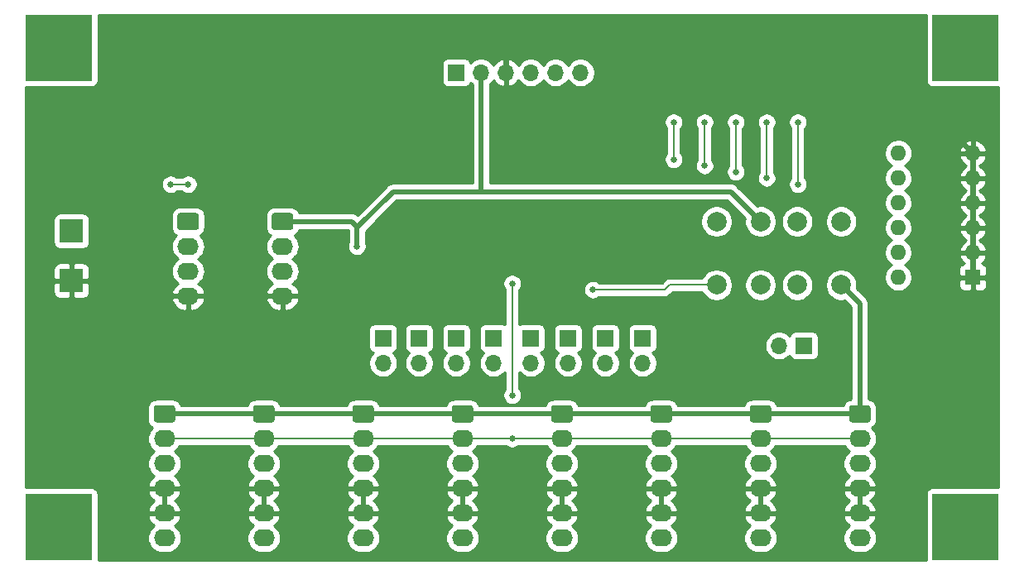
<source format=gbr>
G04 #@! TF.GenerationSoftware,KiCad,Pcbnew,(5.1.9)-1*
G04 #@! TF.CreationDate,2022-03-14T10:23:35-06:00*
G04 #@! TF.ProjectId,SensorBoard,53656e73-6f72-4426-9f61-72642e6b6963,rev?*
G04 #@! TF.SameCoordinates,Original*
G04 #@! TF.FileFunction,Copper,L2,Bot*
G04 #@! TF.FilePolarity,Positive*
%FSLAX46Y46*%
G04 Gerber Fmt 4.6, Leading zero omitted, Abs format (unit mm)*
G04 Created by KiCad (PCBNEW (5.1.9)-1) date 2022-03-14 10:23:35*
%MOMM*%
%LPD*%
G01*
G04 APERTURE LIST*
G04 #@! TA.AperFunction,ComponentPad*
%ADD10O,2.190000X1.740000*%
G04 #@! TD*
G04 #@! TA.AperFunction,ComponentPad*
%ADD11R,2.413000X2.413000*%
G04 #@! TD*
G04 #@! TA.AperFunction,ComponentPad*
%ADD12R,6.756400X6.756400*%
G04 #@! TD*
G04 #@! TA.AperFunction,ComponentPad*
%ADD13R,1.700000X1.700000*%
G04 #@! TD*
G04 #@! TA.AperFunction,ComponentPad*
%ADD14O,1.700000X1.700000*%
G04 #@! TD*
G04 #@! TA.AperFunction,ComponentPad*
%ADD15R,1.600000X1.600000*%
G04 #@! TD*
G04 #@! TA.AperFunction,ComponentPad*
%ADD16O,1.600000X1.600000*%
G04 #@! TD*
G04 #@! TA.AperFunction,ComponentPad*
%ADD17C,2.000000*%
G04 #@! TD*
G04 #@! TA.AperFunction,ViaPad*
%ADD18C,0.762000*%
G04 #@! TD*
G04 #@! TA.AperFunction,ViaPad*
%ADD19C,0.660400*%
G04 #@! TD*
G04 #@! TA.AperFunction,Conductor*
%ADD20C,0.508000*%
G04 #@! TD*
G04 #@! TA.AperFunction,Conductor*
%ADD21C,0.203200*%
G04 #@! TD*
G04 #@! TA.AperFunction,Conductor*
%ADD22C,0.254000*%
G04 #@! TD*
G04 #@! TA.AperFunction,Conductor*
%ADD23C,0.100000*%
G04 #@! TD*
G04 APERTURE END LIST*
D10*
G04 #@! TO.P,J11,6*
G04 #@! TO.N,Net-(J11-Pad6)*
X165735000Y-140335000D03*
G04 #@! TO.P,J11,5*
G04 #@! TO.N,GND*
X165735000Y-137795000D03*
G04 #@! TO.P,J11,4*
X165735000Y-135255000D03*
G04 #@! TO.P,J11,3*
G04 #@! TO.N,Net-(J11-Pad3)*
X165735000Y-132715000D03*
G04 #@! TO.P,J11,2*
G04 #@! TO.N,SDA2*
X165735000Y-130175000D03*
G04 #@! TO.P,J11,1*
G04 #@! TO.N,+5V*
G04 #@! TA.AperFunction,ComponentPad*
G36*
G01*
X164889999Y-126765000D02*
X166580001Y-126765000D01*
G75*
G02*
X166830000Y-127014999I0J-249999D01*
G01*
X166830000Y-128255001D01*
G75*
G02*
X166580001Y-128505000I-249999J0D01*
G01*
X164889999Y-128505000D01*
G75*
G02*
X164640000Y-128255001I0J249999D01*
G01*
X164640000Y-127014999D01*
G75*
G02*
X164889999Y-126765000I249999J0D01*
G01*
G37*
G04 #@! TD.AperFunction*
G04 #@! TD*
G04 #@! TO.P,J12,6*
G04 #@! TO.N,Net-(J12-Pad6)*
X175895000Y-140335000D03*
G04 #@! TO.P,J12,5*
G04 #@! TO.N,GND*
X175895000Y-137795000D03*
G04 #@! TO.P,J12,4*
X175895000Y-135255000D03*
G04 #@! TO.P,J12,3*
G04 #@! TO.N,Net-(J12-Pad3)*
X175895000Y-132715000D03*
G04 #@! TO.P,J12,2*
G04 #@! TO.N,SDA2*
X175895000Y-130175000D03*
G04 #@! TO.P,J12,1*
G04 #@! TO.N,+5V*
G04 #@! TA.AperFunction,ComponentPad*
G36*
G01*
X175049999Y-126765000D02*
X176740001Y-126765000D01*
G75*
G02*
X176990000Y-127014999I0J-249999D01*
G01*
X176990000Y-128255001D01*
G75*
G02*
X176740001Y-128505000I-249999J0D01*
G01*
X175049999Y-128505000D01*
G75*
G02*
X174800000Y-128255001I0J249999D01*
G01*
X174800000Y-127014999D01*
G75*
G02*
X175049999Y-126765000I249999J0D01*
G01*
G37*
G04 #@! TD.AperFunction*
G04 #@! TD*
G04 #@! TO.P,J10,6*
G04 #@! TO.N,Net-(J10-Pad6)*
X155575000Y-140335000D03*
G04 #@! TO.P,J10,5*
G04 #@! TO.N,GND*
X155575000Y-137795000D03*
G04 #@! TO.P,J10,4*
X155575000Y-135255000D03*
G04 #@! TO.P,J10,3*
G04 #@! TO.N,Net-(J10-Pad3)*
X155575000Y-132715000D03*
G04 #@! TO.P,J10,2*
G04 #@! TO.N,SDA2*
X155575000Y-130175000D03*
G04 #@! TO.P,J10,1*
G04 #@! TO.N,+5V*
G04 #@! TA.AperFunction,ComponentPad*
G36*
G01*
X154729999Y-126765000D02*
X156420001Y-126765000D01*
G75*
G02*
X156670000Y-127014999I0J-249999D01*
G01*
X156670000Y-128255001D01*
G75*
G02*
X156420001Y-128505000I-249999J0D01*
G01*
X154729999Y-128505000D01*
G75*
G02*
X154480000Y-128255001I0J249999D01*
G01*
X154480000Y-127014999D01*
G75*
G02*
X154729999Y-126765000I249999J0D01*
G01*
G37*
G04 #@! TD.AperFunction*
G04 #@! TD*
G04 #@! TO.P,J9,6*
G04 #@! TO.N,Net-(J9-Pad6)*
X145415000Y-140335000D03*
G04 #@! TO.P,J9,5*
G04 #@! TO.N,GND*
X145415000Y-137795000D03*
G04 #@! TO.P,J9,4*
X145415000Y-135255000D03*
G04 #@! TO.P,J9,3*
G04 #@! TO.N,Net-(J9-Pad3)*
X145415000Y-132715000D03*
G04 #@! TO.P,J9,2*
G04 #@! TO.N,SDA2*
X145415000Y-130175000D03*
G04 #@! TO.P,J9,1*
G04 #@! TO.N,+5V*
G04 #@! TA.AperFunction,ComponentPad*
G36*
G01*
X144569999Y-126765000D02*
X146260001Y-126765000D01*
G75*
G02*
X146510000Y-127014999I0J-249999D01*
G01*
X146510000Y-128255001D01*
G75*
G02*
X146260001Y-128505000I-249999J0D01*
G01*
X144569999Y-128505000D01*
G75*
G02*
X144320000Y-128255001I0J249999D01*
G01*
X144320000Y-127014999D01*
G75*
G02*
X144569999Y-126765000I249999J0D01*
G01*
G37*
G04 #@! TD.AperFunction*
G04 #@! TD*
G04 #@! TO.P,J8,6*
G04 #@! TO.N,Net-(J8-Pad6)*
X135255000Y-140335000D03*
G04 #@! TO.P,J8,5*
G04 #@! TO.N,GND*
X135255000Y-137795000D03*
G04 #@! TO.P,J8,4*
X135255000Y-135255000D03*
G04 #@! TO.P,J8,3*
G04 #@! TO.N,Net-(J8-Pad3)*
X135255000Y-132715000D03*
G04 #@! TO.P,J8,2*
G04 #@! TO.N,SDA2*
X135255000Y-130175000D03*
G04 #@! TO.P,J8,1*
G04 #@! TO.N,+5V*
G04 #@! TA.AperFunction,ComponentPad*
G36*
G01*
X134409999Y-126765000D02*
X136100001Y-126765000D01*
G75*
G02*
X136350000Y-127014999I0J-249999D01*
G01*
X136350000Y-128255001D01*
G75*
G02*
X136100001Y-128505000I-249999J0D01*
G01*
X134409999Y-128505000D01*
G75*
G02*
X134160000Y-128255001I0J249999D01*
G01*
X134160000Y-127014999D01*
G75*
G02*
X134409999Y-126765000I249999J0D01*
G01*
G37*
G04 #@! TD.AperFunction*
G04 #@! TD*
G04 #@! TO.P,J7,6*
G04 #@! TO.N,Net-(J7-Pad6)*
X125095000Y-140335000D03*
G04 #@! TO.P,J7,5*
G04 #@! TO.N,GND*
X125095000Y-137795000D03*
G04 #@! TO.P,J7,4*
X125095000Y-135255000D03*
G04 #@! TO.P,J7,3*
G04 #@! TO.N,Net-(J7-Pad3)*
X125095000Y-132715000D03*
G04 #@! TO.P,J7,2*
G04 #@! TO.N,SDA2*
X125095000Y-130175000D03*
G04 #@! TO.P,J7,1*
G04 #@! TO.N,+5V*
G04 #@! TA.AperFunction,ComponentPad*
G36*
G01*
X124249999Y-126765000D02*
X125940001Y-126765000D01*
G75*
G02*
X126190000Y-127014999I0J-249999D01*
G01*
X126190000Y-128255001D01*
G75*
G02*
X125940001Y-128505000I-249999J0D01*
G01*
X124249999Y-128505000D01*
G75*
G02*
X124000000Y-128255001I0J249999D01*
G01*
X124000000Y-127014999D01*
G75*
G02*
X124249999Y-126765000I249999J0D01*
G01*
G37*
G04 #@! TD.AperFunction*
G04 #@! TD*
G04 #@! TO.P,J6,6*
G04 #@! TO.N,Net-(J6-Pad6)*
X114935000Y-140335000D03*
G04 #@! TO.P,J6,5*
G04 #@! TO.N,GND*
X114935000Y-137795000D03*
G04 #@! TO.P,J6,4*
X114935000Y-135255000D03*
G04 #@! TO.P,J6,3*
G04 #@! TO.N,Net-(J6-Pad3)*
X114935000Y-132715000D03*
G04 #@! TO.P,J6,2*
G04 #@! TO.N,SDA2*
X114935000Y-130175000D03*
G04 #@! TO.P,J6,1*
G04 #@! TO.N,+5V*
G04 #@! TA.AperFunction,ComponentPad*
G36*
G01*
X114089999Y-126765000D02*
X115780001Y-126765000D01*
G75*
G02*
X116030000Y-127014999I0J-249999D01*
G01*
X116030000Y-128255001D01*
G75*
G02*
X115780001Y-128505000I-249999J0D01*
G01*
X114089999Y-128505000D01*
G75*
G02*
X113840000Y-128255001I0J249999D01*
G01*
X113840000Y-127014999D01*
G75*
G02*
X114089999Y-126765000I249999J0D01*
G01*
G37*
G04 #@! TD.AperFunction*
G04 #@! TD*
G04 #@! TO.P,J5,6*
G04 #@! TO.N,Net-(J5-Pad6)*
X104775000Y-140335000D03*
G04 #@! TO.P,J5,5*
G04 #@! TO.N,GND*
X104775000Y-137795000D03*
G04 #@! TO.P,J5,4*
X104775000Y-135255000D03*
G04 #@! TO.P,J5,3*
G04 #@! TO.N,Net-(J5-Pad3)*
X104775000Y-132715000D03*
G04 #@! TO.P,J5,2*
G04 #@! TO.N,SDA2*
X104775000Y-130175000D03*
G04 #@! TO.P,J5,1*
G04 #@! TO.N,+5V*
G04 #@! TA.AperFunction,ComponentPad*
G36*
G01*
X103929999Y-126765000D02*
X105620001Y-126765000D01*
G75*
G02*
X105870000Y-127014999I0J-249999D01*
G01*
X105870000Y-128255001D01*
G75*
G02*
X105620001Y-128505000I-249999J0D01*
G01*
X103929999Y-128505000D01*
G75*
G02*
X103680000Y-128255001I0J249999D01*
G01*
X103680000Y-127014999D01*
G75*
G02*
X103929999Y-126765000I249999J0D01*
G01*
G37*
G04 #@! TD.AperFunction*
G04 #@! TD*
D11*
G04 #@! TO.P,J1,2*
G04 #@! TO.N,GND*
X95250000Y-114000000D03*
G04 #@! TO.P,J1,1*
G04 #@! TO.N,+5V*
X95250000Y-108920000D03*
G04 #@! TD*
D12*
G04 #@! TO.P,REF\u002A\u002A,1*
G04 #@! TO.N,N/C*
X186690000Y-139192000D03*
G04 #@! TD*
G04 #@! TO.P,REF\u002A\u002A,1*
G04 #@! TO.N,N/C*
X93980000Y-139192000D03*
G04 #@! TD*
G04 #@! TO.P,REF\u002A\u002A,1*
G04 #@! TO.N,N/C*
X93980000Y-90170000D03*
G04 #@! TD*
G04 #@! TO.P,REF\u002A\u002A,1*
G04 #@! TO.N,N/C*
X186690000Y-90170000D03*
G04 #@! TD*
D10*
G04 #@! TO.P,J2,4*
G04 #@! TO.N,GND*
X107188000Y-115570000D03*
G04 #@! TO.P,J2,3*
G04 #@! TO.N,Net-(J2-Pad3)*
X107188000Y-113030000D03*
G04 #@! TO.P,J2,2*
G04 #@! TO.N,Net-(J2-Pad2)*
X107188000Y-110490000D03*
G04 #@! TO.P,J2,1*
G04 #@! TO.N,+5V*
G04 #@! TA.AperFunction,ComponentPad*
G36*
G01*
X106342999Y-107080000D02*
X108033001Y-107080000D01*
G75*
G02*
X108283000Y-107329999I0J-249999D01*
G01*
X108283000Y-108570001D01*
G75*
G02*
X108033001Y-108820000I-249999J0D01*
G01*
X106342999Y-108820000D01*
G75*
G02*
X106093000Y-108570001I0J249999D01*
G01*
X106093000Y-107329999D01*
G75*
G02*
X106342999Y-107080000I249999J0D01*
G01*
G37*
G04 #@! TD.AperFunction*
G04 #@! TD*
D13*
G04 #@! TO.P,J3,1*
G04 #@! TO.N,Net-(D8-Pad1)*
X134620000Y-92710000D03*
D14*
G04 #@! TO.P,J3,2*
G04 #@! TO.N,+5V*
X137160000Y-92710000D03*
G04 #@! TO.P,J3,3*
G04 #@! TO.N,GND*
X139700000Y-92710000D03*
G04 #@! TO.P,J3,4*
G04 #@! TO.N,RB7*
X142240000Y-92710000D03*
G04 #@! TO.P,J3,5*
G04 #@! TO.N,RB6*
X144780000Y-92710000D03*
G04 #@! TO.P,J3,6*
G04 #@! TO.N,Net-(J3-Pad6)*
X147320000Y-92710000D03*
G04 #@! TD*
G04 #@! TO.P,J4,1*
G04 #@! TO.N,+5V*
G04 #@! TA.AperFunction,ComponentPad*
G36*
G01*
X115994999Y-107080000D02*
X117685001Y-107080000D01*
G75*
G02*
X117935000Y-107329999I0J-249999D01*
G01*
X117935000Y-108570001D01*
G75*
G02*
X117685001Y-108820000I-249999J0D01*
G01*
X115994999Y-108820000D01*
G75*
G02*
X115745000Y-108570001I0J249999D01*
G01*
X115745000Y-107329999D01*
G75*
G02*
X115994999Y-107080000I249999J0D01*
G01*
G37*
G04 #@! TD.AperFunction*
D10*
G04 #@! TO.P,J4,2*
G04 #@! TO.N,Net-(J2-Pad2)*
X116840000Y-110490000D03*
G04 #@! TO.P,J4,3*
G04 #@! TO.N,Net-(J2-Pad3)*
X116840000Y-113030000D03*
G04 #@! TO.P,J4,4*
G04 #@! TO.N,GND*
X116840000Y-115570000D03*
G04 #@! TD*
D13*
G04 #@! TO.P,JP1,1*
G04 #@! TO.N,+5V*
X170180000Y-120650000D03*
D14*
G04 #@! TO.P,JP1,2*
G04 #@! TO.N,Net-(JP1-Pad2)*
X167640000Y-120650000D03*
G04 #@! TD*
D13*
G04 #@! TO.P,JP2,1*
G04 #@! TO.N,SCL2*
X127127000Y-119888000D03*
D14*
G04 #@! TO.P,JP2,2*
G04 #@! TO.N,Net-(J5-Pad3)*
X127127000Y-122428000D03*
G04 #@! TD*
G04 #@! TO.P,JP3,2*
G04 #@! TO.N,Net-(J6-Pad3)*
X130810000Y-122428000D03*
D13*
G04 #@! TO.P,JP3,1*
G04 #@! TO.N,SCL2*
X130810000Y-119888000D03*
G04 #@! TD*
G04 #@! TO.P,JP4,1*
G04 #@! TO.N,SCL2*
X134620000Y-119888000D03*
D14*
G04 #@! TO.P,JP4,2*
G04 #@! TO.N,Net-(J7-Pad3)*
X134620000Y-122428000D03*
G04 #@! TD*
D13*
G04 #@! TO.P,JP5,1*
G04 #@! TO.N,SCL2*
X138430000Y-119888000D03*
D14*
G04 #@! TO.P,JP5,2*
G04 #@! TO.N,Net-(J8-Pad3)*
X138430000Y-122428000D03*
G04 #@! TD*
G04 #@! TO.P,JP6,2*
G04 #@! TO.N,Net-(J9-Pad3)*
X142240000Y-122428000D03*
D13*
G04 #@! TO.P,JP6,1*
G04 #@! TO.N,SCL2*
X142240000Y-119888000D03*
G04 #@! TD*
D14*
G04 #@! TO.P,JP7,2*
G04 #@! TO.N,Net-(J10-Pad3)*
X146050000Y-122428000D03*
D13*
G04 #@! TO.P,JP7,1*
G04 #@! TO.N,SCL2*
X146050000Y-119888000D03*
G04 #@! TD*
D14*
G04 #@! TO.P,JP8,2*
G04 #@! TO.N,Net-(J11-Pad3)*
X149860000Y-122428000D03*
D13*
G04 #@! TO.P,JP8,1*
G04 #@! TO.N,SCL2*
X149860000Y-119888000D03*
G04 #@! TD*
D14*
G04 #@! TO.P,JP9,2*
G04 #@! TO.N,Net-(J12-Pad3)*
X153670000Y-122428000D03*
D13*
G04 #@! TO.P,JP9,1*
G04 #@! TO.N,SCL2*
X153670000Y-119888000D03*
G04 #@! TD*
D15*
G04 #@! TO.P,SW1,1*
G04 #@! TO.N,GND*
X187452000Y-113665000D03*
D16*
G04 #@! TO.P,SW1,7*
G04 #@! TO.N,Net-(R10-Pad2)*
X179832000Y-100965000D03*
G04 #@! TO.P,SW1,2*
G04 #@! TO.N,GND*
X187452000Y-111125000D03*
G04 #@! TO.P,SW1,8*
G04 #@! TO.N,Net-(R9-Pad2)*
X179832000Y-103505000D03*
G04 #@! TO.P,SW1,3*
G04 #@! TO.N,GND*
X187452000Y-108585000D03*
G04 #@! TO.P,SW1,9*
G04 #@! TO.N,Net-(R8-Pad2)*
X179832000Y-106045000D03*
G04 #@! TO.P,SW1,4*
G04 #@! TO.N,GND*
X187452000Y-106045000D03*
G04 #@! TO.P,SW1,10*
G04 #@! TO.N,Net-(R7-Pad2)*
X179832000Y-108585000D03*
G04 #@! TO.P,SW1,5*
G04 #@! TO.N,GND*
X187452000Y-103505000D03*
G04 #@! TO.P,SW1,11*
G04 #@! TO.N,Net-(R6-Pad2)*
X179832000Y-111125000D03*
G04 #@! TO.P,SW1,6*
G04 #@! TO.N,GND*
X187452000Y-100965000D03*
G04 #@! TO.P,SW1,12*
G04 #@! TO.N,Net-(R5-Pad2)*
X179832000Y-113665000D03*
G04 #@! TD*
D17*
G04 #@! TO.P,SW2,2*
G04 #@! TO.N,Net-(R13-Pad1)*
X161235000Y-107950000D03*
G04 #@! TO.P,SW2,1*
G04 #@! TO.N,+5V*
X165735000Y-107950000D03*
G04 #@! TO.P,SW2,2*
G04 #@! TO.N,Net-(R13-Pad1)*
X161235000Y-114450000D03*
G04 #@! TO.P,SW2,1*
G04 #@! TO.N,+5V*
X165735000Y-114450000D03*
G04 #@! TD*
G04 #@! TO.P,SW3,1*
G04 #@! TO.N,+5V*
X173990000Y-114450000D03*
G04 #@! TO.P,SW3,2*
G04 #@! TO.N,Net-(R14-Pad1)*
X169490000Y-114450000D03*
G04 #@! TO.P,SW3,1*
G04 #@! TO.N,+5V*
X173990000Y-107950000D03*
G04 #@! TO.P,SW3,2*
G04 #@! TO.N,Net-(R14-Pad1)*
X169490000Y-107950000D03*
G04 #@! TD*
D18*
G04 #@! TO.N,GND*
X128016000Y-90424000D03*
D19*
G04 #@! TO.N,+5V*
X124460000Y-110490000D03*
G04 #@! TO.N,Net-(D16-Pad2)*
X107188000Y-104140000D03*
X105410000Y-104140000D03*
G04 #@! TO.N,SDA2*
X140335000Y-114300000D03*
X140335000Y-125730000D03*
X140335000Y-130175000D03*
G04 #@! TO.N,Net-(R5-Pad2)*
X169545000Y-97790000D03*
X169545000Y-104140000D03*
G04 #@! TO.N,Net-(R6-Pad2)*
X166370000Y-97790000D03*
X166370000Y-103505000D03*
G04 #@! TO.N,Net-(R7-Pad2)*
X163195000Y-97790000D03*
X163195000Y-102870000D03*
G04 #@! TO.N,Net-(R8-Pad2)*
X160020000Y-97790000D03*
X160020000Y-102235000D03*
G04 #@! TO.N,Net-(R9-Pad2)*
X156845000Y-97790000D03*
X156845000Y-101600000D03*
G04 #@! TO.N,Net-(R13-Pad1)*
X148590000Y-114935000D03*
G04 #@! TD*
D20*
G04 #@! TO.N,GND*
X139700000Y-89154000D02*
X139700000Y-92710000D01*
X129286000Y-89154000D02*
X139700000Y-89154000D01*
X128016000Y-90424000D02*
X129286000Y-89154000D01*
X175641000Y-89154000D02*
X187452000Y-100965000D01*
X139700000Y-89154000D02*
X175641000Y-89154000D01*
X187452000Y-100965000D02*
X187452000Y-103505000D01*
X187452000Y-103505000D02*
X187452000Y-106045000D01*
X187452000Y-106045000D02*
X187452000Y-108585000D01*
X187452000Y-108585000D02*
X187452000Y-111125000D01*
X187452000Y-111125000D02*
X187452000Y-113665000D01*
G04 #@! TO.N,+5V*
X128143000Y-104902000D02*
X124460000Y-108585000D01*
X137160000Y-104902000D02*
X128143000Y-104902000D01*
X124460000Y-108585000D02*
X124460000Y-108458000D01*
X123952000Y-107950000D02*
X116840000Y-107950000D01*
X124460000Y-108458000D02*
X123952000Y-107950000D01*
X124460000Y-108458000D02*
X124460000Y-110490000D01*
X175895000Y-127635000D02*
X165735000Y-127635000D01*
X165735000Y-127635000D02*
X155575000Y-127635000D01*
X155575000Y-127635000D02*
X145415000Y-127635000D01*
X145415000Y-127635000D02*
X135255000Y-127635000D01*
X135255000Y-127635000D02*
X125095000Y-127635000D01*
X125095000Y-127635000D02*
X114935000Y-127635000D01*
X114935000Y-127635000D02*
X104775000Y-127635000D01*
X175895000Y-116355000D02*
X173990000Y-114450000D01*
X175895000Y-127635000D02*
X175895000Y-116355000D01*
X137160000Y-92710000D02*
X137160000Y-104902000D01*
X162687000Y-104902000D02*
X165735000Y-107950000D01*
X137160000Y-104902000D02*
X162687000Y-104902000D01*
D21*
G04 #@! TO.N,Net-(D16-Pad2)*
X105410000Y-104140000D02*
X107188000Y-104140000D01*
G04 #@! TO.N,SDA2*
X175895000Y-130175000D02*
X165735000Y-130175000D01*
X165735000Y-130175000D02*
X155575000Y-130175000D01*
X155575000Y-130175000D02*
X145415000Y-130175000D01*
X135255000Y-130175000D02*
X125095000Y-130175000D01*
X125095000Y-130175000D02*
X114935000Y-130175000D01*
X114935000Y-130175000D02*
X104775000Y-130175000D01*
X140335000Y-114300000D02*
X140335000Y-125730000D01*
X140335000Y-125730000D02*
X140335000Y-125730000D01*
X145415000Y-130175000D02*
X140970000Y-130175000D01*
X135255000Y-130175000D02*
X139700000Y-130175000D01*
X140970000Y-130175000D02*
X140335000Y-130175000D01*
X139700000Y-130175000D02*
X140335000Y-130175000D01*
G04 #@! TO.N,Net-(R5-Pad2)*
X169545000Y-97790000D02*
X169545000Y-104140000D01*
G04 #@! TO.N,Net-(R6-Pad2)*
X166370000Y-97790000D02*
X166370000Y-103505000D01*
G04 #@! TO.N,Net-(R7-Pad2)*
X163195000Y-97790000D02*
X163195000Y-102870000D01*
G04 #@! TO.N,Net-(R8-Pad2)*
X160020000Y-97790000D02*
X160020000Y-102235000D01*
G04 #@! TO.N,Net-(R9-Pad2)*
X156845000Y-97790000D02*
X156845000Y-101600000D01*
G04 #@! TO.N,Net-(R13-Pad1)*
X161235000Y-114450000D02*
X156441000Y-114450000D01*
X156441000Y-114450000D02*
X155956000Y-114935000D01*
X155956000Y-114935000D02*
X148590000Y-114935000D01*
X148590000Y-114935000D02*
X148590000Y-114935000D01*
G04 #@! TD*
D22*
G04 #@! TO.N,GND*
X182673728Y-86791800D02*
X182673728Y-93548200D01*
X182685988Y-93672682D01*
X182722298Y-93792380D01*
X182781263Y-93902694D01*
X182860615Y-93999385D01*
X182957306Y-94078737D01*
X183067620Y-94137702D01*
X183187318Y-94174012D01*
X183311800Y-94186272D01*
X190068200Y-94186272D01*
X190094000Y-94183731D01*
X190094001Y-135178269D01*
X190068200Y-135175728D01*
X183311800Y-135175728D01*
X183187318Y-135187988D01*
X183067620Y-135224298D01*
X182957306Y-135283263D01*
X182860615Y-135362615D01*
X182781263Y-135459306D01*
X182722298Y-135569620D01*
X182685988Y-135689318D01*
X182673728Y-135813800D01*
X182673728Y-142570200D01*
X182676269Y-142596000D01*
X97993731Y-142596000D01*
X97996272Y-142570200D01*
X97996272Y-140335000D01*
X103037718Y-140335000D01*
X103066776Y-140630032D01*
X103152834Y-140913725D01*
X103292583Y-141175179D01*
X103480655Y-141404345D01*
X103709821Y-141592417D01*
X103971275Y-141732166D01*
X104254968Y-141818224D01*
X104476064Y-141840000D01*
X105073936Y-141840000D01*
X105295032Y-141818224D01*
X105578725Y-141732166D01*
X105840179Y-141592417D01*
X106069345Y-141404345D01*
X106257417Y-141175179D01*
X106397166Y-140913725D01*
X106483224Y-140630032D01*
X106512282Y-140335000D01*
X113197718Y-140335000D01*
X113226776Y-140630032D01*
X113312834Y-140913725D01*
X113452583Y-141175179D01*
X113640655Y-141404345D01*
X113869821Y-141592417D01*
X114131275Y-141732166D01*
X114414968Y-141818224D01*
X114636064Y-141840000D01*
X115233936Y-141840000D01*
X115455032Y-141818224D01*
X115738725Y-141732166D01*
X116000179Y-141592417D01*
X116229345Y-141404345D01*
X116417417Y-141175179D01*
X116557166Y-140913725D01*
X116643224Y-140630032D01*
X116672282Y-140335000D01*
X123357718Y-140335000D01*
X123386776Y-140630032D01*
X123472834Y-140913725D01*
X123612583Y-141175179D01*
X123800655Y-141404345D01*
X124029821Y-141592417D01*
X124291275Y-141732166D01*
X124574968Y-141818224D01*
X124796064Y-141840000D01*
X125393936Y-141840000D01*
X125615032Y-141818224D01*
X125898725Y-141732166D01*
X126160179Y-141592417D01*
X126389345Y-141404345D01*
X126577417Y-141175179D01*
X126717166Y-140913725D01*
X126803224Y-140630032D01*
X126832282Y-140335000D01*
X133517718Y-140335000D01*
X133546776Y-140630032D01*
X133632834Y-140913725D01*
X133772583Y-141175179D01*
X133960655Y-141404345D01*
X134189821Y-141592417D01*
X134451275Y-141732166D01*
X134734968Y-141818224D01*
X134956064Y-141840000D01*
X135553936Y-141840000D01*
X135775032Y-141818224D01*
X136058725Y-141732166D01*
X136320179Y-141592417D01*
X136549345Y-141404345D01*
X136737417Y-141175179D01*
X136877166Y-140913725D01*
X136963224Y-140630032D01*
X136992282Y-140335000D01*
X143677718Y-140335000D01*
X143706776Y-140630032D01*
X143792834Y-140913725D01*
X143932583Y-141175179D01*
X144120655Y-141404345D01*
X144349821Y-141592417D01*
X144611275Y-141732166D01*
X144894968Y-141818224D01*
X145116064Y-141840000D01*
X145713936Y-141840000D01*
X145935032Y-141818224D01*
X146218725Y-141732166D01*
X146480179Y-141592417D01*
X146709345Y-141404345D01*
X146897417Y-141175179D01*
X147037166Y-140913725D01*
X147123224Y-140630032D01*
X147152282Y-140335000D01*
X153837718Y-140335000D01*
X153866776Y-140630032D01*
X153952834Y-140913725D01*
X154092583Y-141175179D01*
X154280655Y-141404345D01*
X154509821Y-141592417D01*
X154771275Y-141732166D01*
X155054968Y-141818224D01*
X155276064Y-141840000D01*
X155873936Y-141840000D01*
X156095032Y-141818224D01*
X156378725Y-141732166D01*
X156640179Y-141592417D01*
X156869345Y-141404345D01*
X157057417Y-141175179D01*
X157197166Y-140913725D01*
X157283224Y-140630032D01*
X157312282Y-140335000D01*
X163997718Y-140335000D01*
X164026776Y-140630032D01*
X164112834Y-140913725D01*
X164252583Y-141175179D01*
X164440655Y-141404345D01*
X164669821Y-141592417D01*
X164931275Y-141732166D01*
X165214968Y-141818224D01*
X165436064Y-141840000D01*
X166033936Y-141840000D01*
X166255032Y-141818224D01*
X166538725Y-141732166D01*
X166800179Y-141592417D01*
X167029345Y-141404345D01*
X167217417Y-141175179D01*
X167357166Y-140913725D01*
X167443224Y-140630032D01*
X167472282Y-140335000D01*
X174157718Y-140335000D01*
X174186776Y-140630032D01*
X174272834Y-140913725D01*
X174412583Y-141175179D01*
X174600655Y-141404345D01*
X174829821Y-141592417D01*
X175091275Y-141732166D01*
X175374968Y-141818224D01*
X175596064Y-141840000D01*
X176193936Y-141840000D01*
X176415032Y-141818224D01*
X176698725Y-141732166D01*
X176960179Y-141592417D01*
X177189345Y-141404345D01*
X177377417Y-141175179D01*
X177517166Y-140913725D01*
X177603224Y-140630032D01*
X177632282Y-140335000D01*
X177603224Y-140039968D01*
X177517166Y-139756275D01*
X177377417Y-139494821D01*
X177189345Y-139265655D01*
X176960179Y-139077583D01*
X176931848Y-139062440D01*
X177072433Y-138969708D01*
X177283306Y-138761326D01*
X177449474Y-138515809D01*
X177564551Y-138242591D01*
X177581302Y-138155031D01*
X177460246Y-137922000D01*
X176022000Y-137922000D01*
X176022000Y-137942000D01*
X175768000Y-137942000D01*
X175768000Y-137922000D01*
X174329754Y-137922000D01*
X174208698Y-138155031D01*
X174225449Y-138242591D01*
X174340526Y-138515809D01*
X174506694Y-138761326D01*
X174717567Y-138969708D01*
X174858152Y-139062440D01*
X174829821Y-139077583D01*
X174600655Y-139265655D01*
X174412583Y-139494821D01*
X174272834Y-139756275D01*
X174186776Y-140039968D01*
X174157718Y-140335000D01*
X167472282Y-140335000D01*
X167443224Y-140039968D01*
X167357166Y-139756275D01*
X167217417Y-139494821D01*
X167029345Y-139265655D01*
X166800179Y-139077583D01*
X166771848Y-139062440D01*
X166912433Y-138969708D01*
X167123306Y-138761326D01*
X167289474Y-138515809D01*
X167404551Y-138242591D01*
X167421302Y-138155031D01*
X167300246Y-137922000D01*
X165862000Y-137922000D01*
X165862000Y-137942000D01*
X165608000Y-137942000D01*
X165608000Y-137922000D01*
X164169754Y-137922000D01*
X164048698Y-138155031D01*
X164065449Y-138242591D01*
X164180526Y-138515809D01*
X164346694Y-138761326D01*
X164557567Y-138969708D01*
X164698152Y-139062440D01*
X164669821Y-139077583D01*
X164440655Y-139265655D01*
X164252583Y-139494821D01*
X164112834Y-139756275D01*
X164026776Y-140039968D01*
X163997718Y-140335000D01*
X157312282Y-140335000D01*
X157283224Y-140039968D01*
X157197166Y-139756275D01*
X157057417Y-139494821D01*
X156869345Y-139265655D01*
X156640179Y-139077583D01*
X156611848Y-139062440D01*
X156752433Y-138969708D01*
X156963306Y-138761326D01*
X157129474Y-138515809D01*
X157244551Y-138242591D01*
X157261302Y-138155031D01*
X157140246Y-137922000D01*
X155702000Y-137922000D01*
X155702000Y-137942000D01*
X155448000Y-137942000D01*
X155448000Y-137922000D01*
X154009754Y-137922000D01*
X153888698Y-138155031D01*
X153905449Y-138242591D01*
X154020526Y-138515809D01*
X154186694Y-138761326D01*
X154397567Y-138969708D01*
X154538152Y-139062440D01*
X154509821Y-139077583D01*
X154280655Y-139265655D01*
X154092583Y-139494821D01*
X153952834Y-139756275D01*
X153866776Y-140039968D01*
X153837718Y-140335000D01*
X147152282Y-140335000D01*
X147123224Y-140039968D01*
X147037166Y-139756275D01*
X146897417Y-139494821D01*
X146709345Y-139265655D01*
X146480179Y-139077583D01*
X146451848Y-139062440D01*
X146592433Y-138969708D01*
X146803306Y-138761326D01*
X146969474Y-138515809D01*
X147084551Y-138242591D01*
X147101302Y-138155031D01*
X146980246Y-137922000D01*
X145542000Y-137922000D01*
X145542000Y-137942000D01*
X145288000Y-137942000D01*
X145288000Y-137922000D01*
X143849754Y-137922000D01*
X143728698Y-138155031D01*
X143745449Y-138242591D01*
X143860526Y-138515809D01*
X144026694Y-138761326D01*
X144237567Y-138969708D01*
X144378152Y-139062440D01*
X144349821Y-139077583D01*
X144120655Y-139265655D01*
X143932583Y-139494821D01*
X143792834Y-139756275D01*
X143706776Y-140039968D01*
X143677718Y-140335000D01*
X136992282Y-140335000D01*
X136963224Y-140039968D01*
X136877166Y-139756275D01*
X136737417Y-139494821D01*
X136549345Y-139265655D01*
X136320179Y-139077583D01*
X136291848Y-139062440D01*
X136432433Y-138969708D01*
X136643306Y-138761326D01*
X136809474Y-138515809D01*
X136924551Y-138242591D01*
X136941302Y-138155031D01*
X136820246Y-137922000D01*
X135382000Y-137922000D01*
X135382000Y-137942000D01*
X135128000Y-137942000D01*
X135128000Y-137922000D01*
X133689754Y-137922000D01*
X133568698Y-138155031D01*
X133585449Y-138242591D01*
X133700526Y-138515809D01*
X133866694Y-138761326D01*
X134077567Y-138969708D01*
X134218152Y-139062440D01*
X134189821Y-139077583D01*
X133960655Y-139265655D01*
X133772583Y-139494821D01*
X133632834Y-139756275D01*
X133546776Y-140039968D01*
X133517718Y-140335000D01*
X126832282Y-140335000D01*
X126803224Y-140039968D01*
X126717166Y-139756275D01*
X126577417Y-139494821D01*
X126389345Y-139265655D01*
X126160179Y-139077583D01*
X126131848Y-139062440D01*
X126272433Y-138969708D01*
X126483306Y-138761326D01*
X126649474Y-138515809D01*
X126764551Y-138242591D01*
X126781302Y-138155031D01*
X126660246Y-137922000D01*
X125222000Y-137922000D01*
X125222000Y-137942000D01*
X124968000Y-137942000D01*
X124968000Y-137922000D01*
X123529754Y-137922000D01*
X123408698Y-138155031D01*
X123425449Y-138242591D01*
X123540526Y-138515809D01*
X123706694Y-138761326D01*
X123917567Y-138969708D01*
X124058152Y-139062440D01*
X124029821Y-139077583D01*
X123800655Y-139265655D01*
X123612583Y-139494821D01*
X123472834Y-139756275D01*
X123386776Y-140039968D01*
X123357718Y-140335000D01*
X116672282Y-140335000D01*
X116643224Y-140039968D01*
X116557166Y-139756275D01*
X116417417Y-139494821D01*
X116229345Y-139265655D01*
X116000179Y-139077583D01*
X115971848Y-139062440D01*
X116112433Y-138969708D01*
X116323306Y-138761326D01*
X116489474Y-138515809D01*
X116604551Y-138242591D01*
X116621302Y-138155031D01*
X116500246Y-137922000D01*
X115062000Y-137922000D01*
X115062000Y-137942000D01*
X114808000Y-137942000D01*
X114808000Y-137922000D01*
X113369754Y-137922000D01*
X113248698Y-138155031D01*
X113265449Y-138242591D01*
X113380526Y-138515809D01*
X113546694Y-138761326D01*
X113757567Y-138969708D01*
X113898152Y-139062440D01*
X113869821Y-139077583D01*
X113640655Y-139265655D01*
X113452583Y-139494821D01*
X113312834Y-139756275D01*
X113226776Y-140039968D01*
X113197718Y-140335000D01*
X106512282Y-140335000D01*
X106483224Y-140039968D01*
X106397166Y-139756275D01*
X106257417Y-139494821D01*
X106069345Y-139265655D01*
X105840179Y-139077583D01*
X105811848Y-139062440D01*
X105952433Y-138969708D01*
X106163306Y-138761326D01*
X106329474Y-138515809D01*
X106444551Y-138242591D01*
X106461302Y-138155031D01*
X106340246Y-137922000D01*
X104902000Y-137922000D01*
X104902000Y-137942000D01*
X104648000Y-137942000D01*
X104648000Y-137922000D01*
X103209754Y-137922000D01*
X103088698Y-138155031D01*
X103105449Y-138242591D01*
X103220526Y-138515809D01*
X103386694Y-138761326D01*
X103597567Y-138969708D01*
X103738152Y-139062440D01*
X103709821Y-139077583D01*
X103480655Y-139265655D01*
X103292583Y-139494821D01*
X103152834Y-139756275D01*
X103066776Y-140039968D01*
X103037718Y-140335000D01*
X97996272Y-140335000D01*
X97996272Y-135813800D01*
X97984012Y-135689318D01*
X97961478Y-135615031D01*
X103088698Y-135615031D01*
X103105449Y-135702591D01*
X103220526Y-135975809D01*
X103386694Y-136221326D01*
X103597567Y-136429708D01*
X103742032Y-136525000D01*
X103597567Y-136620292D01*
X103386694Y-136828674D01*
X103220526Y-137074191D01*
X103105449Y-137347409D01*
X103088698Y-137434969D01*
X103209754Y-137668000D01*
X104648000Y-137668000D01*
X104648000Y-135382000D01*
X104902000Y-135382000D01*
X104902000Y-137668000D01*
X106340246Y-137668000D01*
X106461302Y-137434969D01*
X106444551Y-137347409D01*
X106329474Y-137074191D01*
X106163306Y-136828674D01*
X105952433Y-136620292D01*
X105807968Y-136525000D01*
X105952433Y-136429708D01*
X106163306Y-136221326D01*
X106329474Y-135975809D01*
X106444551Y-135702591D01*
X106461302Y-135615031D01*
X113248698Y-135615031D01*
X113265449Y-135702591D01*
X113380526Y-135975809D01*
X113546694Y-136221326D01*
X113757567Y-136429708D01*
X113902032Y-136525000D01*
X113757567Y-136620292D01*
X113546694Y-136828674D01*
X113380526Y-137074191D01*
X113265449Y-137347409D01*
X113248698Y-137434969D01*
X113369754Y-137668000D01*
X114808000Y-137668000D01*
X114808000Y-135382000D01*
X115062000Y-135382000D01*
X115062000Y-137668000D01*
X116500246Y-137668000D01*
X116621302Y-137434969D01*
X116604551Y-137347409D01*
X116489474Y-137074191D01*
X116323306Y-136828674D01*
X116112433Y-136620292D01*
X115967968Y-136525000D01*
X116112433Y-136429708D01*
X116323306Y-136221326D01*
X116489474Y-135975809D01*
X116604551Y-135702591D01*
X116621302Y-135615031D01*
X123408698Y-135615031D01*
X123425449Y-135702591D01*
X123540526Y-135975809D01*
X123706694Y-136221326D01*
X123917567Y-136429708D01*
X124062032Y-136525000D01*
X123917567Y-136620292D01*
X123706694Y-136828674D01*
X123540526Y-137074191D01*
X123425449Y-137347409D01*
X123408698Y-137434969D01*
X123529754Y-137668000D01*
X124968000Y-137668000D01*
X124968000Y-135382000D01*
X125222000Y-135382000D01*
X125222000Y-137668000D01*
X126660246Y-137668000D01*
X126781302Y-137434969D01*
X126764551Y-137347409D01*
X126649474Y-137074191D01*
X126483306Y-136828674D01*
X126272433Y-136620292D01*
X126127968Y-136525000D01*
X126272433Y-136429708D01*
X126483306Y-136221326D01*
X126649474Y-135975809D01*
X126764551Y-135702591D01*
X126781302Y-135615031D01*
X133568698Y-135615031D01*
X133585449Y-135702591D01*
X133700526Y-135975809D01*
X133866694Y-136221326D01*
X134077567Y-136429708D01*
X134222032Y-136525000D01*
X134077567Y-136620292D01*
X133866694Y-136828674D01*
X133700526Y-137074191D01*
X133585449Y-137347409D01*
X133568698Y-137434969D01*
X133689754Y-137668000D01*
X135128000Y-137668000D01*
X135128000Y-135382000D01*
X135382000Y-135382000D01*
X135382000Y-137668000D01*
X136820246Y-137668000D01*
X136941302Y-137434969D01*
X136924551Y-137347409D01*
X136809474Y-137074191D01*
X136643306Y-136828674D01*
X136432433Y-136620292D01*
X136287968Y-136525000D01*
X136432433Y-136429708D01*
X136643306Y-136221326D01*
X136809474Y-135975809D01*
X136924551Y-135702591D01*
X136941302Y-135615031D01*
X143728698Y-135615031D01*
X143745449Y-135702591D01*
X143860526Y-135975809D01*
X144026694Y-136221326D01*
X144237567Y-136429708D01*
X144382032Y-136525000D01*
X144237567Y-136620292D01*
X144026694Y-136828674D01*
X143860526Y-137074191D01*
X143745449Y-137347409D01*
X143728698Y-137434969D01*
X143849754Y-137668000D01*
X145288000Y-137668000D01*
X145288000Y-135382000D01*
X145542000Y-135382000D01*
X145542000Y-137668000D01*
X146980246Y-137668000D01*
X147101302Y-137434969D01*
X147084551Y-137347409D01*
X146969474Y-137074191D01*
X146803306Y-136828674D01*
X146592433Y-136620292D01*
X146447968Y-136525000D01*
X146592433Y-136429708D01*
X146803306Y-136221326D01*
X146969474Y-135975809D01*
X147084551Y-135702591D01*
X147101302Y-135615031D01*
X153888698Y-135615031D01*
X153905449Y-135702591D01*
X154020526Y-135975809D01*
X154186694Y-136221326D01*
X154397567Y-136429708D01*
X154542032Y-136525000D01*
X154397567Y-136620292D01*
X154186694Y-136828674D01*
X154020526Y-137074191D01*
X153905449Y-137347409D01*
X153888698Y-137434969D01*
X154009754Y-137668000D01*
X155448000Y-137668000D01*
X155448000Y-135382000D01*
X155702000Y-135382000D01*
X155702000Y-137668000D01*
X157140246Y-137668000D01*
X157261302Y-137434969D01*
X157244551Y-137347409D01*
X157129474Y-137074191D01*
X156963306Y-136828674D01*
X156752433Y-136620292D01*
X156607968Y-136525000D01*
X156752433Y-136429708D01*
X156963306Y-136221326D01*
X157129474Y-135975809D01*
X157244551Y-135702591D01*
X157261302Y-135615031D01*
X164048698Y-135615031D01*
X164065449Y-135702591D01*
X164180526Y-135975809D01*
X164346694Y-136221326D01*
X164557567Y-136429708D01*
X164702032Y-136525000D01*
X164557567Y-136620292D01*
X164346694Y-136828674D01*
X164180526Y-137074191D01*
X164065449Y-137347409D01*
X164048698Y-137434969D01*
X164169754Y-137668000D01*
X165608000Y-137668000D01*
X165608000Y-135382000D01*
X165862000Y-135382000D01*
X165862000Y-137668000D01*
X167300246Y-137668000D01*
X167421302Y-137434969D01*
X167404551Y-137347409D01*
X167289474Y-137074191D01*
X167123306Y-136828674D01*
X166912433Y-136620292D01*
X166767968Y-136525000D01*
X166912433Y-136429708D01*
X167123306Y-136221326D01*
X167289474Y-135975809D01*
X167404551Y-135702591D01*
X167421302Y-135615031D01*
X174208698Y-135615031D01*
X174225449Y-135702591D01*
X174340526Y-135975809D01*
X174506694Y-136221326D01*
X174717567Y-136429708D01*
X174862032Y-136525000D01*
X174717567Y-136620292D01*
X174506694Y-136828674D01*
X174340526Y-137074191D01*
X174225449Y-137347409D01*
X174208698Y-137434969D01*
X174329754Y-137668000D01*
X175768000Y-137668000D01*
X175768000Y-135382000D01*
X176022000Y-135382000D01*
X176022000Y-137668000D01*
X177460246Y-137668000D01*
X177581302Y-137434969D01*
X177564551Y-137347409D01*
X177449474Y-137074191D01*
X177283306Y-136828674D01*
X177072433Y-136620292D01*
X176927968Y-136525000D01*
X177072433Y-136429708D01*
X177283306Y-136221326D01*
X177449474Y-135975809D01*
X177564551Y-135702591D01*
X177581302Y-135615031D01*
X177460246Y-135382000D01*
X176022000Y-135382000D01*
X175768000Y-135382000D01*
X174329754Y-135382000D01*
X174208698Y-135615031D01*
X167421302Y-135615031D01*
X167300246Y-135382000D01*
X165862000Y-135382000D01*
X165608000Y-135382000D01*
X164169754Y-135382000D01*
X164048698Y-135615031D01*
X157261302Y-135615031D01*
X157140246Y-135382000D01*
X155702000Y-135382000D01*
X155448000Y-135382000D01*
X154009754Y-135382000D01*
X153888698Y-135615031D01*
X147101302Y-135615031D01*
X146980246Y-135382000D01*
X145542000Y-135382000D01*
X145288000Y-135382000D01*
X143849754Y-135382000D01*
X143728698Y-135615031D01*
X136941302Y-135615031D01*
X136820246Y-135382000D01*
X135382000Y-135382000D01*
X135128000Y-135382000D01*
X133689754Y-135382000D01*
X133568698Y-135615031D01*
X126781302Y-135615031D01*
X126660246Y-135382000D01*
X125222000Y-135382000D01*
X124968000Y-135382000D01*
X123529754Y-135382000D01*
X123408698Y-135615031D01*
X116621302Y-135615031D01*
X116500246Y-135382000D01*
X115062000Y-135382000D01*
X114808000Y-135382000D01*
X113369754Y-135382000D01*
X113248698Y-135615031D01*
X106461302Y-135615031D01*
X106340246Y-135382000D01*
X104902000Y-135382000D01*
X104648000Y-135382000D01*
X103209754Y-135382000D01*
X103088698Y-135615031D01*
X97961478Y-135615031D01*
X97947702Y-135569620D01*
X97888737Y-135459306D01*
X97809385Y-135362615D01*
X97712694Y-135283263D01*
X97602380Y-135224298D01*
X97482682Y-135187988D01*
X97358200Y-135175728D01*
X90601800Y-135175728D01*
X90576000Y-135178269D01*
X90576000Y-130175000D01*
X103037718Y-130175000D01*
X103066776Y-130470032D01*
X103152834Y-130753725D01*
X103292583Y-131015179D01*
X103480655Y-131244345D01*
X103709821Y-131432417D01*
X103733362Y-131445000D01*
X103709821Y-131457583D01*
X103480655Y-131645655D01*
X103292583Y-131874821D01*
X103152834Y-132136275D01*
X103066776Y-132419968D01*
X103037718Y-132715000D01*
X103066776Y-133010032D01*
X103152834Y-133293725D01*
X103292583Y-133555179D01*
X103480655Y-133784345D01*
X103709821Y-133972417D01*
X103738152Y-133987560D01*
X103597567Y-134080292D01*
X103386694Y-134288674D01*
X103220526Y-134534191D01*
X103105449Y-134807409D01*
X103088698Y-134894969D01*
X103209754Y-135128000D01*
X104648000Y-135128000D01*
X104648000Y-135108000D01*
X104902000Y-135108000D01*
X104902000Y-135128000D01*
X106340246Y-135128000D01*
X106461302Y-134894969D01*
X106444551Y-134807409D01*
X106329474Y-134534191D01*
X106163306Y-134288674D01*
X105952433Y-134080292D01*
X105811848Y-133987560D01*
X105840179Y-133972417D01*
X106069345Y-133784345D01*
X106257417Y-133555179D01*
X106397166Y-133293725D01*
X106483224Y-133010032D01*
X106512282Y-132715000D01*
X106483224Y-132419968D01*
X106397166Y-132136275D01*
X106257417Y-131874821D01*
X106069345Y-131645655D01*
X105840179Y-131457583D01*
X105816638Y-131445000D01*
X105840179Y-131432417D01*
X106069345Y-131244345D01*
X106257417Y-131015179D01*
X106312781Y-130911600D01*
X113397219Y-130911600D01*
X113452583Y-131015179D01*
X113640655Y-131244345D01*
X113869821Y-131432417D01*
X113893362Y-131445000D01*
X113869821Y-131457583D01*
X113640655Y-131645655D01*
X113452583Y-131874821D01*
X113312834Y-132136275D01*
X113226776Y-132419968D01*
X113197718Y-132715000D01*
X113226776Y-133010032D01*
X113312834Y-133293725D01*
X113452583Y-133555179D01*
X113640655Y-133784345D01*
X113869821Y-133972417D01*
X113898152Y-133987560D01*
X113757567Y-134080292D01*
X113546694Y-134288674D01*
X113380526Y-134534191D01*
X113265449Y-134807409D01*
X113248698Y-134894969D01*
X113369754Y-135128000D01*
X114808000Y-135128000D01*
X114808000Y-135108000D01*
X115062000Y-135108000D01*
X115062000Y-135128000D01*
X116500246Y-135128000D01*
X116621302Y-134894969D01*
X116604551Y-134807409D01*
X116489474Y-134534191D01*
X116323306Y-134288674D01*
X116112433Y-134080292D01*
X115971848Y-133987560D01*
X116000179Y-133972417D01*
X116229345Y-133784345D01*
X116417417Y-133555179D01*
X116557166Y-133293725D01*
X116643224Y-133010032D01*
X116672282Y-132715000D01*
X116643224Y-132419968D01*
X116557166Y-132136275D01*
X116417417Y-131874821D01*
X116229345Y-131645655D01*
X116000179Y-131457583D01*
X115976638Y-131445000D01*
X116000179Y-131432417D01*
X116229345Y-131244345D01*
X116417417Y-131015179D01*
X116472781Y-130911600D01*
X123557219Y-130911600D01*
X123612583Y-131015179D01*
X123800655Y-131244345D01*
X124029821Y-131432417D01*
X124053362Y-131445000D01*
X124029821Y-131457583D01*
X123800655Y-131645655D01*
X123612583Y-131874821D01*
X123472834Y-132136275D01*
X123386776Y-132419968D01*
X123357718Y-132715000D01*
X123386776Y-133010032D01*
X123472834Y-133293725D01*
X123612583Y-133555179D01*
X123800655Y-133784345D01*
X124029821Y-133972417D01*
X124058152Y-133987560D01*
X123917567Y-134080292D01*
X123706694Y-134288674D01*
X123540526Y-134534191D01*
X123425449Y-134807409D01*
X123408698Y-134894969D01*
X123529754Y-135128000D01*
X124968000Y-135128000D01*
X124968000Y-135108000D01*
X125222000Y-135108000D01*
X125222000Y-135128000D01*
X126660246Y-135128000D01*
X126781302Y-134894969D01*
X126764551Y-134807409D01*
X126649474Y-134534191D01*
X126483306Y-134288674D01*
X126272433Y-134080292D01*
X126131848Y-133987560D01*
X126160179Y-133972417D01*
X126389345Y-133784345D01*
X126577417Y-133555179D01*
X126717166Y-133293725D01*
X126803224Y-133010032D01*
X126832282Y-132715000D01*
X126803224Y-132419968D01*
X126717166Y-132136275D01*
X126577417Y-131874821D01*
X126389345Y-131645655D01*
X126160179Y-131457583D01*
X126136638Y-131445000D01*
X126160179Y-131432417D01*
X126389345Y-131244345D01*
X126577417Y-131015179D01*
X126632781Y-130911600D01*
X133717219Y-130911600D01*
X133772583Y-131015179D01*
X133960655Y-131244345D01*
X134189821Y-131432417D01*
X134213362Y-131445000D01*
X134189821Y-131457583D01*
X133960655Y-131645655D01*
X133772583Y-131874821D01*
X133632834Y-132136275D01*
X133546776Y-132419968D01*
X133517718Y-132715000D01*
X133546776Y-133010032D01*
X133632834Y-133293725D01*
X133772583Y-133555179D01*
X133960655Y-133784345D01*
X134189821Y-133972417D01*
X134218152Y-133987560D01*
X134077567Y-134080292D01*
X133866694Y-134288674D01*
X133700526Y-134534191D01*
X133585449Y-134807409D01*
X133568698Y-134894969D01*
X133689754Y-135128000D01*
X135128000Y-135128000D01*
X135128000Y-135108000D01*
X135382000Y-135108000D01*
X135382000Y-135128000D01*
X136820246Y-135128000D01*
X136941302Y-134894969D01*
X136924551Y-134807409D01*
X136809474Y-134534191D01*
X136643306Y-134288674D01*
X136432433Y-134080292D01*
X136291848Y-133987560D01*
X136320179Y-133972417D01*
X136549345Y-133784345D01*
X136737417Y-133555179D01*
X136877166Y-133293725D01*
X136963224Y-133010032D01*
X136992282Y-132715000D01*
X136963224Y-132419968D01*
X136877166Y-132136275D01*
X136737417Y-131874821D01*
X136549345Y-131645655D01*
X136320179Y-131457583D01*
X136296638Y-131445000D01*
X136320179Y-131432417D01*
X136549345Y-131244345D01*
X136737417Y-131015179D01*
X136792781Y-130911600D01*
X139706601Y-130911600D01*
X139719721Y-130924720D01*
X139877806Y-131030349D01*
X140053462Y-131103108D01*
X140239936Y-131140200D01*
X140430064Y-131140200D01*
X140616538Y-131103108D01*
X140792194Y-131030349D01*
X140950279Y-130924720D01*
X140963399Y-130911600D01*
X143877219Y-130911600D01*
X143932583Y-131015179D01*
X144120655Y-131244345D01*
X144349821Y-131432417D01*
X144373362Y-131445000D01*
X144349821Y-131457583D01*
X144120655Y-131645655D01*
X143932583Y-131874821D01*
X143792834Y-132136275D01*
X143706776Y-132419968D01*
X143677718Y-132715000D01*
X143706776Y-133010032D01*
X143792834Y-133293725D01*
X143932583Y-133555179D01*
X144120655Y-133784345D01*
X144349821Y-133972417D01*
X144378152Y-133987560D01*
X144237567Y-134080292D01*
X144026694Y-134288674D01*
X143860526Y-134534191D01*
X143745449Y-134807409D01*
X143728698Y-134894969D01*
X143849754Y-135128000D01*
X145288000Y-135128000D01*
X145288000Y-135108000D01*
X145542000Y-135108000D01*
X145542000Y-135128000D01*
X146980246Y-135128000D01*
X147101302Y-134894969D01*
X147084551Y-134807409D01*
X146969474Y-134534191D01*
X146803306Y-134288674D01*
X146592433Y-134080292D01*
X146451848Y-133987560D01*
X146480179Y-133972417D01*
X146709345Y-133784345D01*
X146897417Y-133555179D01*
X147037166Y-133293725D01*
X147123224Y-133010032D01*
X147152282Y-132715000D01*
X147123224Y-132419968D01*
X147037166Y-132136275D01*
X146897417Y-131874821D01*
X146709345Y-131645655D01*
X146480179Y-131457583D01*
X146456638Y-131445000D01*
X146480179Y-131432417D01*
X146709345Y-131244345D01*
X146897417Y-131015179D01*
X146952781Y-130911600D01*
X154037219Y-130911600D01*
X154092583Y-131015179D01*
X154280655Y-131244345D01*
X154509821Y-131432417D01*
X154533362Y-131445000D01*
X154509821Y-131457583D01*
X154280655Y-131645655D01*
X154092583Y-131874821D01*
X153952834Y-132136275D01*
X153866776Y-132419968D01*
X153837718Y-132715000D01*
X153866776Y-133010032D01*
X153952834Y-133293725D01*
X154092583Y-133555179D01*
X154280655Y-133784345D01*
X154509821Y-133972417D01*
X154538152Y-133987560D01*
X154397567Y-134080292D01*
X154186694Y-134288674D01*
X154020526Y-134534191D01*
X153905449Y-134807409D01*
X153888698Y-134894969D01*
X154009754Y-135128000D01*
X155448000Y-135128000D01*
X155448000Y-135108000D01*
X155702000Y-135108000D01*
X155702000Y-135128000D01*
X157140246Y-135128000D01*
X157261302Y-134894969D01*
X157244551Y-134807409D01*
X157129474Y-134534191D01*
X156963306Y-134288674D01*
X156752433Y-134080292D01*
X156611848Y-133987560D01*
X156640179Y-133972417D01*
X156869345Y-133784345D01*
X157057417Y-133555179D01*
X157197166Y-133293725D01*
X157283224Y-133010032D01*
X157312282Y-132715000D01*
X157283224Y-132419968D01*
X157197166Y-132136275D01*
X157057417Y-131874821D01*
X156869345Y-131645655D01*
X156640179Y-131457583D01*
X156616638Y-131445000D01*
X156640179Y-131432417D01*
X156869345Y-131244345D01*
X157057417Y-131015179D01*
X157112781Y-130911600D01*
X164197219Y-130911600D01*
X164252583Y-131015179D01*
X164440655Y-131244345D01*
X164669821Y-131432417D01*
X164693362Y-131445000D01*
X164669821Y-131457583D01*
X164440655Y-131645655D01*
X164252583Y-131874821D01*
X164112834Y-132136275D01*
X164026776Y-132419968D01*
X163997718Y-132715000D01*
X164026776Y-133010032D01*
X164112834Y-133293725D01*
X164252583Y-133555179D01*
X164440655Y-133784345D01*
X164669821Y-133972417D01*
X164698152Y-133987560D01*
X164557567Y-134080292D01*
X164346694Y-134288674D01*
X164180526Y-134534191D01*
X164065449Y-134807409D01*
X164048698Y-134894969D01*
X164169754Y-135128000D01*
X165608000Y-135128000D01*
X165608000Y-135108000D01*
X165862000Y-135108000D01*
X165862000Y-135128000D01*
X167300246Y-135128000D01*
X167421302Y-134894969D01*
X167404551Y-134807409D01*
X167289474Y-134534191D01*
X167123306Y-134288674D01*
X166912433Y-134080292D01*
X166771848Y-133987560D01*
X166800179Y-133972417D01*
X167029345Y-133784345D01*
X167217417Y-133555179D01*
X167357166Y-133293725D01*
X167443224Y-133010032D01*
X167472282Y-132715000D01*
X167443224Y-132419968D01*
X167357166Y-132136275D01*
X167217417Y-131874821D01*
X167029345Y-131645655D01*
X166800179Y-131457583D01*
X166776638Y-131445000D01*
X166800179Y-131432417D01*
X167029345Y-131244345D01*
X167217417Y-131015179D01*
X167272781Y-130911600D01*
X174357219Y-130911600D01*
X174412583Y-131015179D01*
X174600655Y-131244345D01*
X174829821Y-131432417D01*
X174853362Y-131445000D01*
X174829821Y-131457583D01*
X174600655Y-131645655D01*
X174412583Y-131874821D01*
X174272834Y-132136275D01*
X174186776Y-132419968D01*
X174157718Y-132715000D01*
X174186776Y-133010032D01*
X174272834Y-133293725D01*
X174412583Y-133555179D01*
X174600655Y-133784345D01*
X174829821Y-133972417D01*
X174858152Y-133987560D01*
X174717567Y-134080292D01*
X174506694Y-134288674D01*
X174340526Y-134534191D01*
X174225449Y-134807409D01*
X174208698Y-134894969D01*
X174329754Y-135128000D01*
X175768000Y-135128000D01*
X175768000Y-135108000D01*
X176022000Y-135108000D01*
X176022000Y-135128000D01*
X177460246Y-135128000D01*
X177581302Y-134894969D01*
X177564551Y-134807409D01*
X177449474Y-134534191D01*
X177283306Y-134288674D01*
X177072433Y-134080292D01*
X176931848Y-133987560D01*
X176960179Y-133972417D01*
X177189345Y-133784345D01*
X177377417Y-133555179D01*
X177517166Y-133293725D01*
X177603224Y-133010032D01*
X177632282Y-132715000D01*
X177603224Y-132419968D01*
X177517166Y-132136275D01*
X177377417Y-131874821D01*
X177189345Y-131645655D01*
X176960179Y-131457583D01*
X176936638Y-131445000D01*
X176960179Y-131432417D01*
X177189345Y-131244345D01*
X177377417Y-131015179D01*
X177517166Y-130753725D01*
X177603224Y-130470032D01*
X177632282Y-130175000D01*
X177603224Y-129879968D01*
X177517166Y-129596275D01*
X177377417Y-129334821D01*
X177189345Y-129105655D01*
X177123886Y-129051934D01*
X177233387Y-128993405D01*
X177367962Y-128882962D01*
X177478405Y-128748387D01*
X177560472Y-128594851D01*
X177611008Y-128428255D01*
X177628072Y-128255001D01*
X177628072Y-127014999D01*
X177611008Y-126841745D01*
X177560472Y-126675149D01*
X177478405Y-126521613D01*
X177367962Y-126387038D01*
X177233387Y-126276595D01*
X177079851Y-126194528D01*
X176913255Y-126143992D01*
X176784000Y-126131262D01*
X176784000Y-116398660D01*
X176788300Y-116355000D01*
X176784000Y-116311340D01*
X176784000Y-116311333D01*
X176771136Y-116180726D01*
X176720303Y-116013149D01*
X176637753Y-115858709D01*
X176526659Y-115723341D01*
X176492742Y-115695506D01*
X175589042Y-114791807D01*
X175625000Y-114611033D01*
X175625000Y-114288967D01*
X175562168Y-113973088D01*
X175438918Y-113675537D01*
X175259987Y-113407748D01*
X175032252Y-113180013D01*
X174764463Y-113001082D01*
X174466912Y-112877832D01*
X174151033Y-112815000D01*
X173828967Y-112815000D01*
X173513088Y-112877832D01*
X173215537Y-113001082D01*
X172947748Y-113180013D01*
X172720013Y-113407748D01*
X172541082Y-113675537D01*
X172417832Y-113973088D01*
X172355000Y-114288967D01*
X172355000Y-114611033D01*
X172417832Y-114926912D01*
X172541082Y-115224463D01*
X172720013Y-115492252D01*
X172947748Y-115719987D01*
X173215537Y-115898918D01*
X173513088Y-116022168D01*
X173828967Y-116085000D01*
X174151033Y-116085000D01*
X174331807Y-116049042D01*
X175006001Y-116723237D01*
X175006000Y-126131262D01*
X174876745Y-126143992D01*
X174710149Y-126194528D01*
X174556613Y-126276595D01*
X174422038Y-126387038D01*
X174311595Y-126521613D01*
X174229528Y-126675149D01*
X174208036Y-126746000D01*
X167421964Y-126746000D01*
X167400472Y-126675149D01*
X167318405Y-126521613D01*
X167207962Y-126387038D01*
X167073387Y-126276595D01*
X166919851Y-126194528D01*
X166753255Y-126143992D01*
X166580001Y-126126928D01*
X164889999Y-126126928D01*
X164716745Y-126143992D01*
X164550149Y-126194528D01*
X164396613Y-126276595D01*
X164262038Y-126387038D01*
X164151595Y-126521613D01*
X164069528Y-126675149D01*
X164048036Y-126746000D01*
X157261964Y-126746000D01*
X157240472Y-126675149D01*
X157158405Y-126521613D01*
X157047962Y-126387038D01*
X156913387Y-126276595D01*
X156759851Y-126194528D01*
X156593255Y-126143992D01*
X156420001Y-126126928D01*
X154729999Y-126126928D01*
X154556745Y-126143992D01*
X154390149Y-126194528D01*
X154236613Y-126276595D01*
X154102038Y-126387038D01*
X153991595Y-126521613D01*
X153909528Y-126675149D01*
X153888036Y-126746000D01*
X147101964Y-126746000D01*
X147080472Y-126675149D01*
X146998405Y-126521613D01*
X146887962Y-126387038D01*
X146753387Y-126276595D01*
X146599851Y-126194528D01*
X146433255Y-126143992D01*
X146260001Y-126126928D01*
X144569999Y-126126928D01*
X144396745Y-126143992D01*
X144230149Y-126194528D01*
X144076613Y-126276595D01*
X143942038Y-126387038D01*
X143831595Y-126521613D01*
X143749528Y-126675149D01*
X143728036Y-126746000D01*
X136941964Y-126746000D01*
X136920472Y-126675149D01*
X136838405Y-126521613D01*
X136727962Y-126387038D01*
X136593387Y-126276595D01*
X136439851Y-126194528D01*
X136273255Y-126143992D01*
X136100001Y-126126928D01*
X134409999Y-126126928D01*
X134236745Y-126143992D01*
X134070149Y-126194528D01*
X133916613Y-126276595D01*
X133782038Y-126387038D01*
X133671595Y-126521613D01*
X133589528Y-126675149D01*
X133568036Y-126746000D01*
X126781964Y-126746000D01*
X126760472Y-126675149D01*
X126678405Y-126521613D01*
X126567962Y-126387038D01*
X126433387Y-126276595D01*
X126279851Y-126194528D01*
X126113255Y-126143992D01*
X125940001Y-126126928D01*
X124249999Y-126126928D01*
X124076745Y-126143992D01*
X123910149Y-126194528D01*
X123756613Y-126276595D01*
X123622038Y-126387038D01*
X123511595Y-126521613D01*
X123429528Y-126675149D01*
X123408036Y-126746000D01*
X116621964Y-126746000D01*
X116600472Y-126675149D01*
X116518405Y-126521613D01*
X116407962Y-126387038D01*
X116273387Y-126276595D01*
X116119851Y-126194528D01*
X115953255Y-126143992D01*
X115780001Y-126126928D01*
X114089999Y-126126928D01*
X113916745Y-126143992D01*
X113750149Y-126194528D01*
X113596613Y-126276595D01*
X113462038Y-126387038D01*
X113351595Y-126521613D01*
X113269528Y-126675149D01*
X113248036Y-126746000D01*
X106461964Y-126746000D01*
X106440472Y-126675149D01*
X106358405Y-126521613D01*
X106247962Y-126387038D01*
X106113387Y-126276595D01*
X105959851Y-126194528D01*
X105793255Y-126143992D01*
X105620001Y-126126928D01*
X103929999Y-126126928D01*
X103756745Y-126143992D01*
X103590149Y-126194528D01*
X103436613Y-126276595D01*
X103302038Y-126387038D01*
X103191595Y-126521613D01*
X103109528Y-126675149D01*
X103058992Y-126841745D01*
X103041928Y-127014999D01*
X103041928Y-128255001D01*
X103058992Y-128428255D01*
X103109528Y-128594851D01*
X103191595Y-128748387D01*
X103302038Y-128882962D01*
X103436613Y-128993405D01*
X103546114Y-129051934D01*
X103480655Y-129105655D01*
X103292583Y-129334821D01*
X103152834Y-129596275D01*
X103066776Y-129879968D01*
X103037718Y-130175000D01*
X90576000Y-130175000D01*
X90576000Y-119038000D01*
X125638928Y-119038000D01*
X125638928Y-120738000D01*
X125651188Y-120862482D01*
X125687498Y-120982180D01*
X125746463Y-121092494D01*
X125825815Y-121189185D01*
X125922506Y-121268537D01*
X126032820Y-121327502D01*
X126105380Y-121349513D01*
X125973525Y-121481368D01*
X125811010Y-121724589D01*
X125699068Y-121994842D01*
X125642000Y-122281740D01*
X125642000Y-122574260D01*
X125699068Y-122861158D01*
X125811010Y-123131411D01*
X125973525Y-123374632D01*
X126180368Y-123581475D01*
X126423589Y-123743990D01*
X126693842Y-123855932D01*
X126980740Y-123913000D01*
X127273260Y-123913000D01*
X127560158Y-123855932D01*
X127830411Y-123743990D01*
X128073632Y-123581475D01*
X128280475Y-123374632D01*
X128442990Y-123131411D01*
X128554932Y-122861158D01*
X128612000Y-122574260D01*
X128612000Y-122281740D01*
X128554932Y-121994842D01*
X128442990Y-121724589D01*
X128280475Y-121481368D01*
X128148620Y-121349513D01*
X128221180Y-121327502D01*
X128331494Y-121268537D01*
X128428185Y-121189185D01*
X128507537Y-121092494D01*
X128566502Y-120982180D01*
X128602812Y-120862482D01*
X128615072Y-120738000D01*
X128615072Y-119038000D01*
X129321928Y-119038000D01*
X129321928Y-120738000D01*
X129334188Y-120862482D01*
X129370498Y-120982180D01*
X129429463Y-121092494D01*
X129508815Y-121189185D01*
X129605506Y-121268537D01*
X129715820Y-121327502D01*
X129788380Y-121349513D01*
X129656525Y-121481368D01*
X129494010Y-121724589D01*
X129382068Y-121994842D01*
X129325000Y-122281740D01*
X129325000Y-122574260D01*
X129382068Y-122861158D01*
X129494010Y-123131411D01*
X129656525Y-123374632D01*
X129863368Y-123581475D01*
X130106589Y-123743990D01*
X130376842Y-123855932D01*
X130663740Y-123913000D01*
X130956260Y-123913000D01*
X131243158Y-123855932D01*
X131513411Y-123743990D01*
X131756632Y-123581475D01*
X131963475Y-123374632D01*
X132125990Y-123131411D01*
X132237932Y-122861158D01*
X132295000Y-122574260D01*
X132295000Y-122281740D01*
X132237932Y-121994842D01*
X132125990Y-121724589D01*
X131963475Y-121481368D01*
X131831620Y-121349513D01*
X131904180Y-121327502D01*
X132014494Y-121268537D01*
X132111185Y-121189185D01*
X132190537Y-121092494D01*
X132249502Y-120982180D01*
X132285812Y-120862482D01*
X132298072Y-120738000D01*
X132298072Y-119038000D01*
X133131928Y-119038000D01*
X133131928Y-120738000D01*
X133144188Y-120862482D01*
X133180498Y-120982180D01*
X133239463Y-121092494D01*
X133318815Y-121189185D01*
X133415506Y-121268537D01*
X133525820Y-121327502D01*
X133598380Y-121349513D01*
X133466525Y-121481368D01*
X133304010Y-121724589D01*
X133192068Y-121994842D01*
X133135000Y-122281740D01*
X133135000Y-122574260D01*
X133192068Y-122861158D01*
X133304010Y-123131411D01*
X133466525Y-123374632D01*
X133673368Y-123581475D01*
X133916589Y-123743990D01*
X134186842Y-123855932D01*
X134473740Y-123913000D01*
X134766260Y-123913000D01*
X135053158Y-123855932D01*
X135323411Y-123743990D01*
X135566632Y-123581475D01*
X135773475Y-123374632D01*
X135935990Y-123131411D01*
X136047932Y-122861158D01*
X136105000Y-122574260D01*
X136105000Y-122281740D01*
X136047932Y-121994842D01*
X135935990Y-121724589D01*
X135773475Y-121481368D01*
X135641620Y-121349513D01*
X135714180Y-121327502D01*
X135824494Y-121268537D01*
X135921185Y-121189185D01*
X136000537Y-121092494D01*
X136059502Y-120982180D01*
X136095812Y-120862482D01*
X136108072Y-120738000D01*
X136108072Y-119038000D01*
X136941928Y-119038000D01*
X136941928Y-120738000D01*
X136954188Y-120862482D01*
X136990498Y-120982180D01*
X137049463Y-121092494D01*
X137128815Y-121189185D01*
X137225506Y-121268537D01*
X137335820Y-121327502D01*
X137408380Y-121349513D01*
X137276525Y-121481368D01*
X137114010Y-121724589D01*
X137002068Y-121994842D01*
X136945000Y-122281740D01*
X136945000Y-122574260D01*
X137002068Y-122861158D01*
X137114010Y-123131411D01*
X137276525Y-123374632D01*
X137483368Y-123581475D01*
X137726589Y-123743990D01*
X137996842Y-123855932D01*
X138283740Y-123913000D01*
X138576260Y-123913000D01*
X138863158Y-123855932D01*
X139133411Y-123743990D01*
X139376632Y-123581475D01*
X139583475Y-123374632D01*
X139598401Y-123352294D01*
X139598401Y-125101600D01*
X139585280Y-125114721D01*
X139479651Y-125272806D01*
X139406892Y-125448462D01*
X139369800Y-125634936D01*
X139369800Y-125825064D01*
X139406892Y-126011538D01*
X139479651Y-126187194D01*
X139585280Y-126345279D01*
X139719721Y-126479720D01*
X139877806Y-126585349D01*
X140053462Y-126658108D01*
X140239936Y-126695200D01*
X140430064Y-126695200D01*
X140616538Y-126658108D01*
X140792194Y-126585349D01*
X140950279Y-126479720D01*
X141084720Y-126345279D01*
X141190349Y-126187194D01*
X141263108Y-126011538D01*
X141300200Y-125825064D01*
X141300200Y-125634936D01*
X141263108Y-125448462D01*
X141190349Y-125272806D01*
X141084720Y-125114721D01*
X141071600Y-125101601D01*
X141071600Y-123352295D01*
X141086525Y-123374632D01*
X141293368Y-123581475D01*
X141536589Y-123743990D01*
X141806842Y-123855932D01*
X142093740Y-123913000D01*
X142386260Y-123913000D01*
X142673158Y-123855932D01*
X142943411Y-123743990D01*
X143186632Y-123581475D01*
X143393475Y-123374632D01*
X143555990Y-123131411D01*
X143667932Y-122861158D01*
X143725000Y-122574260D01*
X143725000Y-122281740D01*
X143667932Y-121994842D01*
X143555990Y-121724589D01*
X143393475Y-121481368D01*
X143261620Y-121349513D01*
X143334180Y-121327502D01*
X143444494Y-121268537D01*
X143541185Y-121189185D01*
X143620537Y-121092494D01*
X143679502Y-120982180D01*
X143715812Y-120862482D01*
X143728072Y-120738000D01*
X143728072Y-119038000D01*
X144561928Y-119038000D01*
X144561928Y-120738000D01*
X144574188Y-120862482D01*
X144610498Y-120982180D01*
X144669463Y-121092494D01*
X144748815Y-121189185D01*
X144845506Y-121268537D01*
X144955820Y-121327502D01*
X145028380Y-121349513D01*
X144896525Y-121481368D01*
X144734010Y-121724589D01*
X144622068Y-121994842D01*
X144565000Y-122281740D01*
X144565000Y-122574260D01*
X144622068Y-122861158D01*
X144734010Y-123131411D01*
X144896525Y-123374632D01*
X145103368Y-123581475D01*
X145346589Y-123743990D01*
X145616842Y-123855932D01*
X145903740Y-123913000D01*
X146196260Y-123913000D01*
X146483158Y-123855932D01*
X146753411Y-123743990D01*
X146996632Y-123581475D01*
X147203475Y-123374632D01*
X147365990Y-123131411D01*
X147477932Y-122861158D01*
X147535000Y-122574260D01*
X147535000Y-122281740D01*
X147477932Y-121994842D01*
X147365990Y-121724589D01*
X147203475Y-121481368D01*
X147071620Y-121349513D01*
X147144180Y-121327502D01*
X147254494Y-121268537D01*
X147351185Y-121189185D01*
X147430537Y-121092494D01*
X147489502Y-120982180D01*
X147525812Y-120862482D01*
X147538072Y-120738000D01*
X147538072Y-119038000D01*
X148371928Y-119038000D01*
X148371928Y-120738000D01*
X148384188Y-120862482D01*
X148420498Y-120982180D01*
X148479463Y-121092494D01*
X148558815Y-121189185D01*
X148655506Y-121268537D01*
X148765820Y-121327502D01*
X148838380Y-121349513D01*
X148706525Y-121481368D01*
X148544010Y-121724589D01*
X148432068Y-121994842D01*
X148375000Y-122281740D01*
X148375000Y-122574260D01*
X148432068Y-122861158D01*
X148544010Y-123131411D01*
X148706525Y-123374632D01*
X148913368Y-123581475D01*
X149156589Y-123743990D01*
X149426842Y-123855932D01*
X149713740Y-123913000D01*
X150006260Y-123913000D01*
X150293158Y-123855932D01*
X150563411Y-123743990D01*
X150806632Y-123581475D01*
X151013475Y-123374632D01*
X151175990Y-123131411D01*
X151287932Y-122861158D01*
X151345000Y-122574260D01*
X151345000Y-122281740D01*
X151287932Y-121994842D01*
X151175990Y-121724589D01*
X151013475Y-121481368D01*
X150881620Y-121349513D01*
X150954180Y-121327502D01*
X151064494Y-121268537D01*
X151161185Y-121189185D01*
X151240537Y-121092494D01*
X151299502Y-120982180D01*
X151335812Y-120862482D01*
X151348072Y-120738000D01*
X151348072Y-119038000D01*
X152181928Y-119038000D01*
X152181928Y-120738000D01*
X152194188Y-120862482D01*
X152230498Y-120982180D01*
X152289463Y-121092494D01*
X152368815Y-121189185D01*
X152465506Y-121268537D01*
X152575820Y-121327502D01*
X152648380Y-121349513D01*
X152516525Y-121481368D01*
X152354010Y-121724589D01*
X152242068Y-121994842D01*
X152185000Y-122281740D01*
X152185000Y-122574260D01*
X152242068Y-122861158D01*
X152354010Y-123131411D01*
X152516525Y-123374632D01*
X152723368Y-123581475D01*
X152966589Y-123743990D01*
X153236842Y-123855932D01*
X153523740Y-123913000D01*
X153816260Y-123913000D01*
X154103158Y-123855932D01*
X154373411Y-123743990D01*
X154616632Y-123581475D01*
X154823475Y-123374632D01*
X154985990Y-123131411D01*
X155097932Y-122861158D01*
X155155000Y-122574260D01*
X155155000Y-122281740D01*
X155097932Y-121994842D01*
X154985990Y-121724589D01*
X154823475Y-121481368D01*
X154691620Y-121349513D01*
X154764180Y-121327502D01*
X154874494Y-121268537D01*
X154971185Y-121189185D01*
X155050537Y-121092494D01*
X155109502Y-120982180D01*
X155145812Y-120862482D01*
X155158072Y-120738000D01*
X155158072Y-120503740D01*
X166155000Y-120503740D01*
X166155000Y-120796260D01*
X166212068Y-121083158D01*
X166324010Y-121353411D01*
X166486525Y-121596632D01*
X166693368Y-121803475D01*
X166936589Y-121965990D01*
X167206842Y-122077932D01*
X167493740Y-122135000D01*
X167786260Y-122135000D01*
X168073158Y-122077932D01*
X168343411Y-121965990D01*
X168586632Y-121803475D01*
X168718487Y-121671620D01*
X168740498Y-121744180D01*
X168799463Y-121854494D01*
X168878815Y-121951185D01*
X168975506Y-122030537D01*
X169085820Y-122089502D01*
X169205518Y-122125812D01*
X169330000Y-122138072D01*
X171030000Y-122138072D01*
X171154482Y-122125812D01*
X171274180Y-122089502D01*
X171384494Y-122030537D01*
X171481185Y-121951185D01*
X171560537Y-121854494D01*
X171619502Y-121744180D01*
X171655812Y-121624482D01*
X171668072Y-121500000D01*
X171668072Y-119800000D01*
X171655812Y-119675518D01*
X171619502Y-119555820D01*
X171560537Y-119445506D01*
X171481185Y-119348815D01*
X171384494Y-119269463D01*
X171274180Y-119210498D01*
X171154482Y-119174188D01*
X171030000Y-119161928D01*
X169330000Y-119161928D01*
X169205518Y-119174188D01*
X169085820Y-119210498D01*
X168975506Y-119269463D01*
X168878815Y-119348815D01*
X168799463Y-119445506D01*
X168740498Y-119555820D01*
X168718487Y-119628380D01*
X168586632Y-119496525D01*
X168343411Y-119334010D01*
X168073158Y-119222068D01*
X167786260Y-119165000D01*
X167493740Y-119165000D01*
X167206842Y-119222068D01*
X166936589Y-119334010D01*
X166693368Y-119496525D01*
X166486525Y-119703368D01*
X166324010Y-119946589D01*
X166212068Y-120216842D01*
X166155000Y-120503740D01*
X155158072Y-120503740D01*
X155158072Y-119038000D01*
X155145812Y-118913518D01*
X155109502Y-118793820D01*
X155050537Y-118683506D01*
X154971185Y-118586815D01*
X154874494Y-118507463D01*
X154764180Y-118448498D01*
X154644482Y-118412188D01*
X154520000Y-118399928D01*
X152820000Y-118399928D01*
X152695518Y-118412188D01*
X152575820Y-118448498D01*
X152465506Y-118507463D01*
X152368815Y-118586815D01*
X152289463Y-118683506D01*
X152230498Y-118793820D01*
X152194188Y-118913518D01*
X152181928Y-119038000D01*
X151348072Y-119038000D01*
X151335812Y-118913518D01*
X151299502Y-118793820D01*
X151240537Y-118683506D01*
X151161185Y-118586815D01*
X151064494Y-118507463D01*
X150954180Y-118448498D01*
X150834482Y-118412188D01*
X150710000Y-118399928D01*
X149010000Y-118399928D01*
X148885518Y-118412188D01*
X148765820Y-118448498D01*
X148655506Y-118507463D01*
X148558815Y-118586815D01*
X148479463Y-118683506D01*
X148420498Y-118793820D01*
X148384188Y-118913518D01*
X148371928Y-119038000D01*
X147538072Y-119038000D01*
X147525812Y-118913518D01*
X147489502Y-118793820D01*
X147430537Y-118683506D01*
X147351185Y-118586815D01*
X147254494Y-118507463D01*
X147144180Y-118448498D01*
X147024482Y-118412188D01*
X146900000Y-118399928D01*
X145200000Y-118399928D01*
X145075518Y-118412188D01*
X144955820Y-118448498D01*
X144845506Y-118507463D01*
X144748815Y-118586815D01*
X144669463Y-118683506D01*
X144610498Y-118793820D01*
X144574188Y-118913518D01*
X144561928Y-119038000D01*
X143728072Y-119038000D01*
X143715812Y-118913518D01*
X143679502Y-118793820D01*
X143620537Y-118683506D01*
X143541185Y-118586815D01*
X143444494Y-118507463D01*
X143334180Y-118448498D01*
X143214482Y-118412188D01*
X143090000Y-118399928D01*
X141390000Y-118399928D01*
X141265518Y-118412188D01*
X141145820Y-118448498D01*
X141071600Y-118488170D01*
X141071600Y-114928399D01*
X141084720Y-114915279D01*
X141135062Y-114839936D01*
X147624800Y-114839936D01*
X147624800Y-115030064D01*
X147661892Y-115216538D01*
X147734651Y-115392194D01*
X147840280Y-115550279D01*
X147974721Y-115684720D01*
X148132806Y-115790349D01*
X148308462Y-115863108D01*
X148494936Y-115900200D01*
X148685064Y-115900200D01*
X148871538Y-115863108D01*
X149047194Y-115790349D01*
X149205279Y-115684720D01*
X149218399Y-115671600D01*
X155919817Y-115671600D01*
X155956000Y-115675164D01*
X155992183Y-115671600D01*
X155992186Y-115671600D01*
X156100399Y-115660942D01*
X156239249Y-115618822D01*
X156367213Y-115550424D01*
X156479375Y-115458375D01*
X156502446Y-115430263D01*
X156746109Y-115186600D01*
X159770399Y-115186600D01*
X159786082Y-115224463D01*
X159965013Y-115492252D01*
X160192748Y-115719987D01*
X160460537Y-115898918D01*
X160758088Y-116022168D01*
X161073967Y-116085000D01*
X161396033Y-116085000D01*
X161711912Y-116022168D01*
X162009463Y-115898918D01*
X162277252Y-115719987D01*
X162504987Y-115492252D01*
X162683918Y-115224463D01*
X162807168Y-114926912D01*
X162870000Y-114611033D01*
X162870000Y-114288967D01*
X164100000Y-114288967D01*
X164100000Y-114611033D01*
X164162832Y-114926912D01*
X164286082Y-115224463D01*
X164465013Y-115492252D01*
X164692748Y-115719987D01*
X164960537Y-115898918D01*
X165258088Y-116022168D01*
X165573967Y-116085000D01*
X165896033Y-116085000D01*
X166211912Y-116022168D01*
X166509463Y-115898918D01*
X166777252Y-115719987D01*
X167004987Y-115492252D01*
X167183918Y-115224463D01*
X167307168Y-114926912D01*
X167370000Y-114611033D01*
X167370000Y-114288967D01*
X167855000Y-114288967D01*
X167855000Y-114611033D01*
X167917832Y-114926912D01*
X168041082Y-115224463D01*
X168220013Y-115492252D01*
X168447748Y-115719987D01*
X168715537Y-115898918D01*
X169013088Y-116022168D01*
X169328967Y-116085000D01*
X169651033Y-116085000D01*
X169966912Y-116022168D01*
X170264463Y-115898918D01*
X170532252Y-115719987D01*
X170759987Y-115492252D01*
X170938918Y-115224463D01*
X171062168Y-114926912D01*
X171125000Y-114611033D01*
X171125000Y-114288967D01*
X171062168Y-113973088D01*
X170938918Y-113675537D01*
X170759987Y-113407748D01*
X170532252Y-113180013D01*
X170264463Y-113001082D01*
X169966912Y-112877832D01*
X169651033Y-112815000D01*
X169328967Y-112815000D01*
X169013088Y-112877832D01*
X168715537Y-113001082D01*
X168447748Y-113180013D01*
X168220013Y-113407748D01*
X168041082Y-113675537D01*
X167917832Y-113973088D01*
X167855000Y-114288967D01*
X167370000Y-114288967D01*
X167307168Y-113973088D01*
X167183918Y-113675537D01*
X167004987Y-113407748D01*
X166777252Y-113180013D01*
X166509463Y-113001082D01*
X166211912Y-112877832D01*
X165896033Y-112815000D01*
X165573967Y-112815000D01*
X165258088Y-112877832D01*
X164960537Y-113001082D01*
X164692748Y-113180013D01*
X164465013Y-113407748D01*
X164286082Y-113675537D01*
X164162832Y-113973088D01*
X164100000Y-114288967D01*
X162870000Y-114288967D01*
X162807168Y-113973088D01*
X162683918Y-113675537D01*
X162504987Y-113407748D01*
X162277252Y-113180013D01*
X162009463Y-113001082D01*
X161711912Y-112877832D01*
X161396033Y-112815000D01*
X161073967Y-112815000D01*
X160758088Y-112877832D01*
X160460537Y-113001082D01*
X160192748Y-113180013D01*
X159965013Y-113407748D01*
X159786082Y-113675537D01*
X159770399Y-113713400D01*
X156477186Y-113713400D01*
X156441000Y-113709836D01*
X156404814Y-113713400D01*
X156296601Y-113724058D01*
X156157751Y-113766178D01*
X156029787Y-113834576D01*
X155917625Y-113926625D01*
X155894554Y-113954737D01*
X155650891Y-114198400D01*
X149218399Y-114198400D01*
X149205279Y-114185280D01*
X149047194Y-114079651D01*
X148871538Y-114006892D01*
X148685064Y-113969800D01*
X148494936Y-113969800D01*
X148308462Y-114006892D01*
X148132806Y-114079651D01*
X147974721Y-114185280D01*
X147840280Y-114319721D01*
X147734651Y-114477806D01*
X147661892Y-114653462D01*
X147624800Y-114839936D01*
X141135062Y-114839936D01*
X141190349Y-114757194D01*
X141263108Y-114581538D01*
X141300200Y-114395064D01*
X141300200Y-114204936D01*
X141263108Y-114018462D01*
X141190349Y-113842806D01*
X141084720Y-113684721D01*
X140950279Y-113550280D01*
X140792194Y-113444651D01*
X140616538Y-113371892D01*
X140430064Y-113334800D01*
X140239936Y-113334800D01*
X140053462Y-113371892D01*
X139877806Y-113444651D01*
X139719721Y-113550280D01*
X139585280Y-113684721D01*
X139479651Y-113842806D01*
X139406892Y-114018462D01*
X139369800Y-114204936D01*
X139369800Y-114395064D01*
X139406892Y-114581538D01*
X139479651Y-114757194D01*
X139585280Y-114915279D01*
X139598400Y-114928399D01*
X139598400Y-118488170D01*
X139524180Y-118448498D01*
X139404482Y-118412188D01*
X139280000Y-118399928D01*
X137580000Y-118399928D01*
X137455518Y-118412188D01*
X137335820Y-118448498D01*
X137225506Y-118507463D01*
X137128815Y-118586815D01*
X137049463Y-118683506D01*
X136990498Y-118793820D01*
X136954188Y-118913518D01*
X136941928Y-119038000D01*
X136108072Y-119038000D01*
X136095812Y-118913518D01*
X136059502Y-118793820D01*
X136000537Y-118683506D01*
X135921185Y-118586815D01*
X135824494Y-118507463D01*
X135714180Y-118448498D01*
X135594482Y-118412188D01*
X135470000Y-118399928D01*
X133770000Y-118399928D01*
X133645518Y-118412188D01*
X133525820Y-118448498D01*
X133415506Y-118507463D01*
X133318815Y-118586815D01*
X133239463Y-118683506D01*
X133180498Y-118793820D01*
X133144188Y-118913518D01*
X133131928Y-119038000D01*
X132298072Y-119038000D01*
X132285812Y-118913518D01*
X132249502Y-118793820D01*
X132190537Y-118683506D01*
X132111185Y-118586815D01*
X132014494Y-118507463D01*
X131904180Y-118448498D01*
X131784482Y-118412188D01*
X131660000Y-118399928D01*
X129960000Y-118399928D01*
X129835518Y-118412188D01*
X129715820Y-118448498D01*
X129605506Y-118507463D01*
X129508815Y-118586815D01*
X129429463Y-118683506D01*
X129370498Y-118793820D01*
X129334188Y-118913518D01*
X129321928Y-119038000D01*
X128615072Y-119038000D01*
X128602812Y-118913518D01*
X128566502Y-118793820D01*
X128507537Y-118683506D01*
X128428185Y-118586815D01*
X128331494Y-118507463D01*
X128221180Y-118448498D01*
X128101482Y-118412188D01*
X127977000Y-118399928D01*
X126277000Y-118399928D01*
X126152518Y-118412188D01*
X126032820Y-118448498D01*
X125922506Y-118507463D01*
X125825815Y-118586815D01*
X125746463Y-118683506D01*
X125687498Y-118793820D01*
X125651188Y-118913518D01*
X125638928Y-119038000D01*
X90576000Y-119038000D01*
X90576000Y-115930031D01*
X105501698Y-115930031D01*
X105518449Y-116017591D01*
X105633526Y-116290809D01*
X105799694Y-116536326D01*
X106010567Y-116744708D01*
X106258042Y-116907947D01*
X106532608Y-117019769D01*
X106823714Y-117075877D01*
X107061000Y-116920376D01*
X107061000Y-115697000D01*
X107315000Y-115697000D01*
X107315000Y-116920376D01*
X107552286Y-117075877D01*
X107843392Y-117019769D01*
X108117958Y-116907947D01*
X108365433Y-116744708D01*
X108576306Y-116536326D01*
X108742474Y-116290809D01*
X108857551Y-116017591D01*
X108874302Y-115930031D01*
X115153698Y-115930031D01*
X115170449Y-116017591D01*
X115285526Y-116290809D01*
X115451694Y-116536326D01*
X115662567Y-116744708D01*
X115910042Y-116907947D01*
X116184608Y-117019769D01*
X116475714Y-117075877D01*
X116713000Y-116920376D01*
X116713000Y-115697000D01*
X116967000Y-115697000D01*
X116967000Y-116920376D01*
X117204286Y-117075877D01*
X117495392Y-117019769D01*
X117769958Y-116907947D01*
X118017433Y-116744708D01*
X118228306Y-116536326D01*
X118394474Y-116290809D01*
X118509551Y-116017591D01*
X118526302Y-115930031D01*
X118405246Y-115697000D01*
X116967000Y-115697000D01*
X116713000Y-115697000D01*
X115274754Y-115697000D01*
X115153698Y-115930031D01*
X108874302Y-115930031D01*
X108753246Y-115697000D01*
X107315000Y-115697000D01*
X107061000Y-115697000D01*
X105622754Y-115697000D01*
X105501698Y-115930031D01*
X90576000Y-115930031D01*
X90576000Y-115206500D01*
X93405428Y-115206500D01*
X93417688Y-115330982D01*
X93453998Y-115450680D01*
X93512963Y-115560994D01*
X93592315Y-115657685D01*
X93689006Y-115737037D01*
X93799320Y-115796002D01*
X93919018Y-115832312D01*
X94043500Y-115844572D01*
X94964250Y-115841500D01*
X95123000Y-115682750D01*
X95123000Y-114127000D01*
X95377000Y-114127000D01*
X95377000Y-115682750D01*
X95535750Y-115841500D01*
X96456500Y-115844572D01*
X96580982Y-115832312D01*
X96700680Y-115796002D01*
X96810994Y-115737037D01*
X96907685Y-115657685D01*
X96987037Y-115560994D01*
X97046002Y-115450680D01*
X97082312Y-115330982D01*
X97094572Y-115206500D01*
X97091500Y-114285750D01*
X96932750Y-114127000D01*
X95377000Y-114127000D01*
X95123000Y-114127000D01*
X93567250Y-114127000D01*
X93408500Y-114285750D01*
X93405428Y-115206500D01*
X90576000Y-115206500D01*
X90576000Y-112793500D01*
X93405428Y-112793500D01*
X93408500Y-113714250D01*
X93567250Y-113873000D01*
X95123000Y-113873000D01*
X95123000Y-112317250D01*
X95377000Y-112317250D01*
X95377000Y-113873000D01*
X96932750Y-113873000D01*
X97091500Y-113714250D01*
X97094572Y-112793500D01*
X97082312Y-112669018D01*
X97046002Y-112549320D01*
X96987037Y-112439006D01*
X96907685Y-112342315D01*
X96810994Y-112262963D01*
X96700680Y-112203998D01*
X96580982Y-112167688D01*
X96456500Y-112155428D01*
X95535750Y-112158500D01*
X95377000Y-112317250D01*
X95123000Y-112317250D01*
X94964250Y-112158500D01*
X94043500Y-112155428D01*
X93919018Y-112167688D01*
X93799320Y-112203998D01*
X93689006Y-112262963D01*
X93592315Y-112342315D01*
X93512963Y-112439006D01*
X93453998Y-112549320D01*
X93417688Y-112669018D01*
X93405428Y-112793500D01*
X90576000Y-112793500D01*
X90576000Y-107713500D01*
X93405428Y-107713500D01*
X93405428Y-110126500D01*
X93417688Y-110250982D01*
X93453998Y-110370680D01*
X93512963Y-110480994D01*
X93592315Y-110577685D01*
X93689006Y-110657037D01*
X93799320Y-110716002D01*
X93919018Y-110752312D01*
X94043500Y-110764572D01*
X96456500Y-110764572D01*
X96580982Y-110752312D01*
X96700680Y-110716002D01*
X96810994Y-110657037D01*
X96907685Y-110577685D01*
X96979645Y-110490000D01*
X105450718Y-110490000D01*
X105479776Y-110785032D01*
X105565834Y-111068725D01*
X105705583Y-111330179D01*
X105893655Y-111559345D01*
X106122821Y-111747417D01*
X106146362Y-111760000D01*
X106122821Y-111772583D01*
X105893655Y-111960655D01*
X105705583Y-112189821D01*
X105565834Y-112451275D01*
X105479776Y-112734968D01*
X105450718Y-113030000D01*
X105479776Y-113325032D01*
X105565834Y-113608725D01*
X105705583Y-113870179D01*
X105893655Y-114099345D01*
X106122821Y-114287417D01*
X106151152Y-114302560D01*
X106010567Y-114395292D01*
X105799694Y-114603674D01*
X105633526Y-114849191D01*
X105518449Y-115122409D01*
X105501698Y-115209969D01*
X105622754Y-115443000D01*
X107061000Y-115443000D01*
X107061000Y-115423000D01*
X107315000Y-115423000D01*
X107315000Y-115443000D01*
X108753246Y-115443000D01*
X108874302Y-115209969D01*
X108857551Y-115122409D01*
X108742474Y-114849191D01*
X108576306Y-114603674D01*
X108365433Y-114395292D01*
X108224848Y-114302560D01*
X108253179Y-114287417D01*
X108482345Y-114099345D01*
X108670417Y-113870179D01*
X108810166Y-113608725D01*
X108896224Y-113325032D01*
X108925282Y-113030000D01*
X108896224Y-112734968D01*
X108810166Y-112451275D01*
X108670417Y-112189821D01*
X108482345Y-111960655D01*
X108253179Y-111772583D01*
X108229638Y-111760000D01*
X108253179Y-111747417D01*
X108482345Y-111559345D01*
X108670417Y-111330179D01*
X108810166Y-111068725D01*
X108896224Y-110785032D01*
X108925282Y-110490000D01*
X115102718Y-110490000D01*
X115131776Y-110785032D01*
X115217834Y-111068725D01*
X115357583Y-111330179D01*
X115545655Y-111559345D01*
X115774821Y-111747417D01*
X115798362Y-111760000D01*
X115774821Y-111772583D01*
X115545655Y-111960655D01*
X115357583Y-112189821D01*
X115217834Y-112451275D01*
X115131776Y-112734968D01*
X115102718Y-113030000D01*
X115131776Y-113325032D01*
X115217834Y-113608725D01*
X115357583Y-113870179D01*
X115545655Y-114099345D01*
X115774821Y-114287417D01*
X115803152Y-114302560D01*
X115662567Y-114395292D01*
X115451694Y-114603674D01*
X115285526Y-114849191D01*
X115170449Y-115122409D01*
X115153698Y-115209969D01*
X115274754Y-115443000D01*
X116713000Y-115443000D01*
X116713000Y-115423000D01*
X116967000Y-115423000D01*
X116967000Y-115443000D01*
X118405246Y-115443000D01*
X118526302Y-115209969D01*
X118509551Y-115122409D01*
X118394474Y-114849191D01*
X118228306Y-114603674D01*
X118017433Y-114395292D01*
X117876848Y-114302560D01*
X117905179Y-114287417D01*
X118134345Y-114099345D01*
X118322417Y-113870179D01*
X118462166Y-113608725D01*
X118548224Y-113325032D01*
X118577282Y-113030000D01*
X118548224Y-112734968D01*
X118462166Y-112451275D01*
X118322417Y-112189821D01*
X118134345Y-111960655D01*
X117905179Y-111772583D01*
X117881638Y-111760000D01*
X117905179Y-111747417D01*
X118134345Y-111559345D01*
X118322417Y-111330179D01*
X118462166Y-111068725D01*
X118548224Y-110785032D01*
X118577282Y-110490000D01*
X118548224Y-110194968D01*
X118462166Y-109911275D01*
X118322417Y-109649821D01*
X118134345Y-109420655D01*
X118068886Y-109366934D01*
X118178387Y-109308405D01*
X118312962Y-109197962D01*
X118423405Y-109063387D01*
X118505472Y-108909851D01*
X118526964Y-108839000D01*
X123571000Y-108839000D01*
X123571001Y-110114045D01*
X123531892Y-110208462D01*
X123494800Y-110394936D01*
X123494800Y-110585064D01*
X123531892Y-110771538D01*
X123604651Y-110947194D01*
X123710280Y-111105279D01*
X123844721Y-111239720D01*
X124002806Y-111345349D01*
X124178462Y-111418108D01*
X124364936Y-111455200D01*
X124555064Y-111455200D01*
X124741538Y-111418108D01*
X124917194Y-111345349D01*
X125075279Y-111239720D01*
X125209720Y-111105279D01*
X125315349Y-110947194D01*
X125388108Y-110771538D01*
X125425200Y-110585064D01*
X125425200Y-110394936D01*
X125388108Y-110208462D01*
X125349000Y-110114047D01*
X125349000Y-108953235D01*
X126513268Y-107788967D01*
X159600000Y-107788967D01*
X159600000Y-108111033D01*
X159662832Y-108426912D01*
X159786082Y-108724463D01*
X159965013Y-108992252D01*
X160192748Y-109219987D01*
X160460537Y-109398918D01*
X160758088Y-109522168D01*
X161073967Y-109585000D01*
X161396033Y-109585000D01*
X161711912Y-109522168D01*
X162009463Y-109398918D01*
X162277252Y-109219987D01*
X162504987Y-108992252D01*
X162683918Y-108724463D01*
X162807168Y-108426912D01*
X162870000Y-108111033D01*
X162870000Y-107788967D01*
X162807168Y-107473088D01*
X162683918Y-107175537D01*
X162504987Y-106907748D01*
X162277252Y-106680013D01*
X162009463Y-106501082D01*
X161711912Y-106377832D01*
X161396033Y-106315000D01*
X161073967Y-106315000D01*
X160758088Y-106377832D01*
X160460537Y-106501082D01*
X160192748Y-106680013D01*
X159965013Y-106907748D01*
X159786082Y-107175537D01*
X159662832Y-107473088D01*
X159600000Y-107788967D01*
X126513268Y-107788967D01*
X128511236Y-105791000D01*
X137116333Y-105791000D01*
X137160000Y-105795301D01*
X137203667Y-105791000D01*
X162318765Y-105791000D01*
X164135958Y-107608194D01*
X164100000Y-107788967D01*
X164100000Y-108111033D01*
X164162832Y-108426912D01*
X164286082Y-108724463D01*
X164465013Y-108992252D01*
X164692748Y-109219987D01*
X164960537Y-109398918D01*
X165258088Y-109522168D01*
X165573967Y-109585000D01*
X165896033Y-109585000D01*
X166211912Y-109522168D01*
X166509463Y-109398918D01*
X166777252Y-109219987D01*
X167004987Y-108992252D01*
X167183918Y-108724463D01*
X167307168Y-108426912D01*
X167370000Y-108111033D01*
X167370000Y-107788967D01*
X167855000Y-107788967D01*
X167855000Y-108111033D01*
X167917832Y-108426912D01*
X168041082Y-108724463D01*
X168220013Y-108992252D01*
X168447748Y-109219987D01*
X168715537Y-109398918D01*
X169013088Y-109522168D01*
X169328967Y-109585000D01*
X169651033Y-109585000D01*
X169966912Y-109522168D01*
X170264463Y-109398918D01*
X170532252Y-109219987D01*
X170759987Y-108992252D01*
X170938918Y-108724463D01*
X171062168Y-108426912D01*
X171125000Y-108111033D01*
X171125000Y-107788967D01*
X172355000Y-107788967D01*
X172355000Y-108111033D01*
X172417832Y-108426912D01*
X172541082Y-108724463D01*
X172720013Y-108992252D01*
X172947748Y-109219987D01*
X173215537Y-109398918D01*
X173513088Y-109522168D01*
X173828967Y-109585000D01*
X174151033Y-109585000D01*
X174466912Y-109522168D01*
X174764463Y-109398918D01*
X175032252Y-109219987D01*
X175259987Y-108992252D01*
X175438918Y-108724463D01*
X175562168Y-108426912D01*
X175625000Y-108111033D01*
X175625000Y-107788967D01*
X175562168Y-107473088D01*
X175438918Y-107175537D01*
X175259987Y-106907748D01*
X175032252Y-106680013D01*
X174764463Y-106501082D01*
X174466912Y-106377832D01*
X174151033Y-106315000D01*
X173828967Y-106315000D01*
X173513088Y-106377832D01*
X173215537Y-106501082D01*
X172947748Y-106680013D01*
X172720013Y-106907748D01*
X172541082Y-107175537D01*
X172417832Y-107473088D01*
X172355000Y-107788967D01*
X171125000Y-107788967D01*
X171062168Y-107473088D01*
X170938918Y-107175537D01*
X170759987Y-106907748D01*
X170532252Y-106680013D01*
X170264463Y-106501082D01*
X169966912Y-106377832D01*
X169651033Y-106315000D01*
X169328967Y-106315000D01*
X169013088Y-106377832D01*
X168715537Y-106501082D01*
X168447748Y-106680013D01*
X168220013Y-106907748D01*
X168041082Y-107175537D01*
X167917832Y-107473088D01*
X167855000Y-107788967D01*
X167370000Y-107788967D01*
X167307168Y-107473088D01*
X167183918Y-107175537D01*
X167004987Y-106907748D01*
X166777252Y-106680013D01*
X166509463Y-106501082D01*
X166211912Y-106377832D01*
X165896033Y-106315000D01*
X165573967Y-106315000D01*
X165393194Y-106350958D01*
X163346499Y-104304264D01*
X163318659Y-104270341D01*
X163183291Y-104159247D01*
X163028851Y-104076697D01*
X162861274Y-104025864D01*
X162730667Y-104013000D01*
X162730660Y-104013000D01*
X162687000Y-104008700D01*
X162643340Y-104013000D01*
X138049000Y-104013000D01*
X138049000Y-97694936D01*
X155879800Y-97694936D01*
X155879800Y-97885064D01*
X155916892Y-98071538D01*
X155989651Y-98247194D01*
X156095280Y-98405279D01*
X156108400Y-98418399D01*
X156108401Y-100971600D01*
X156095280Y-100984721D01*
X155989651Y-101142806D01*
X155916892Y-101318462D01*
X155879800Y-101504936D01*
X155879800Y-101695064D01*
X155916892Y-101881538D01*
X155989651Y-102057194D01*
X156095280Y-102215279D01*
X156229721Y-102349720D01*
X156387806Y-102455349D01*
X156563462Y-102528108D01*
X156749936Y-102565200D01*
X156940064Y-102565200D01*
X157126538Y-102528108D01*
X157302194Y-102455349D01*
X157460279Y-102349720D01*
X157594720Y-102215279D01*
X157700349Y-102057194D01*
X157773108Y-101881538D01*
X157810200Y-101695064D01*
X157810200Y-101504936D01*
X157773108Y-101318462D01*
X157700349Y-101142806D01*
X157594720Y-100984721D01*
X157581600Y-100971601D01*
X157581600Y-98418399D01*
X157594720Y-98405279D01*
X157700349Y-98247194D01*
X157773108Y-98071538D01*
X157810200Y-97885064D01*
X157810200Y-97694936D01*
X159054800Y-97694936D01*
X159054800Y-97885064D01*
X159091892Y-98071538D01*
X159164651Y-98247194D01*
X159270280Y-98405279D01*
X159283400Y-98418399D01*
X159283401Y-101606600D01*
X159270280Y-101619721D01*
X159164651Y-101777806D01*
X159091892Y-101953462D01*
X159054800Y-102139936D01*
X159054800Y-102330064D01*
X159091892Y-102516538D01*
X159164651Y-102692194D01*
X159270280Y-102850279D01*
X159404721Y-102984720D01*
X159562806Y-103090349D01*
X159738462Y-103163108D01*
X159924936Y-103200200D01*
X160115064Y-103200200D01*
X160301538Y-103163108D01*
X160477194Y-103090349D01*
X160635279Y-102984720D01*
X160769720Y-102850279D01*
X160875349Y-102692194D01*
X160948108Y-102516538D01*
X160985200Y-102330064D01*
X160985200Y-102139936D01*
X160948108Y-101953462D01*
X160875349Y-101777806D01*
X160769720Y-101619721D01*
X160756600Y-101606601D01*
X160756600Y-98418399D01*
X160769720Y-98405279D01*
X160875349Y-98247194D01*
X160948108Y-98071538D01*
X160985200Y-97885064D01*
X160985200Y-97694936D01*
X162229800Y-97694936D01*
X162229800Y-97885064D01*
X162266892Y-98071538D01*
X162339651Y-98247194D01*
X162445280Y-98405279D01*
X162458400Y-98418399D01*
X162458401Y-102241600D01*
X162445280Y-102254721D01*
X162339651Y-102412806D01*
X162266892Y-102588462D01*
X162229800Y-102774936D01*
X162229800Y-102965064D01*
X162266892Y-103151538D01*
X162339651Y-103327194D01*
X162445280Y-103485279D01*
X162579721Y-103619720D01*
X162737806Y-103725349D01*
X162913462Y-103798108D01*
X163099936Y-103835200D01*
X163290064Y-103835200D01*
X163476538Y-103798108D01*
X163652194Y-103725349D01*
X163810279Y-103619720D01*
X163944720Y-103485279D01*
X164050349Y-103327194D01*
X164123108Y-103151538D01*
X164160200Y-102965064D01*
X164160200Y-102774936D01*
X164123108Y-102588462D01*
X164050349Y-102412806D01*
X163944720Y-102254721D01*
X163931600Y-102241601D01*
X163931600Y-98418399D01*
X163944720Y-98405279D01*
X164050349Y-98247194D01*
X164123108Y-98071538D01*
X164160200Y-97885064D01*
X164160200Y-97694936D01*
X165404800Y-97694936D01*
X165404800Y-97885064D01*
X165441892Y-98071538D01*
X165514651Y-98247194D01*
X165620280Y-98405279D01*
X165633400Y-98418399D01*
X165633401Y-102876600D01*
X165620280Y-102889721D01*
X165514651Y-103047806D01*
X165441892Y-103223462D01*
X165404800Y-103409936D01*
X165404800Y-103600064D01*
X165441892Y-103786538D01*
X165514651Y-103962194D01*
X165620280Y-104120279D01*
X165754721Y-104254720D01*
X165912806Y-104360349D01*
X166088462Y-104433108D01*
X166274936Y-104470200D01*
X166465064Y-104470200D01*
X166651538Y-104433108D01*
X166827194Y-104360349D01*
X166985279Y-104254720D01*
X167119720Y-104120279D01*
X167225349Y-103962194D01*
X167298108Y-103786538D01*
X167335200Y-103600064D01*
X167335200Y-103409936D01*
X167298108Y-103223462D01*
X167225349Y-103047806D01*
X167119720Y-102889721D01*
X167106600Y-102876601D01*
X167106600Y-98418399D01*
X167119720Y-98405279D01*
X167225349Y-98247194D01*
X167298108Y-98071538D01*
X167335200Y-97885064D01*
X167335200Y-97694936D01*
X168579800Y-97694936D01*
X168579800Y-97885064D01*
X168616892Y-98071538D01*
X168689651Y-98247194D01*
X168795280Y-98405279D01*
X168808400Y-98418399D01*
X168808401Y-103511600D01*
X168795280Y-103524721D01*
X168689651Y-103682806D01*
X168616892Y-103858462D01*
X168579800Y-104044936D01*
X168579800Y-104235064D01*
X168616892Y-104421538D01*
X168689651Y-104597194D01*
X168795280Y-104755279D01*
X168929721Y-104889720D01*
X169087806Y-104995349D01*
X169263462Y-105068108D01*
X169449936Y-105105200D01*
X169640064Y-105105200D01*
X169826538Y-105068108D01*
X170002194Y-104995349D01*
X170160279Y-104889720D01*
X170294720Y-104755279D01*
X170400349Y-104597194D01*
X170473108Y-104421538D01*
X170510200Y-104235064D01*
X170510200Y-104044936D01*
X170473108Y-103858462D01*
X170400349Y-103682806D01*
X170294720Y-103524721D01*
X170281600Y-103511601D01*
X170281600Y-100823665D01*
X178397000Y-100823665D01*
X178397000Y-101106335D01*
X178452147Y-101383574D01*
X178560320Y-101644727D01*
X178717363Y-101879759D01*
X178917241Y-102079637D01*
X179149759Y-102235000D01*
X178917241Y-102390363D01*
X178717363Y-102590241D01*
X178560320Y-102825273D01*
X178452147Y-103086426D01*
X178397000Y-103363665D01*
X178397000Y-103646335D01*
X178452147Y-103923574D01*
X178560320Y-104184727D01*
X178717363Y-104419759D01*
X178917241Y-104619637D01*
X179149759Y-104775000D01*
X178917241Y-104930363D01*
X178717363Y-105130241D01*
X178560320Y-105365273D01*
X178452147Y-105626426D01*
X178397000Y-105903665D01*
X178397000Y-106186335D01*
X178452147Y-106463574D01*
X178560320Y-106724727D01*
X178717363Y-106959759D01*
X178917241Y-107159637D01*
X179149759Y-107315000D01*
X178917241Y-107470363D01*
X178717363Y-107670241D01*
X178560320Y-107905273D01*
X178452147Y-108166426D01*
X178397000Y-108443665D01*
X178397000Y-108726335D01*
X178452147Y-109003574D01*
X178560320Y-109264727D01*
X178717363Y-109499759D01*
X178917241Y-109699637D01*
X179149759Y-109855000D01*
X178917241Y-110010363D01*
X178717363Y-110210241D01*
X178560320Y-110445273D01*
X178452147Y-110706426D01*
X178397000Y-110983665D01*
X178397000Y-111266335D01*
X178452147Y-111543574D01*
X178560320Y-111804727D01*
X178717363Y-112039759D01*
X178917241Y-112239637D01*
X179149759Y-112395000D01*
X178917241Y-112550363D01*
X178717363Y-112750241D01*
X178560320Y-112985273D01*
X178452147Y-113246426D01*
X178397000Y-113523665D01*
X178397000Y-113806335D01*
X178452147Y-114083574D01*
X178560320Y-114344727D01*
X178717363Y-114579759D01*
X178917241Y-114779637D01*
X179152273Y-114936680D01*
X179413426Y-115044853D01*
X179690665Y-115100000D01*
X179973335Y-115100000D01*
X180250574Y-115044853D01*
X180511727Y-114936680D01*
X180746759Y-114779637D01*
X180946637Y-114579759D01*
X181023316Y-114465000D01*
X186013928Y-114465000D01*
X186026188Y-114589482D01*
X186062498Y-114709180D01*
X186121463Y-114819494D01*
X186200815Y-114916185D01*
X186297506Y-114995537D01*
X186407820Y-115054502D01*
X186527518Y-115090812D01*
X186652000Y-115103072D01*
X187166250Y-115100000D01*
X187325000Y-114941250D01*
X187325000Y-113792000D01*
X187579000Y-113792000D01*
X187579000Y-114941250D01*
X187737750Y-115100000D01*
X188252000Y-115103072D01*
X188376482Y-115090812D01*
X188496180Y-115054502D01*
X188606494Y-114995537D01*
X188703185Y-114916185D01*
X188782537Y-114819494D01*
X188841502Y-114709180D01*
X188877812Y-114589482D01*
X188890072Y-114465000D01*
X188887000Y-113950750D01*
X188728250Y-113792000D01*
X187579000Y-113792000D01*
X187325000Y-113792000D01*
X186175750Y-113792000D01*
X186017000Y-113950750D01*
X186013928Y-114465000D01*
X181023316Y-114465000D01*
X181103680Y-114344727D01*
X181211853Y-114083574D01*
X181267000Y-113806335D01*
X181267000Y-113523665D01*
X181211853Y-113246426D01*
X181103680Y-112985273D01*
X181023317Y-112865000D01*
X186013928Y-112865000D01*
X186017000Y-113379250D01*
X186175750Y-113538000D01*
X187325000Y-113538000D01*
X187325000Y-111252000D01*
X187579000Y-111252000D01*
X187579000Y-113538000D01*
X188728250Y-113538000D01*
X188887000Y-113379250D01*
X188890072Y-112865000D01*
X188877812Y-112740518D01*
X188841502Y-112620820D01*
X188782537Y-112510506D01*
X188703185Y-112413815D01*
X188606494Y-112334463D01*
X188496180Y-112275498D01*
X188376482Y-112239188D01*
X188351920Y-112236769D01*
X188515519Y-112088414D01*
X188683037Y-111862420D01*
X188803246Y-111608087D01*
X188843904Y-111474039D01*
X188721915Y-111252000D01*
X187579000Y-111252000D01*
X187325000Y-111252000D01*
X186182085Y-111252000D01*
X186060096Y-111474039D01*
X186100754Y-111608087D01*
X186220963Y-111862420D01*
X186388481Y-112088414D01*
X186552080Y-112236769D01*
X186527518Y-112239188D01*
X186407820Y-112275498D01*
X186297506Y-112334463D01*
X186200815Y-112413815D01*
X186121463Y-112510506D01*
X186062498Y-112620820D01*
X186026188Y-112740518D01*
X186013928Y-112865000D01*
X181023317Y-112865000D01*
X180946637Y-112750241D01*
X180746759Y-112550363D01*
X180514241Y-112395000D01*
X180746759Y-112239637D01*
X180946637Y-112039759D01*
X181103680Y-111804727D01*
X181211853Y-111543574D01*
X181267000Y-111266335D01*
X181267000Y-110983665D01*
X181211853Y-110706426D01*
X181103680Y-110445273D01*
X180946637Y-110210241D01*
X180746759Y-110010363D01*
X180514241Y-109855000D01*
X180746759Y-109699637D01*
X180946637Y-109499759D01*
X181103680Y-109264727D01*
X181211853Y-109003574D01*
X181225684Y-108934039D01*
X186060096Y-108934039D01*
X186100754Y-109068087D01*
X186220963Y-109322420D01*
X186388481Y-109548414D01*
X186596869Y-109737385D01*
X186792982Y-109855000D01*
X186596869Y-109972615D01*
X186388481Y-110161586D01*
X186220963Y-110387580D01*
X186100754Y-110641913D01*
X186060096Y-110775961D01*
X186182085Y-110998000D01*
X187325000Y-110998000D01*
X187325000Y-108712000D01*
X187579000Y-108712000D01*
X187579000Y-110998000D01*
X188721915Y-110998000D01*
X188843904Y-110775961D01*
X188803246Y-110641913D01*
X188683037Y-110387580D01*
X188515519Y-110161586D01*
X188307131Y-109972615D01*
X188111018Y-109855000D01*
X188307131Y-109737385D01*
X188515519Y-109548414D01*
X188683037Y-109322420D01*
X188803246Y-109068087D01*
X188843904Y-108934039D01*
X188721915Y-108712000D01*
X187579000Y-108712000D01*
X187325000Y-108712000D01*
X186182085Y-108712000D01*
X186060096Y-108934039D01*
X181225684Y-108934039D01*
X181267000Y-108726335D01*
X181267000Y-108443665D01*
X181211853Y-108166426D01*
X181103680Y-107905273D01*
X180946637Y-107670241D01*
X180746759Y-107470363D01*
X180514241Y-107315000D01*
X180746759Y-107159637D01*
X180946637Y-106959759D01*
X181103680Y-106724727D01*
X181211853Y-106463574D01*
X181225684Y-106394039D01*
X186060096Y-106394039D01*
X186100754Y-106528087D01*
X186220963Y-106782420D01*
X186388481Y-107008414D01*
X186596869Y-107197385D01*
X186792982Y-107315000D01*
X186596869Y-107432615D01*
X186388481Y-107621586D01*
X186220963Y-107847580D01*
X186100754Y-108101913D01*
X186060096Y-108235961D01*
X186182085Y-108458000D01*
X187325000Y-108458000D01*
X187325000Y-106172000D01*
X187579000Y-106172000D01*
X187579000Y-108458000D01*
X188721915Y-108458000D01*
X188843904Y-108235961D01*
X188803246Y-108101913D01*
X188683037Y-107847580D01*
X188515519Y-107621586D01*
X188307131Y-107432615D01*
X188111018Y-107315000D01*
X188307131Y-107197385D01*
X188515519Y-107008414D01*
X188683037Y-106782420D01*
X188803246Y-106528087D01*
X188843904Y-106394039D01*
X188721915Y-106172000D01*
X187579000Y-106172000D01*
X187325000Y-106172000D01*
X186182085Y-106172000D01*
X186060096Y-106394039D01*
X181225684Y-106394039D01*
X181267000Y-106186335D01*
X181267000Y-105903665D01*
X181211853Y-105626426D01*
X181103680Y-105365273D01*
X180946637Y-105130241D01*
X180746759Y-104930363D01*
X180514241Y-104775000D01*
X180746759Y-104619637D01*
X180946637Y-104419759D01*
X181103680Y-104184727D01*
X181211853Y-103923574D01*
X181225684Y-103854039D01*
X186060096Y-103854039D01*
X186100754Y-103988087D01*
X186220963Y-104242420D01*
X186388481Y-104468414D01*
X186596869Y-104657385D01*
X186792982Y-104775000D01*
X186596869Y-104892615D01*
X186388481Y-105081586D01*
X186220963Y-105307580D01*
X186100754Y-105561913D01*
X186060096Y-105695961D01*
X186182085Y-105918000D01*
X187325000Y-105918000D01*
X187325000Y-103632000D01*
X187579000Y-103632000D01*
X187579000Y-105918000D01*
X188721915Y-105918000D01*
X188843904Y-105695961D01*
X188803246Y-105561913D01*
X188683037Y-105307580D01*
X188515519Y-105081586D01*
X188307131Y-104892615D01*
X188111018Y-104775000D01*
X188307131Y-104657385D01*
X188515519Y-104468414D01*
X188683037Y-104242420D01*
X188803246Y-103988087D01*
X188843904Y-103854039D01*
X188721915Y-103632000D01*
X187579000Y-103632000D01*
X187325000Y-103632000D01*
X186182085Y-103632000D01*
X186060096Y-103854039D01*
X181225684Y-103854039D01*
X181267000Y-103646335D01*
X181267000Y-103363665D01*
X181211853Y-103086426D01*
X181103680Y-102825273D01*
X180946637Y-102590241D01*
X180746759Y-102390363D01*
X180514241Y-102235000D01*
X180746759Y-102079637D01*
X180946637Y-101879759D01*
X181103680Y-101644727D01*
X181211853Y-101383574D01*
X181225684Y-101314039D01*
X186060096Y-101314039D01*
X186100754Y-101448087D01*
X186220963Y-101702420D01*
X186388481Y-101928414D01*
X186596869Y-102117385D01*
X186792982Y-102235000D01*
X186596869Y-102352615D01*
X186388481Y-102541586D01*
X186220963Y-102767580D01*
X186100754Y-103021913D01*
X186060096Y-103155961D01*
X186182085Y-103378000D01*
X187325000Y-103378000D01*
X187325000Y-101092000D01*
X187579000Y-101092000D01*
X187579000Y-103378000D01*
X188721915Y-103378000D01*
X188843904Y-103155961D01*
X188803246Y-103021913D01*
X188683037Y-102767580D01*
X188515519Y-102541586D01*
X188307131Y-102352615D01*
X188111018Y-102235000D01*
X188307131Y-102117385D01*
X188515519Y-101928414D01*
X188683037Y-101702420D01*
X188803246Y-101448087D01*
X188843904Y-101314039D01*
X188721915Y-101092000D01*
X187579000Y-101092000D01*
X187325000Y-101092000D01*
X186182085Y-101092000D01*
X186060096Y-101314039D01*
X181225684Y-101314039D01*
X181267000Y-101106335D01*
X181267000Y-100823665D01*
X181225685Y-100615961D01*
X186060096Y-100615961D01*
X186182085Y-100838000D01*
X187325000Y-100838000D01*
X187325000Y-99694376D01*
X187579000Y-99694376D01*
X187579000Y-100838000D01*
X188721915Y-100838000D01*
X188843904Y-100615961D01*
X188803246Y-100481913D01*
X188683037Y-100227580D01*
X188515519Y-100001586D01*
X188307131Y-99812615D01*
X188065881Y-99667930D01*
X187801040Y-99573091D01*
X187579000Y-99694376D01*
X187325000Y-99694376D01*
X187102960Y-99573091D01*
X186838119Y-99667930D01*
X186596869Y-99812615D01*
X186388481Y-100001586D01*
X186220963Y-100227580D01*
X186100754Y-100481913D01*
X186060096Y-100615961D01*
X181225685Y-100615961D01*
X181211853Y-100546426D01*
X181103680Y-100285273D01*
X180946637Y-100050241D01*
X180746759Y-99850363D01*
X180511727Y-99693320D01*
X180250574Y-99585147D01*
X179973335Y-99530000D01*
X179690665Y-99530000D01*
X179413426Y-99585147D01*
X179152273Y-99693320D01*
X178917241Y-99850363D01*
X178717363Y-100050241D01*
X178560320Y-100285273D01*
X178452147Y-100546426D01*
X178397000Y-100823665D01*
X170281600Y-100823665D01*
X170281600Y-98418399D01*
X170294720Y-98405279D01*
X170400349Y-98247194D01*
X170473108Y-98071538D01*
X170510200Y-97885064D01*
X170510200Y-97694936D01*
X170473108Y-97508462D01*
X170400349Y-97332806D01*
X170294720Y-97174721D01*
X170160279Y-97040280D01*
X170002194Y-96934651D01*
X169826538Y-96861892D01*
X169640064Y-96824800D01*
X169449936Y-96824800D01*
X169263462Y-96861892D01*
X169087806Y-96934651D01*
X168929721Y-97040280D01*
X168795280Y-97174721D01*
X168689651Y-97332806D01*
X168616892Y-97508462D01*
X168579800Y-97694936D01*
X167335200Y-97694936D01*
X167298108Y-97508462D01*
X167225349Y-97332806D01*
X167119720Y-97174721D01*
X166985279Y-97040280D01*
X166827194Y-96934651D01*
X166651538Y-96861892D01*
X166465064Y-96824800D01*
X166274936Y-96824800D01*
X166088462Y-96861892D01*
X165912806Y-96934651D01*
X165754721Y-97040280D01*
X165620280Y-97174721D01*
X165514651Y-97332806D01*
X165441892Y-97508462D01*
X165404800Y-97694936D01*
X164160200Y-97694936D01*
X164123108Y-97508462D01*
X164050349Y-97332806D01*
X163944720Y-97174721D01*
X163810279Y-97040280D01*
X163652194Y-96934651D01*
X163476538Y-96861892D01*
X163290064Y-96824800D01*
X163099936Y-96824800D01*
X162913462Y-96861892D01*
X162737806Y-96934651D01*
X162579721Y-97040280D01*
X162445280Y-97174721D01*
X162339651Y-97332806D01*
X162266892Y-97508462D01*
X162229800Y-97694936D01*
X160985200Y-97694936D01*
X160948108Y-97508462D01*
X160875349Y-97332806D01*
X160769720Y-97174721D01*
X160635279Y-97040280D01*
X160477194Y-96934651D01*
X160301538Y-96861892D01*
X160115064Y-96824800D01*
X159924936Y-96824800D01*
X159738462Y-96861892D01*
X159562806Y-96934651D01*
X159404721Y-97040280D01*
X159270280Y-97174721D01*
X159164651Y-97332806D01*
X159091892Y-97508462D01*
X159054800Y-97694936D01*
X157810200Y-97694936D01*
X157773108Y-97508462D01*
X157700349Y-97332806D01*
X157594720Y-97174721D01*
X157460279Y-97040280D01*
X157302194Y-96934651D01*
X157126538Y-96861892D01*
X156940064Y-96824800D01*
X156749936Y-96824800D01*
X156563462Y-96861892D01*
X156387806Y-96934651D01*
X156229721Y-97040280D01*
X156095280Y-97174721D01*
X155989651Y-97332806D01*
X155916892Y-97508462D01*
X155879800Y-97694936D01*
X138049000Y-97694936D01*
X138049000Y-93901983D01*
X138106632Y-93863475D01*
X138313475Y-93656632D01*
X138435195Y-93474466D01*
X138504822Y-93591355D01*
X138699731Y-93807588D01*
X138933080Y-93981641D01*
X139195901Y-94106825D01*
X139343110Y-94151476D01*
X139573000Y-94030155D01*
X139573000Y-92837000D01*
X139553000Y-92837000D01*
X139553000Y-92583000D01*
X139573000Y-92583000D01*
X139573000Y-91389845D01*
X139827000Y-91389845D01*
X139827000Y-92583000D01*
X139847000Y-92583000D01*
X139847000Y-92837000D01*
X139827000Y-92837000D01*
X139827000Y-94030155D01*
X140056890Y-94151476D01*
X140204099Y-94106825D01*
X140466920Y-93981641D01*
X140700269Y-93807588D01*
X140895178Y-93591355D01*
X140964805Y-93474466D01*
X141086525Y-93656632D01*
X141293368Y-93863475D01*
X141536589Y-94025990D01*
X141806842Y-94137932D01*
X142093740Y-94195000D01*
X142386260Y-94195000D01*
X142673158Y-94137932D01*
X142943411Y-94025990D01*
X143186632Y-93863475D01*
X143393475Y-93656632D01*
X143510000Y-93482240D01*
X143626525Y-93656632D01*
X143833368Y-93863475D01*
X144076589Y-94025990D01*
X144346842Y-94137932D01*
X144633740Y-94195000D01*
X144926260Y-94195000D01*
X145213158Y-94137932D01*
X145483411Y-94025990D01*
X145726632Y-93863475D01*
X145933475Y-93656632D01*
X146050000Y-93482240D01*
X146166525Y-93656632D01*
X146373368Y-93863475D01*
X146616589Y-94025990D01*
X146886842Y-94137932D01*
X147173740Y-94195000D01*
X147466260Y-94195000D01*
X147753158Y-94137932D01*
X148023411Y-94025990D01*
X148266632Y-93863475D01*
X148473475Y-93656632D01*
X148635990Y-93413411D01*
X148747932Y-93143158D01*
X148805000Y-92856260D01*
X148805000Y-92563740D01*
X148747932Y-92276842D01*
X148635990Y-92006589D01*
X148473475Y-91763368D01*
X148266632Y-91556525D01*
X148023411Y-91394010D01*
X147753158Y-91282068D01*
X147466260Y-91225000D01*
X147173740Y-91225000D01*
X146886842Y-91282068D01*
X146616589Y-91394010D01*
X146373368Y-91556525D01*
X146166525Y-91763368D01*
X146050000Y-91937760D01*
X145933475Y-91763368D01*
X145726632Y-91556525D01*
X145483411Y-91394010D01*
X145213158Y-91282068D01*
X144926260Y-91225000D01*
X144633740Y-91225000D01*
X144346842Y-91282068D01*
X144076589Y-91394010D01*
X143833368Y-91556525D01*
X143626525Y-91763368D01*
X143510000Y-91937760D01*
X143393475Y-91763368D01*
X143186632Y-91556525D01*
X142943411Y-91394010D01*
X142673158Y-91282068D01*
X142386260Y-91225000D01*
X142093740Y-91225000D01*
X141806842Y-91282068D01*
X141536589Y-91394010D01*
X141293368Y-91556525D01*
X141086525Y-91763368D01*
X140964805Y-91945534D01*
X140895178Y-91828645D01*
X140700269Y-91612412D01*
X140466920Y-91438359D01*
X140204099Y-91313175D01*
X140056890Y-91268524D01*
X139827000Y-91389845D01*
X139573000Y-91389845D01*
X139343110Y-91268524D01*
X139195901Y-91313175D01*
X138933080Y-91438359D01*
X138699731Y-91612412D01*
X138504822Y-91828645D01*
X138435195Y-91945534D01*
X138313475Y-91763368D01*
X138106632Y-91556525D01*
X137863411Y-91394010D01*
X137593158Y-91282068D01*
X137306260Y-91225000D01*
X137013740Y-91225000D01*
X136726842Y-91282068D01*
X136456589Y-91394010D01*
X136213368Y-91556525D01*
X136081513Y-91688380D01*
X136059502Y-91615820D01*
X136000537Y-91505506D01*
X135921185Y-91408815D01*
X135824494Y-91329463D01*
X135714180Y-91270498D01*
X135594482Y-91234188D01*
X135470000Y-91221928D01*
X133770000Y-91221928D01*
X133645518Y-91234188D01*
X133525820Y-91270498D01*
X133415506Y-91329463D01*
X133318815Y-91408815D01*
X133239463Y-91505506D01*
X133180498Y-91615820D01*
X133144188Y-91735518D01*
X133131928Y-91860000D01*
X133131928Y-93560000D01*
X133144188Y-93684482D01*
X133180498Y-93804180D01*
X133239463Y-93914494D01*
X133318815Y-94011185D01*
X133415506Y-94090537D01*
X133525820Y-94149502D01*
X133645518Y-94185812D01*
X133770000Y-94198072D01*
X135470000Y-94198072D01*
X135594482Y-94185812D01*
X135714180Y-94149502D01*
X135824494Y-94090537D01*
X135921185Y-94011185D01*
X136000537Y-93914494D01*
X136059502Y-93804180D01*
X136081513Y-93731620D01*
X136213368Y-93863475D01*
X136271000Y-93901984D01*
X136271001Y-104013000D01*
X128186668Y-104013000D01*
X128143000Y-104008699D01*
X127968725Y-104025864D01*
X127917892Y-104041284D01*
X127801149Y-104076697D01*
X127646709Y-104159247D01*
X127511341Y-104270341D01*
X127483506Y-104304258D01*
X124520916Y-107266849D01*
X124448291Y-107207247D01*
X124293851Y-107124697D01*
X124126274Y-107073864D01*
X123995667Y-107061000D01*
X123995660Y-107061000D01*
X123952000Y-107056700D01*
X123908340Y-107061000D01*
X118526964Y-107061000D01*
X118505472Y-106990149D01*
X118423405Y-106836613D01*
X118312962Y-106702038D01*
X118178387Y-106591595D01*
X118024851Y-106509528D01*
X117858255Y-106458992D01*
X117685001Y-106441928D01*
X115994999Y-106441928D01*
X115821745Y-106458992D01*
X115655149Y-106509528D01*
X115501613Y-106591595D01*
X115367038Y-106702038D01*
X115256595Y-106836613D01*
X115174528Y-106990149D01*
X115123992Y-107156745D01*
X115106928Y-107329999D01*
X115106928Y-108570001D01*
X115123992Y-108743255D01*
X115174528Y-108909851D01*
X115256595Y-109063387D01*
X115367038Y-109197962D01*
X115501613Y-109308405D01*
X115611114Y-109366934D01*
X115545655Y-109420655D01*
X115357583Y-109649821D01*
X115217834Y-109911275D01*
X115131776Y-110194968D01*
X115102718Y-110490000D01*
X108925282Y-110490000D01*
X108896224Y-110194968D01*
X108810166Y-109911275D01*
X108670417Y-109649821D01*
X108482345Y-109420655D01*
X108416886Y-109366934D01*
X108526387Y-109308405D01*
X108660962Y-109197962D01*
X108771405Y-109063387D01*
X108853472Y-108909851D01*
X108904008Y-108743255D01*
X108921072Y-108570001D01*
X108921072Y-107329999D01*
X108904008Y-107156745D01*
X108853472Y-106990149D01*
X108771405Y-106836613D01*
X108660962Y-106702038D01*
X108526387Y-106591595D01*
X108372851Y-106509528D01*
X108206255Y-106458992D01*
X108033001Y-106441928D01*
X106342999Y-106441928D01*
X106169745Y-106458992D01*
X106003149Y-106509528D01*
X105849613Y-106591595D01*
X105715038Y-106702038D01*
X105604595Y-106836613D01*
X105522528Y-106990149D01*
X105471992Y-107156745D01*
X105454928Y-107329999D01*
X105454928Y-108570001D01*
X105471992Y-108743255D01*
X105522528Y-108909851D01*
X105604595Y-109063387D01*
X105715038Y-109197962D01*
X105849613Y-109308405D01*
X105959114Y-109366934D01*
X105893655Y-109420655D01*
X105705583Y-109649821D01*
X105565834Y-109911275D01*
X105479776Y-110194968D01*
X105450718Y-110490000D01*
X96979645Y-110490000D01*
X96987037Y-110480994D01*
X97046002Y-110370680D01*
X97082312Y-110250982D01*
X97094572Y-110126500D01*
X97094572Y-107713500D01*
X97082312Y-107589018D01*
X97046002Y-107469320D01*
X96987037Y-107359006D01*
X96907685Y-107262315D01*
X96810994Y-107182963D01*
X96700680Y-107123998D01*
X96580982Y-107087688D01*
X96456500Y-107075428D01*
X94043500Y-107075428D01*
X93919018Y-107087688D01*
X93799320Y-107123998D01*
X93689006Y-107182963D01*
X93592315Y-107262315D01*
X93512963Y-107359006D01*
X93453998Y-107469320D01*
X93417688Y-107589018D01*
X93405428Y-107713500D01*
X90576000Y-107713500D01*
X90576000Y-104044936D01*
X104444800Y-104044936D01*
X104444800Y-104235064D01*
X104481892Y-104421538D01*
X104554651Y-104597194D01*
X104660280Y-104755279D01*
X104794721Y-104889720D01*
X104952806Y-104995349D01*
X105128462Y-105068108D01*
X105314936Y-105105200D01*
X105505064Y-105105200D01*
X105691538Y-105068108D01*
X105867194Y-104995349D01*
X106025279Y-104889720D01*
X106038399Y-104876600D01*
X106559601Y-104876600D01*
X106572721Y-104889720D01*
X106730806Y-104995349D01*
X106906462Y-105068108D01*
X107092936Y-105105200D01*
X107283064Y-105105200D01*
X107469538Y-105068108D01*
X107645194Y-104995349D01*
X107803279Y-104889720D01*
X107937720Y-104755279D01*
X108043349Y-104597194D01*
X108116108Y-104421538D01*
X108153200Y-104235064D01*
X108153200Y-104044936D01*
X108116108Y-103858462D01*
X108043349Y-103682806D01*
X107937720Y-103524721D01*
X107803279Y-103390280D01*
X107645194Y-103284651D01*
X107469538Y-103211892D01*
X107283064Y-103174800D01*
X107092936Y-103174800D01*
X106906462Y-103211892D01*
X106730806Y-103284651D01*
X106572721Y-103390280D01*
X106559601Y-103403400D01*
X106038399Y-103403400D01*
X106025279Y-103390280D01*
X105867194Y-103284651D01*
X105691538Y-103211892D01*
X105505064Y-103174800D01*
X105314936Y-103174800D01*
X105128462Y-103211892D01*
X104952806Y-103284651D01*
X104794721Y-103390280D01*
X104660280Y-103524721D01*
X104554651Y-103682806D01*
X104481892Y-103858462D01*
X104444800Y-104044936D01*
X90576000Y-104044936D01*
X90576000Y-94183731D01*
X90601800Y-94186272D01*
X97358200Y-94186272D01*
X97482682Y-94174012D01*
X97602380Y-94137702D01*
X97712694Y-94078737D01*
X97809385Y-93999385D01*
X97888737Y-93902694D01*
X97947702Y-93792380D01*
X97984012Y-93672682D01*
X97996272Y-93548200D01*
X97996272Y-86791800D01*
X97993731Y-86766000D01*
X182676269Y-86766000D01*
X182673728Y-86791800D01*
G04 #@! TA.AperFunction,Conductor*
D23*
G36*
X182673728Y-86791800D02*
G01*
X182673728Y-93548200D01*
X182685988Y-93672682D01*
X182722298Y-93792380D01*
X182781263Y-93902694D01*
X182860615Y-93999385D01*
X182957306Y-94078737D01*
X183067620Y-94137702D01*
X183187318Y-94174012D01*
X183311800Y-94186272D01*
X190068200Y-94186272D01*
X190094000Y-94183731D01*
X190094001Y-135178269D01*
X190068200Y-135175728D01*
X183311800Y-135175728D01*
X183187318Y-135187988D01*
X183067620Y-135224298D01*
X182957306Y-135283263D01*
X182860615Y-135362615D01*
X182781263Y-135459306D01*
X182722298Y-135569620D01*
X182685988Y-135689318D01*
X182673728Y-135813800D01*
X182673728Y-142570200D01*
X182676269Y-142596000D01*
X97993731Y-142596000D01*
X97996272Y-142570200D01*
X97996272Y-140335000D01*
X103037718Y-140335000D01*
X103066776Y-140630032D01*
X103152834Y-140913725D01*
X103292583Y-141175179D01*
X103480655Y-141404345D01*
X103709821Y-141592417D01*
X103971275Y-141732166D01*
X104254968Y-141818224D01*
X104476064Y-141840000D01*
X105073936Y-141840000D01*
X105295032Y-141818224D01*
X105578725Y-141732166D01*
X105840179Y-141592417D01*
X106069345Y-141404345D01*
X106257417Y-141175179D01*
X106397166Y-140913725D01*
X106483224Y-140630032D01*
X106512282Y-140335000D01*
X113197718Y-140335000D01*
X113226776Y-140630032D01*
X113312834Y-140913725D01*
X113452583Y-141175179D01*
X113640655Y-141404345D01*
X113869821Y-141592417D01*
X114131275Y-141732166D01*
X114414968Y-141818224D01*
X114636064Y-141840000D01*
X115233936Y-141840000D01*
X115455032Y-141818224D01*
X115738725Y-141732166D01*
X116000179Y-141592417D01*
X116229345Y-141404345D01*
X116417417Y-141175179D01*
X116557166Y-140913725D01*
X116643224Y-140630032D01*
X116672282Y-140335000D01*
X123357718Y-140335000D01*
X123386776Y-140630032D01*
X123472834Y-140913725D01*
X123612583Y-141175179D01*
X123800655Y-141404345D01*
X124029821Y-141592417D01*
X124291275Y-141732166D01*
X124574968Y-141818224D01*
X124796064Y-141840000D01*
X125393936Y-141840000D01*
X125615032Y-141818224D01*
X125898725Y-141732166D01*
X126160179Y-141592417D01*
X126389345Y-141404345D01*
X126577417Y-141175179D01*
X126717166Y-140913725D01*
X126803224Y-140630032D01*
X126832282Y-140335000D01*
X133517718Y-140335000D01*
X133546776Y-140630032D01*
X133632834Y-140913725D01*
X133772583Y-141175179D01*
X133960655Y-141404345D01*
X134189821Y-141592417D01*
X134451275Y-141732166D01*
X134734968Y-141818224D01*
X134956064Y-141840000D01*
X135553936Y-141840000D01*
X135775032Y-141818224D01*
X136058725Y-141732166D01*
X136320179Y-141592417D01*
X136549345Y-141404345D01*
X136737417Y-141175179D01*
X136877166Y-140913725D01*
X136963224Y-140630032D01*
X136992282Y-140335000D01*
X143677718Y-140335000D01*
X143706776Y-140630032D01*
X143792834Y-140913725D01*
X143932583Y-141175179D01*
X144120655Y-141404345D01*
X144349821Y-141592417D01*
X144611275Y-141732166D01*
X144894968Y-141818224D01*
X145116064Y-141840000D01*
X145713936Y-141840000D01*
X145935032Y-141818224D01*
X146218725Y-141732166D01*
X146480179Y-141592417D01*
X146709345Y-141404345D01*
X146897417Y-141175179D01*
X147037166Y-140913725D01*
X147123224Y-140630032D01*
X147152282Y-140335000D01*
X153837718Y-140335000D01*
X153866776Y-140630032D01*
X153952834Y-140913725D01*
X154092583Y-141175179D01*
X154280655Y-141404345D01*
X154509821Y-141592417D01*
X154771275Y-141732166D01*
X155054968Y-141818224D01*
X155276064Y-141840000D01*
X155873936Y-141840000D01*
X156095032Y-141818224D01*
X156378725Y-141732166D01*
X156640179Y-141592417D01*
X156869345Y-141404345D01*
X157057417Y-141175179D01*
X157197166Y-140913725D01*
X157283224Y-140630032D01*
X157312282Y-140335000D01*
X163997718Y-140335000D01*
X164026776Y-140630032D01*
X164112834Y-140913725D01*
X164252583Y-141175179D01*
X164440655Y-141404345D01*
X164669821Y-141592417D01*
X164931275Y-141732166D01*
X165214968Y-141818224D01*
X165436064Y-141840000D01*
X166033936Y-141840000D01*
X166255032Y-141818224D01*
X166538725Y-141732166D01*
X166800179Y-141592417D01*
X167029345Y-141404345D01*
X167217417Y-141175179D01*
X167357166Y-140913725D01*
X167443224Y-140630032D01*
X167472282Y-140335000D01*
X174157718Y-140335000D01*
X174186776Y-140630032D01*
X174272834Y-140913725D01*
X174412583Y-141175179D01*
X174600655Y-141404345D01*
X174829821Y-141592417D01*
X175091275Y-141732166D01*
X175374968Y-141818224D01*
X175596064Y-141840000D01*
X176193936Y-141840000D01*
X176415032Y-141818224D01*
X176698725Y-141732166D01*
X176960179Y-141592417D01*
X177189345Y-141404345D01*
X177377417Y-141175179D01*
X177517166Y-140913725D01*
X177603224Y-140630032D01*
X177632282Y-140335000D01*
X177603224Y-140039968D01*
X177517166Y-139756275D01*
X177377417Y-139494821D01*
X177189345Y-139265655D01*
X176960179Y-139077583D01*
X176931848Y-139062440D01*
X177072433Y-138969708D01*
X177283306Y-138761326D01*
X177449474Y-138515809D01*
X177564551Y-138242591D01*
X177581302Y-138155031D01*
X177460246Y-137922000D01*
X176022000Y-137922000D01*
X176022000Y-137942000D01*
X175768000Y-137942000D01*
X175768000Y-137922000D01*
X174329754Y-137922000D01*
X174208698Y-138155031D01*
X174225449Y-138242591D01*
X174340526Y-138515809D01*
X174506694Y-138761326D01*
X174717567Y-138969708D01*
X174858152Y-139062440D01*
X174829821Y-139077583D01*
X174600655Y-139265655D01*
X174412583Y-139494821D01*
X174272834Y-139756275D01*
X174186776Y-140039968D01*
X174157718Y-140335000D01*
X167472282Y-140335000D01*
X167443224Y-140039968D01*
X167357166Y-139756275D01*
X167217417Y-139494821D01*
X167029345Y-139265655D01*
X166800179Y-139077583D01*
X166771848Y-139062440D01*
X166912433Y-138969708D01*
X167123306Y-138761326D01*
X167289474Y-138515809D01*
X167404551Y-138242591D01*
X167421302Y-138155031D01*
X167300246Y-137922000D01*
X165862000Y-137922000D01*
X165862000Y-137942000D01*
X165608000Y-137942000D01*
X165608000Y-137922000D01*
X164169754Y-137922000D01*
X164048698Y-138155031D01*
X164065449Y-138242591D01*
X164180526Y-138515809D01*
X164346694Y-138761326D01*
X164557567Y-138969708D01*
X164698152Y-139062440D01*
X164669821Y-139077583D01*
X164440655Y-139265655D01*
X164252583Y-139494821D01*
X164112834Y-139756275D01*
X164026776Y-140039968D01*
X163997718Y-140335000D01*
X157312282Y-140335000D01*
X157283224Y-140039968D01*
X157197166Y-139756275D01*
X157057417Y-139494821D01*
X156869345Y-139265655D01*
X156640179Y-139077583D01*
X156611848Y-139062440D01*
X156752433Y-138969708D01*
X156963306Y-138761326D01*
X157129474Y-138515809D01*
X157244551Y-138242591D01*
X157261302Y-138155031D01*
X157140246Y-137922000D01*
X155702000Y-137922000D01*
X155702000Y-137942000D01*
X155448000Y-137942000D01*
X155448000Y-137922000D01*
X154009754Y-137922000D01*
X153888698Y-138155031D01*
X153905449Y-138242591D01*
X154020526Y-138515809D01*
X154186694Y-138761326D01*
X154397567Y-138969708D01*
X154538152Y-139062440D01*
X154509821Y-139077583D01*
X154280655Y-139265655D01*
X154092583Y-139494821D01*
X153952834Y-139756275D01*
X153866776Y-140039968D01*
X153837718Y-140335000D01*
X147152282Y-140335000D01*
X147123224Y-140039968D01*
X147037166Y-139756275D01*
X146897417Y-139494821D01*
X146709345Y-139265655D01*
X146480179Y-139077583D01*
X146451848Y-139062440D01*
X146592433Y-138969708D01*
X146803306Y-138761326D01*
X146969474Y-138515809D01*
X147084551Y-138242591D01*
X147101302Y-138155031D01*
X146980246Y-137922000D01*
X145542000Y-137922000D01*
X145542000Y-137942000D01*
X145288000Y-137942000D01*
X145288000Y-137922000D01*
X143849754Y-137922000D01*
X143728698Y-138155031D01*
X143745449Y-138242591D01*
X143860526Y-138515809D01*
X144026694Y-138761326D01*
X144237567Y-138969708D01*
X144378152Y-139062440D01*
X144349821Y-139077583D01*
X144120655Y-139265655D01*
X143932583Y-139494821D01*
X143792834Y-139756275D01*
X143706776Y-140039968D01*
X143677718Y-140335000D01*
X136992282Y-140335000D01*
X136963224Y-140039968D01*
X136877166Y-139756275D01*
X136737417Y-139494821D01*
X136549345Y-139265655D01*
X136320179Y-139077583D01*
X136291848Y-139062440D01*
X136432433Y-138969708D01*
X136643306Y-138761326D01*
X136809474Y-138515809D01*
X136924551Y-138242591D01*
X136941302Y-138155031D01*
X136820246Y-137922000D01*
X135382000Y-137922000D01*
X135382000Y-137942000D01*
X135128000Y-137942000D01*
X135128000Y-137922000D01*
X133689754Y-137922000D01*
X133568698Y-138155031D01*
X133585449Y-138242591D01*
X133700526Y-138515809D01*
X133866694Y-138761326D01*
X134077567Y-138969708D01*
X134218152Y-139062440D01*
X134189821Y-139077583D01*
X133960655Y-139265655D01*
X133772583Y-139494821D01*
X133632834Y-139756275D01*
X133546776Y-140039968D01*
X133517718Y-140335000D01*
X126832282Y-140335000D01*
X126803224Y-140039968D01*
X126717166Y-139756275D01*
X126577417Y-139494821D01*
X126389345Y-139265655D01*
X126160179Y-139077583D01*
X126131848Y-139062440D01*
X126272433Y-138969708D01*
X126483306Y-138761326D01*
X126649474Y-138515809D01*
X126764551Y-138242591D01*
X126781302Y-138155031D01*
X126660246Y-137922000D01*
X125222000Y-137922000D01*
X125222000Y-137942000D01*
X124968000Y-137942000D01*
X124968000Y-137922000D01*
X123529754Y-137922000D01*
X123408698Y-138155031D01*
X123425449Y-138242591D01*
X123540526Y-138515809D01*
X123706694Y-138761326D01*
X123917567Y-138969708D01*
X124058152Y-139062440D01*
X124029821Y-139077583D01*
X123800655Y-139265655D01*
X123612583Y-139494821D01*
X123472834Y-139756275D01*
X123386776Y-140039968D01*
X123357718Y-140335000D01*
X116672282Y-140335000D01*
X116643224Y-140039968D01*
X116557166Y-139756275D01*
X116417417Y-139494821D01*
X116229345Y-139265655D01*
X116000179Y-139077583D01*
X115971848Y-139062440D01*
X116112433Y-138969708D01*
X116323306Y-138761326D01*
X116489474Y-138515809D01*
X116604551Y-138242591D01*
X116621302Y-138155031D01*
X116500246Y-137922000D01*
X115062000Y-137922000D01*
X115062000Y-137942000D01*
X114808000Y-137942000D01*
X114808000Y-137922000D01*
X113369754Y-137922000D01*
X113248698Y-138155031D01*
X113265449Y-138242591D01*
X113380526Y-138515809D01*
X113546694Y-138761326D01*
X113757567Y-138969708D01*
X113898152Y-139062440D01*
X113869821Y-139077583D01*
X113640655Y-139265655D01*
X113452583Y-139494821D01*
X113312834Y-139756275D01*
X113226776Y-140039968D01*
X113197718Y-140335000D01*
X106512282Y-140335000D01*
X106483224Y-140039968D01*
X106397166Y-139756275D01*
X106257417Y-139494821D01*
X106069345Y-139265655D01*
X105840179Y-139077583D01*
X105811848Y-139062440D01*
X105952433Y-138969708D01*
X106163306Y-138761326D01*
X106329474Y-138515809D01*
X106444551Y-138242591D01*
X106461302Y-138155031D01*
X106340246Y-137922000D01*
X104902000Y-137922000D01*
X104902000Y-137942000D01*
X104648000Y-137942000D01*
X104648000Y-137922000D01*
X103209754Y-137922000D01*
X103088698Y-138155031D01*
X103105449Y-138242591D01*
X103220526Y-138515809D01*
X103386694Y-138761326D01*
X103597567Y-138969708D01*
X103738152Y-139062440D01*
X103709821Y-139077583D01*
X103480655Y-139265655D01*
X103292583Y-139494821D01*
X103152834Y-139756275D01*
X103066776Y-140039968D01*
X103037718Y-140335000D01*
X97996272Y-140335000D01*
X97996272Y-135813800D01*
X97984012Y-135689318D01*
X97961478Y-135615031D01*
X103088698Y-135615031D01*
X103105449Y-135702591D01*
X103220526Y-135975809D01*
X103386694Y-136221326D01*
X103597567Y-136429708D01*
X103742032Y-136525000D01*
X103597567Y-136620292D01*
X103386694Y-136828674D01*
X103220526Y-137074191D01*
X103105449Y-137347409D01*
X103088698Y-137434969D01*
X103209754Y-137668000D01*
X104648000Y-137668000D01*
X104648000Y-135382000D01*
X104902000Y-135382000D01*
X104902000Y-137668000D01*
X106340246Y-137668000D01*
X106461302Y-137434969D01*
X106444551Y-137347409D01*
X106329474Y-137074191D01*
X106163306Y-136828674D01*
X105952433Y-136620292D01*
X105807968Y-136525000D01*
X105952433Y-136429708D01*
X106163306Y-136221326D01*
X106329474Y-135975809D01*
X106444551Y-135702591D01*
X106461302Y-135615031D01*
X113248698Y-135615031D01*
X113265449Y-135702591D01*
X113380526Y-135975809D01*
X113546694Y-136221326D01*
X113757567Y-136429708D01*
X113902032Y-136525000D01*
X113757567Y-136620292D01*
X113546694Y-136828674D01*
X113380526Y-137074191D01*
X113265449Y-137347409D01*
X113248698Y-137434969D01*
X113369754Y-137668000D01*
X114808000Y-137668000D01*
X114808000Y-135382000D01*
X115062000Y-135382000D01*
X115062000Y-137668000D01*
X116500246Y-137668000D01*
X116621302Y-137434969D01*
X116604551Y-137347409D01*
X116489474Y-137074191D01*
X116323306Y-136828674D01*
X116112433Y-136620292D01*
X115967968Y-136525000D01*
X116112433Y-136429708D01*
X116323306Y-136221326D01*
X116489474Y-135975809D01*
X116604551Y-135702591D01*
X116621302Y-135615031D01*
X123408698Y-135615031D01*
X123425449Y-135702591D01*
X123540526Y-135975809D01*
X123706694Y-136221326D01*
X123917567Y-136429708D01*
X124062032Y-136525000D01*
X123917567Y-136620292D01*
X123706694Y-136828674D01*
X123540526Y-137074191D01*
X123425449Y-137347409D01*
X123408698Y-137434969D01*
X123529754Y-137668000D01*
X124968000Y-137668000D01*
X124968000Y-135382000D01*
X125222000Y-135382000D01*
X125222000Y-137668000D01*
X126660246Y-137668000D01*
X126781302Y-137434969D01*
X126764551Y-137347409D01*
X126649474Y-137074191D01*
X126483306Y-136828674D01*
X126272433Y-136620292D01*
X126127968Y-136525000D01*
X126272433Y-136429708D01*
X126483306Y-136221326D01*
X126649474Y-135975809D01*
X126764551Y-135702591D01*
X126781302Y-135615031D01*
X133568698Y-135615031D01*
X133585449Y-135702591D01*
X133700526Y-135975809D01*
X133866694Y-136221326D01*
X134077567Y-136429708D01*
X134222032Y-136525000D01*
X134077567Y-136620292D01*
X133866694Y-136828674D01*
X133700526Y-137074191D01*
X133585449Y-137347409D01*
X133568698Y-137434969D01*
X133689754Y-137668000D01*
X135128000Y-137668000D01*
X135128000Y-135382000D01*
X135382000Y-135382000D01*
X135382000Y-137668000D01*
X136820246Y-137668000D01*
X136941302Y-137434969D01*
X136924551Y-137347409D01*
X136809474Y-137074191D01*
X136643306Y-136828674D01*
X136432433Y-136620292D01*
X136287968Y-136525000D01*
X136432433Y-136429708D01*
X136643306Y-136221326D01*
X136809474Y-135975809D01*
X136924551Y-135702591D01*
X136941302Y-135615031D01*
X143728698Y-135615031D01*
X143745449Y-135702591D01*
X143860526Y-135975809D01*
X144026694Y-136221326D01*
X144237567Y-136429708D01*
X144382032Y-136525000D01*
X144237567Y-136620292D01*
X144026694Y-136828674D01*
X143860526Y-137074191D01*
X143745449Y-137347409D01*
X143728698Y-137434969D01*
X143849754Y-137668000D01*
X145288000Y-137668000D01*
X145288000Y-135382000D01*
X145542000Y-135382000D01*
X145542000Y-137668000D01*
X146980246Y-137668000D01*
X147101302Y-137434969D01*
X147084551Y-137347409D01*
X146969474Y-137074191D01*
X146803306Y-136828674D01*
X146592433Y-136620292D01*
X146447968Y-136525000D01*
X146592433Y-136429708D01*
X146803306Y-136221326D01*
X146969474Y-135975809D01*
X147084551Y-135702591D01*
X147101302Y-135615031D01*
X153888698Y-135615031D01*
X153905449Y-135702591D01*
X154020526Y-135975809D01*
X154186694Y-136221326D01*
X154397567Y-136429708D01*
X154542032Y-136525000D01*
X154397567Y-136620292D01*
X154186694Y-136828674D01*
X154020526Y-137074191D01*
X153905449Y-137347409D01*
X153888698Y-137434969D01*
X154009754Y-137668000D01*
X155448000Y-137668000D01*
X155448000Y-135382000D01*
X155702000Y-135382000D01*
X155702000Y-137668000D01*
X157140246Y-137668000D01*
X157261302Y-137434969D01*
X157244551Y-137347409D01*
X157129474Y-137074191D01*
X156963306Y-136828674D01*
X156752433Y-136620292D01*
X156607968Y-136525000D01*
X156752433Y-136429708D01*
X156963306Y-136221326D01*
X157129474Y-135975809D01*
X157244551Y-135702591D01*
X157261302Y-135615031D01*
X164048698Y-135615031D01*
X164065449Y-135702591D01*
X164180526Y-135975809D01*
X164346694Y-136221326D01*
X164557567Y-136429708D01*
X164702032Y-136525000D01*
X164557567Y-136620292D01*
X164346694Y-136828674D01*
X164180526Y-137074191D01*
X164065449Y-137347409D01*
X164048698Y-137434969D01*
X164169754Y-137668000D01*
X165608000Y-137668000D01*
X165608000Y-135382000D01*
X165862000Y-135382000D01*
X165862000Y-137668000D01*
X167300246Y-137668000D01*
X167421302Y-137434969D01*
X167404551Y-137347409D01*
X167289474Y-137074191D01*
X167123306Y-136828674D01*
X166912433Y-136620292D01*
X166767968Y-136525000D01*
X166912433Y-136429708D01*
X167123306Y-136221326D01*
X167289474Y-135975809D01*
X167404551Y-135702591D01*
X167421302Y-135615031D01*
X174208698Y-135615031D01*
X174225449Y-135702591D01*
X174340526Y-135975809D01*
X174506694Y-136221326D01*
X174717567Y-136429708D01*
X174862032Y-136525000D01*
X174717567Y-136620292D01*
X174506694Y-136828674D01*
X174340526Y-137074191D01*
X174225449Y-137347409D01*
X174208698Y-137434969D01*
X174329754Y-137668000D01*
X175768000Y-137668000D01*
X175768000Y-135382000D01*
X176022000Y-135382000D01*
X176022000Y-137668000D01*
X177460246Y-137668000D01*
X177581302Y-137434969D01*
X177564551Y-137347409D01*
X177449474Y-137074191D01*
X177283306Y-136828674D01*
X177072433Y-136620292D01*
X176927968Y-136525000D01*
X177072433Y-136429708D01*
X177283306Y-136221326D01*
X177449474Y-135975809D01*
X177564551Y-135702591D01*
X177581302Y-135615031D01*
X177460246Y-135382000D01*
X176022000Y-135382000D01*
X175768000Y-135382000D01*
X174329754Y-135382000D01*
X174208698Y-135615031D01*
X167421302Y-135615031D01*
X167300246Y-135382000D01*
X165862000Y-135382000D01*
X165608000Y-135382000D01*
X164169754Y-135382000D01*
X164048698Y-135615031D01*
X157261302Y-135615031D01*
X157140246Y-135382000D01*
X155702000Y-135382000D01*
X155448000Y-135382000D01*
X154009754Y-135382000D01*
X153888698Y-135615031D01*
X147101302Y-135615031D01*
X146980246Y-135382000D01*
X145542000Y-135382000D01*
X145288000Y-135382000D01*
X143849754Y-135382000D01*
X143728698Y-135615031D01*
X136941302Y-135615031D01*
X136820246Y-135382000D01*
X135382000Y-135382000D01*
X135128000Y-135382000D01*
X133689754Y-135382000D01*
X133568698Y-135615031D01*
X126781302Y-135615031D01*
X126660246Y-135382000D01*
X125222000Y-135382000D01*
X124968000Y-135382000D01*
X123529754Y-135382000D01*
X123408698Y-135615031D01*
X116621302Y-135615031D01*
X116500246Y-135382000D01*
X115062000Y-135382000D01*
X114808000Y-135382000D01*
X113369754Y-135382000D01*
X113248698Y-135615031D01*
X106461302Y-135615031D01*
X106340246Y-135382000D01*
X104902000Y-135382000D01*
X104648000Y-135382000D01*
X103209754Y-135382000D01*
X103088698Y-135615031D01*
X97961478Y-135615031D01*
X97947702Y-135569620D01*
X97888737Y-135459306D01*
X97809385Y-135362615D01*
X97712694Y-135283263D01*
X97602380Y-135224298D01*
X97482682Y-135187988D01*
X97358200Y-135175728D01*
X90601800Y-135175728D01*
X90576000Y-135178269D01*
X90576000Y-130175000D01*
X103037718Y-130175000D01*
X103066776Y-130470032D01*
X103152834Y-130753725D01*
X103292583Y-131015179D01*
X103480655Y-131244345D01*
X103709821Y-131432417D01*
X103733362Y-131445000D01*
X103709821Y-131457583D01*
X103480655Y-131645655D01*
X103292583Y-131874821D01*
X103152834Y-132136275D01*
X103066776Y-132419968D01*
X103037718Y-132715000D01*
X103066776Y-133010032D01*
X103152834Y-133293725D01*
X103292583Y-133555179D01*
X103480655Y-133784345D01*
X103709821Y-133972417D01*
X103738152Y-133987560D01*
X103597567Y-134080292D01*
X103386694Y-134288674D01*
X103220526Y-134534191D01*
X103105449Y-134807409D01*
X103088698Y-134894969D01*
X103209754Y-135128000D01*
X104648000Y-135128000D01*
X104648000Y-135108000D01*
X104902000Y-135108000D01*
X104902000Y-135128000D01*
X106340246Y-135128000D01*
X106461302Y-134894969D01*
X106444551Y-134807409D01*
X106329474Y-134534191D01*
X106163306Y-134288674D01*
X105952433Y-134080292D01*
X105811848Y-133987560D01*
X105840179Y-133972417D01*
X106069345Y-133784345D01*
X106257417Y-133555179D01*
X106397166Y-133293725D01*
X106483224Y-133010032D01*
X106512282Y-132715000D01*
X106483224Y-132419968D01*
X106397166Y-132136275D01*
X106257417Y-131874821D01*
X106069345Y-131645655D01*
X105840179Y-131457583D01*
X105816638Y-131445000D01*
X105840179Y-131432417D01*
X106069345Y-131244345D01*
X106257417Y-131015179D01*
X106312781Y-130911600D01*
X113397219Y-130911600D01*
X113452583Y-131015179D01*
X113640655Y-131244345D01*
X113869821Y-131432417D01*
X113893362Y-131445000D01*
X113869821Y-131457583D01*
X113640655Y-131645655D01*
X113452583Y-131874821D01*
X113312834Y-132136275D01*
X113226776Y-132419968D01*
X113197718Y-132715000D01*
X113226776Y-133010032D01*
X113312834Y-133293725D01*
X113452583Y-133555179D01*
X113640655Y-133784345D01*
X113869821Y-133972417D01*
X113898152Y-133987560D01*
X113757567Y-134080292D01*
X113546694Y-134288674D01*
X113380526Y-134534191D01*
X113265449Y-134807409D01*
X113248698Y-134894969D01*
X113369754Y-135128000D01*
X114808000Y-135128000D01*
X114808000Y-135108000D01*
X115062000Y-135108000D01*
X115062000Y-135128000D01*
X116500246Y-135128000D01*
X116621302Y-134894969D01*
X116604551Y-134807409D01*
X116489474Y-134534191D01*
X116323306Y-134288674D01*
X116112433Y-134080292D01*
X115971848Y-133987560D01*
X116000179Y-133972417D01*
X116229345Y-133784345D01*
X116417417Y-133555179D01*
X116557166Y-133293725D01*
X116643224Y-133010032D01*
X116672282Y-132715000D01*
X116643224Y-132419968D01*
X116557166Y-132136275D01*
X116417417Y-131874821D01*
X116229345Y-131645655D01*
X116000179Y-131457583D01*
X115976638Y-131445000D01*
X116000179Y-131432417D01*
X116229345Y-131244345D01*
X116417417Y-131015179D01*
X116472781Y-130911600D01*
X123557219Y-130911600D01*
X123612583Y-131015179D01*
X123800655Y-131244345D01*
X124029821Y-131432417D01*
X124053362Y-131445000D01*
X124029821Y-131457583D01*
X123800655Y-131645655D01*
X123612583Y-131874821D01*
X123472834Y-132136275D01*
X123386776Y-132419968D01*
X123357718Y-132715000D01*
X123386776Y-133010032D01*
X123472834Y-133293725D01*
X123612583Y-133555179D01*
X123800655Y-133784345D01*
X124029821Y-133972417D01*
X124058152Y-133987560D01*
X123917567Y-134080292D01*
X123706694Y-134288674D01*
X123540526Y-134534191D01*
X123425449Y-134807409D01*
X123408698Y-134894969D01*
X123529754Y-135128000D01*
X124968000Y-135128000D01*
X124968000Y-135108000D01*
X125222000Y-135108000D01*
X125222000Y-135128000D01*
X126660246Y-135128000D01*
X126781302Y-134894969D01*
X126764551Y-134807409D01*
X126649474Y-134534191D01*
X126483306Y-134288674D01*
X126272433Y-134080292D01*
X126131848Y-133987560D01*
X126160179Y-133972417D01*
X126389345Y-133784345D01*
X126577417Y-133555179D01*
X126717166Y-133293725D01*
X126803224Y-133010032D01*
X126832282Y-132715000D01*
X126803224Y-132419968D01*
X126717166Y-132136275D01*
X126577417Y-131874821D01*
X126389345Y-131645655D01*
X126160179Y-131457583D01*
X126136638Y-131445000D01*
X126160179Y-131432417D01*
X126389345Y-131244345D01*
X126577417Y-131015179D01*
X126632781Y-130911600D01*
X133717219Y-130911600D01*
X133772583Y-131015179D01*
X133960655Y-131244345D01*
X134189821Y-131432417D01*
X134213362Y-131445000D01*
X134189821Y-131457583D01*
X133960655Y-131645655D01*
X133772583Y-131874821D01*
X133632834Y-132136275D01*
X133546776Y-132419968D01*
X133517718Y-132715000D01*
X133546776Y-133010032D01*
X133632834Y-133293725D01*
X133772583Y-133555179D01*
X133960655Y-133784345D01*
X134189821Y-133972417D01*
X134218152Y-133987560D01*
X134077567Y-134080292D01*
X133866694Y-134288674D01*
X133700526Y-134534191D01*
X133585449Y-134807409D01*
X133568698Y-134894969D01*
X133689754Y-135128000D01*
X135128000Y-135128000D01*
X135128000Y-135108000D01*
X135382000Y-135108000D01*
X135382000Y-135128000D01*
X136820246Y-135128000D01*
X136941302Y-134894969D01*
X136924551Y-134807409D01*
X136809474Y-134534191D01*
X136643306Y-134288674D01*
X136432433Y-134080292D01*
X136291848Y-133987560D01*
X136320179Y-133972417D01*
X136549345Y-133784345D01*
X136737417Y-133555179D01*
X136877166Y-133293725D01*
X136963224Y-133010032D01*
X136992282Y-132715000D01*
X136963224Y-132419968D01*
X136877166Y-132136275D01*
X136737417Y-131874821D01*
X136549345Y-131645655D01*
X136320179Y-131457583D01*
X136296638Y-131445000D01*
X136320179Y-131432417D01*
X136549345Y-131244345D01*
X136737417Y-131015179D01*
X136792781Y-130911600D01*
X139706601Y-130911600D01*
X139719721Y-130924720D01*
X139877806Y-131030349D01*
X140053462Y-131103108D01*
X140239936Y-131140200D01*
X140430064Y-131140200D01*
X140616538Y-131103108D01*
X140792194Y-131030349D01*
X140950279Y-130924720D01*
X140963399Y-130911600D01*
X143877219Y-130911600D01*
X143932583Y-131015179D01*
X144120655Y-131244345D01*
X144349821Y-131432417D01*
X144373362Y-131445000D01*
X144349821Y-131457583D01*
X144120655Y-131645655D01*
X143932583Y-131874821D01*
X143792834Y-132136275D01*
X143706776Y-132419968D01*
X143677718Y-132715000D01*
X143706776Y-133010032D01*
X143792834Y-133293725D01*
X143932583Y-133555179D01*
X144120655Y-133784345D01*
X144349821Y-133972417D01*
X144378152Y-133987560D01*
X144237567Y-134080292D01*
X144026694Y-134288674D01*
X143860526Y-134534191D01*
X143745449Y-134807409D01*
X143728698Y-134894969D01*
X143849754Y-135128000D01*
X145288000Y-135128000D01*
X145288000Y-135108000D01*
X145542000Y-135108000D01*
X145542000Y-135128000D01*
X146980246Y-135128000D01*
X147101302Y-134894969D01*
X147084551Y-134807409D01*
X146969474Y-134534191D01*
X146803306Y-134288674D01*
X146592433Y-134080292D01*
X146451848Y-133987560D01*
X146480179Y-133972417D01*
X146709345Y-133784345D01*
X146897417Y-133555179D01*
X147037166Y-133293725D01*
X147123224Y-133010032D01*
X147152282Y-132715000D01*
X147123224Y-132419968D01*
X147037166Y-132136275D01*
X146897417Y-131874821D01*
X146709345Y-131645655D01*
X146480179Y-131457583D01*
X146456638Y-131445000D01*
X146480179Y-131432417D01*
X146709345Y-131244345D01*
X146897417Y-131015179D01*
X146952781Y-130911600D01*
X154037219Y-130911600D01*
X154092583Y-131015179D01*
X154280655Y-131244345D01*
X154509821Y-131432417D01*
X154533362Y-131445000D01*
X154509821Y-131457583D01*
X154280655Y-131645655D01*
X154092583Y-131874821D01*
X153952834Y-132136275D01*
X153866776Y-132419968D01*
X153837718Y-132715000D01*
X153866776Y-133010032D01*
X153952834Y-133293725D01*
X154092583Y-133555179D01*
X154280655Y-133784345D01*
X154509821Y-133972417D01*
X154538152Y-133987560D01*
X154397567Y-134080292D01*
X154186694Y-134288674D01*
X154020526Y-134534191D01*
X153905449Y-134807409D01*
X153888698Y-134894969D01*
X154009754Y-135128000D01*
X155448000Y-135128000D01*
X155448000Y-135108000D01*
X155702000Y-135108000D01*
X155702000Y-135128000D01*
X157140246Y-135128000D01*
X157261302Y-134894969D01*
X157244551Y-134807409D01*
X157129474Y-134534191D01*
X156963306Y-134288674D01*
X156752433Y-134080292D01*
X156611848Y-133987560D01*
X156640179Y-133972417D01*
X156869345Y-133784345D01*
X157057417Y-133555179D01*
X157197166Y-133293725D01*
X157283224Y-133010032D01*
X157312282Y-132715000D01*
X157283224Y-132419968D01*
X157197166Y-132136275D01*
X157057417Y-131874821D01*
X156869345Y-131645655D01*
X156640179Y-131457583D01*
X156616638Y-131445000D01*
X156640179Y-131432417D01*
X156869345Y-131244345D01*
X157057417Y-131015179D01*
X157112781Y-130911600D01*
X164197219Y-130911600D01*
X164252583Y-131015179D01*
X164440655Y-131244345D01*
X164669821Y-131432417D01*
X164693362Y-131445000D01*
X164669821Y-131457583D01*
X164440655Y-131645655D01*
X164252583Y-131874821D01*
X164112834Y-132136275D01*
X164026776Y-132419968D01*
X163997718Y-132715000D01*
X164026776Y-133010032D01*
X164112834Y-133293725D01*
X164252583Y-133555179D01*
X164440655Y-133784345D01*
X164669821Y-133972417D01*
X164698152Y-133987560D01*
X164557567Y-134080292D01*
X164346694Y-134288674D01*
X164180526Y-134534191D01*
X164065449Y-134807409D01*
X164048698Y-134894969D01*
X164169754Y-135128000D01*
X165608000Y-135128000D01*
X165608000Y-135108000D01*
X165862000Y-135108000D01*
X165862000Y-135128000D01*
X167300246Y-135128000D01*
X167421302Y-134894969D01*
X167404551Y-134807409D01*
X167289474Y-134534191D01*
X167123306Y-134288674D01*
X166912433Y-134080292D01*
X166771848Y-133987560D01*
X166800179Y-133972417D01*
X167029345Y-133784345D01*
X167217417Y-133555179D01*
X167357166Y-133293725D01*
X167443224Y-133010032D01*
X167472282Y-132715000D01*
X167443224Y-132419968D01*
X167357166Y-132136275D01*
X167217417Y-131874821D01*
X167029345Y-131645655D01*
X166800179Y-131457583D01*
X166776638Y-131445000D01*
X166800179Y-131432417D01*
X167029345Y-131244345D01*
X167217417Y-131015179D01*
X167272781Y-130911600D01*
X174357219Y-130911600D01*
X174412583Y-131015179D01*
X174600655Y-131244345D01*
X174829821Y-131432417D01*
X174853362Y-131445000D01*
X174829821Y-131457583D01*
X174600655Y-131645655D01*
X174412583Y-131874821D01*
X174272834Y-132136275D01*
X174186776Y-132419968D01*
X174157718Y-132715000D01*
X174186776Y-133010032D01*
X174272834Y-133293725D01*
X174412583Y-133555179D01*
X174600655Y-133784345D01*
X174829821Y-133972417D01*
X174858152Y-133987560D01*
X174717567Y-134080292D01*
X174506694Y-134288674D01*
X174340526Y-134534191D01*
X174225449Y-134807409D01*
X174208698Y-134894969D01*
X174329754Y-135128000D01*
X175768000Y-135128000D01*
X175768000Y-135108000D01*
X176022000Y-135108000D01*
X176022000Y-135128000D01*
X177460246Y-135128000D01*
X177581302Y-134894969D01*
X177564551Y-134807409D01*
X177449474Y-134534191D01*
X177283306Y-134288674D01*
X177072433Y-134080292D01*
X176931848Y-133987560D01*
X176960179Y-133972417D01*
X177189345Y-133784345D01*
X177377417Y-133555179D01*
X177517166Y-133293725D01*
X177603224Y-133010032D01*
X177632282Y-132715000D01*
X177603224Y-132419968D01*
X177517166Y-132136275D01*
X177377417Y-131874821D01*
X177189345Y-131645655D01*
X176960179Y-131457583D01*
X176936638Y-131445000D01*
X176960179Y-131432417D01*
X177189345Y-131244345D01*
X177377417Y-131015179D01*
X177517166Y-130753725D01*
X177603224Y-130470032D01*
X177632282Y-130175000D01*
X177603224Y-129879968D01*
X177517166Y-129596275D01*
X177377417Y-129334821D01*
X177189345Y-129105655D01*
X177123886Y-129051934D01*
X177233387Y-128993405D01*
X177367962Y-128882962D01*
X177478405Y-128748387D01*
X177560472Y-128594851D01*
X177611008Y-128428255D01*
X177628072Y-128255001D01*
X177628072Y-127014999D01*
X177611008Y-126841745D01*
X177560472Y-126675149D01*
X177478405Y-126521613D01*
X177367962Y-126387038D01*
X177233387Y-126276595D01*
X177079851Y-126194528D01*
X176913255Y-126143992D01*
X176784000Y-126131262D01*
X176784000Y-116398660D01*
X176788300Y-116355000D01*
X176784000Y-116311340D01*
X176784000Y-116311333D01*
X176771136Y-116180726D01*
X176720303Y-116013149D01*
X176637753Y-115858709D01*
X176526659Y-115723341D01*
X176492742Y-115695506D01*
X175589042Y-114791807D01*
X175625000Y-114611033D01*
X175625000Y-114288967D01*
X175562168Y-113973088D01*
X175438918Y-113675537D01*
X175259987Y-113407748D01*
X175032252Y-113180013D01*
X174764463Y-113001082D01*
X174466912Y-112877832D01*
X174151033Y-112815000D01*
X173828967Y-112815000D01*
X173513088Y-112877832D01*
X173215537Y-113001082D01*
X172947748Y-113180013D01*
X172720013Y-113407748D01*
X172541082Y-113675537D01*
X172417832Y-113973088D01*
X172355000Y-114288967D01*
X172355000Y-114611033D01*
X172417832Y-114926912D01*
X172541082Y-115224463D01*
X172720013Y-115492252D01*
X172947748Y-115719987D01*
X173215537Y-115898918D01*
X173513088Y-116022168D01*
X173828967Y-116085000D01*
X174151033Y-116085000D01*
X174331807Y-116049042D01*
X175006001Y-116723237D01*
X175006000Y-126131262D01*
X174876745Y-126143992D01*
X174710149Y-126194528D01*
X174556613Y-126276595D01*
X174422038Y-126387038D01*
X174311595Y-126521613D01*
X174229528Y-126675149D01*
X174208036Y-126746000D01*
X167421964Y-126746000D01*
X167400472Y-126675149D01*
X167318405Y-126521613D01*
X167207962Y-126387038D01*
X167073387Y-126276595D01*
X166919851Y-126194528D01*
X166753255Y-126143992D01*
X166580001Y-126126928D01*
X164889999Y-126126928D01*
X164716745Y-126143992D01*
X164550149Y-126194528D01*
X164396613Y-126276595D01*
X164262038Y-126387038D01*
X164151595Y-126521613D01*
X164069528Y-126675149D01*
X164048036Y-126746000D01*
X157261964Y-126746000D01*
X157240472Y-126675149D01*
X157158405Y-126521613D01*
X157047962Y-126387038D01*
X156913387Y-126276595D01*
X156759851Y-126194528D01*
X156593255Y-126143992D01*
X156420001Y-126126928D01*
X154729999Y-126126928D01*
X154556745Y-126143992D01*
X154390149Y-126194528D01*
X154236613Y-126276595D01*
X154102038Y-126387038D01*
X153991595Y-126521613D01*
X153909528Y-126675149D01*
X153888036Y-126746000D01*
X147101964Y-126746000D01*
X147080472Y-126675149D01*
X146998405Y-126521613D01*
X146887962Y-126387038D01*
X146753387Y-126276595D01*
X146599851Y-126194528D01*
X146433255Y-126143992D01*
X146260001Y-126126928D01*
X144569999Y-126126928D01*
X144396745Y-126143992D01*
X144230149Y-126194528D01*
X144076613Y-126276595D01*
X143942038Y-126387038D01*
X143831595Y-126521613D01*
X143749528Y-126675149D01*
X143728036Y-126746000D01*
X136941964Y-126746000D01*
X136920472Y-126675149D01*
X136838405Y-126521613D01*
X136727962Y-126387038D01*
X136593387Y-126276595D01*
X136439851Y-126194528D01*
X136273255Y-126143992D01*
X136100001Y-126126928D01*
X134409999Y-126126928D01*
X134236745Y-126143992D01*
X134070149Y-126194528D01*
X133916613Y-126276595D01*
X133782038Y-126387038D01*
X133671595Y-126521613D01*
X133589528Y-126675149D01*
X133568036Y-126746000D01*
X126781964Y-126746000D01*
X126760472Y-126675149D01*
X126678405Y-126521613D01*
X126567962Y-126387038D01*
X126433387Y-126276595D01*
X126279851Y-126194528D01*
X126113255Y-126143992D01*
X125940001Y-126126928D01*
X124249999Y-126126928D01*
X124076745Y-126143992D01*
X123910149Y-126194528D01*
X123756613Y-126276595D01*
X123622038Y-126387038D01*
X123511595Y-126521613D01*
X123429528Y-126675149D01*
X123408036Y-126746000D01*
X116621964Y-126746000D01*
X116600472Y-126675149D01*
X116518405Y-126521613D01*
X116407962Y-126387038D01*
X116273387Y-126276595D01*
X116119851Y-126194528D01*
X115953255Y-126143992D01*
X115780001Y-126126928D01*
X114089999Y-126126928D01*
X113916745Y-126143992D01*
X113750149Y-126194528D01*
X113596613Y-126276595D01*
X113462038Y-126387038D01*
X113351595Y-126521613D01*
X113269528Y-126675149D01*
X113248036Y-126746000D01*
X106461964Y-126746000D01*
X106440472Y-126675149D01*
X106358405Y-126521613D01*
X106247962Y-126387038D01*
X106113387Y-126276595D01*
X105959851Y-126194528D01*
X105793255Y-126143992D01*
X105620001Y-126126928D01*
X103929999Y-126126928D01*
X103756745Y-126143992D01*
X103590149Y-126194528D01*
X103436613Y-126276595D01*
X103302038Y-126387038D01*
X103191595Y-126521613D01*
X103109528Y-126675149D01*
X103058992Y-126841745D01*
X103041928Y-127014999D01*
X103041928Y-128255001D01*
X103058992Y-128428255D01*
X103109528Y-128594851D01*
X103191595Y-128748387D01*
X103302038Y-128882962D01*
X103436613Y-128993405D01*
X103546114Y-129051934D01*
X103480655Y-129105655D01*
X103292583Y-129334821D01*
X103152834Y-129596275D01*
X103066776Y-129879968D01*
X103037718Y-130175000D01*
X90576000Y-130175000D01*
X90576000Y-119038000D01*
X125638928Y-119038000D01*
X125638928Y-120738000D01*
X125651188Y-120862482D01*
X125687498Y-120982180D01*
X125746463Y-121092494D01*
X125825815Y-121189185D01*
X125922506Y-121268537D01*
X126032820Y-121327502D01*
X126105380Y-121349513D01*
X125973525Y-121481368D01*
X125811010Y-121724589D01*
X125699068Y-121994842D01*
X125642000Y-122281740D01*
X125642000Y-122574260D01*
X125699068Y-122861158D01*
X125811010Y-123131411D01*
X125973525Y-123374632D01*
X126180368Y-123581475D01*
X126423589Y-123743990D01*
X126693842Y-123855932D01*
X126980740Y-123913000D01*
X127273260Y-123913000D01*
X127560158Y-123855932D01*
X127830411Y-123743990D01*
X128073632Y-123581475D01*
X128280475Y-123374632D01*
X128442990Y-123131411D01*
X128554932Y-122861158D01*
X128612000Y-122574260D01*
X128612000Y-122281740D01*
X128554932Y-121994842D01*
X128442990Y-121724589D01*
X128280475Y-121481368D01*
X128148620Y-121349513D01*
X128221180Y-121327502D01*
X128331494Y-121268537D01*
X128428185Y-121189185D01*
X128507537Y-121092494D01*
X128566502Y-120982180D01*
X128602812Y-120862482D01*
X128615072Y-120738000D01*
X128615072Y-119038000D01*
X129321928Y-119038000D01*
X129321928Y-120738000D01*
X129334188Y-120862482D01*
X129370498Y-120982180D01*
X129429463Y-121092494D01*
X129508815Y-121189185D01*
X129605506Y-121268537D01*
X129715820Y-121327502D01*
X129788380Y-121349513D01*
X129656525Y-121481368D01*
X129494010Y-121724589D01*
X129382068Y-121994842D01*
X129325000Y-122281740D01*
X129325000Y-122574260D01*
X129382068Y-122861158D01*
X129494010Y-123131411D01*
X129656525Y-123374632D01*
X129863368Y-123581475D01*
X130106589Y-123743990D01*
X130376842Y-123855932D01*
X130663740Y-123913000D01*
X130956260Y-123913000D01*
X131243158Y-123855932D01*
X131513411Y-123743990D01*
X131756632Y-123581475D01*
X131963475Y-123374632D01*
X132125990Y-123131411D01*
X132237932Y-122861158D01*
X132295000Y-122574260D01*
X132295000Y-122281740D01*
X132237932Y-121994842D01*
X132125990Y-121724589D01*
X131963475Y-121481368D01*
X131831620Y-121349513D01*
X131904180Y-121327502D01*
X132014494Y-121268537D01*
X132111185Y-121189185D01*
X132190537Y-121092494D01*
X132249502Y-120982180D01*
X132285812Y-120862482D01*
X132298072Y-120738000D01*
X132298072Y-119038000D01*
X133131928Y-119038000D01*
X133131928Y-120738000D01*
X133144188Y-120862482D01*
X133180498Y-120982180D01*
X133239463Y-121092494D01*
X133318815Y-121189185D01*
X133415506Y-121268537D01*
X133525820Y-121327502D01*
X133598380Y-121349513D01*
X133466525Y-121481368D01*
X133304010Y-121724589D01*
X133192068Y-121994842D01*
X133135000Y-122281740D01*
X133135000Y-122574260D01*
X133192068Y-122861158D01*
X133304010Y-123131411D01*
X133466525Y-123374632D01*
X133673368Y-123581475D01*
X133916589Y-123743990D01*
X134186842Y-123855932D01*
X134473740Y-123913000D01*
X134766260Y-123913000D01*
X135053158Y-123855932D01*
X135323411Y-123743990D01*
X135566632Y-123581475D01*
X135773475Y-123374632D01*
X135935990Y-123131411D01*
X136047932Y-122861158D01*
X136105000Y-122574260D01*
X136105000Y-122281740D01*
X136047932Y-121994842D01*
X135935990Y-121724589D01*
X135773475Y-121481368D01*
X135641620Y-121349513D01*
X135714180Y-121327502D01*
X135824494Y-121268537D01*
X135921185Y-121189185D01*
X136000537Y-121092494D01*
X136059502Y-120982180D01*
X136095812Y-120862482D01*
X136108072Y-120738000D01*
X136108072Y-119038000D01*
X136941928Y-119038000D01*
X136941928Y-120738000D01*
X136954188Y-120862482D01*
X136990498Y-120982180D01*
X137049463Y-121092494D01*
X137128815Y-121189185D01*
X137225506Y-121268537D01*
X137335820Y-121327502D01*
X137408380Y-121349513D01*
X137276525Y-121481368D01*
X137114010Y-121724589D01*
X137002068Y-121994842D01*
X136945000Y-122281740D01*
X136945000Y-122574260D01*
X137002068Y-122861158D01*
X137114010Y-123131411D01*
X137276525Y-123374632D01*
X137483368Y-123581475D01*
X137726589Y-123743990D01*
X137996842Y-123855932D01*
X138283740Y-123913000D01*
X138576260Y-123913000D01*
X138863158Y-123855932D01*
X139133411Y-123743990D01*
X139376632Y-123581475D01*
X139583475Y-123374632D01*
X139598401Y-123352294D01*
X139598401Y-125101600D01*
X139585280Y-125114721D01*
X139479651Y-125272806D01*
X139406892Y-125448462D01*
X139369800Y-125634936D01*
X139369800Y-125825064D01*
X139406892Y-126011538D01*
X139479651Y-126187194D01*
X139585280Y-126345279D01*
X139719721Y-126479720D01*
X139877806Y-126585349D01*
X140053462Y-126658108D01*
X140239936Y-126695200D01*
X140430064Y-126695200D01*
X140616538Y-126658108D01*
X140792194Y-126585349D01*
X140950279Y-126479720D01*
X141084720Y-126345279D01*
X141190349Y-126187194D01*
X141263108Y-126011538D01*
X141300200Y-125825064D01*
X141300200Y-125634936D01*
X141263108Y-125448462D01*
X141190349Y-125272806D01*
X141084720Y-125114721D01*
X141071600Y-125101601D01*
X141071600Y-123352295D01*
X141086525Y-123374632D01*
X141293368Y-123581475D01*
X141536589Y-123743990D01*
X141806842Y-123855932D01*
X142093740Y-123913000D01*
X142386260Y-123913000D01*
X142673158Y-123855932D01*
X142943411Y-123743990D01*
X143186632Y-123581475D01*
X143393475Y-123374632D01*
X143555990Y-123131411D01*
X143667932Y-122861158D01*
X143725000Y-122574260D01*
X143725000Y-122281740D01*
X143667932Y-121994842D01*
X143555990Y-121724589D01*
X143393475Y-121481368D01*
X143261620Y-121349513D01*
X143334180Y-121327502D01*
X143444494Y-121268537D01*
X143541185Y-121189185D01*
X143620537Y-121092494D01*
X143679502Y-120982180D01*
X143715812Y-120862482D01*
X143728072Y-120738000D01*
X143728072Y-119038000D01*
X144561928Y-119038000D01*
X144561928Y-120738000D01*
X144574188Y-120862482D01*
X144610498Y-120982180D01*
X144669463Y-121092494D01*
X144748815Y-121189185D01*
X144845506Y-121268537D01*
X144955820Y-121327502D01*
X145028380Y-121349513D01*
X144896525Y-121481368D01*
X144734010Y-121724589D01*
X144622068Y-121994842D01*
X144565000Y-122281740D01*
X144565000Y-122574260D01*
X144622068Y-122861158D01*
X144734010Y-123131411D01*
X144896525Y-123374632D01*
X145103368Y-123581475D01*
X145346589Y-123743990D01*
X145616842Y-123855932D01*
X145903740Y-123913000D01*
X146196260Y-123913000D01*
X146483158Y-123855932D01*
X146753411Y-123743990D01*
X146996632Y-123581475D01*
X147203475Y-123374632D01*
X147365990Y-123131411D01*
X147477932Y-122861158D01*
X147535000Y-122574260D01*
X147535000Y-122281740D01*
X147477932Y-121994842D01*
X147365990Y-121724589D01*
X147203475Y-121481368D01*
X147071620Y-121349513D01*
X147144180Y-121327502D01*
X147254494Y-121268537D01*
X147351185Y-121189185D01*
X147430537Y-121092494D01*
X147489502Y-120982180D01*
X147525812Y-120862482D01*
X147538072Y-120738000D01*
X147538072Y-119038000D01*
X148371928Y-119038000D01*
X148371928Y-120738000D01*
X148384188Y-120862482D01*
X148420498Y-120982180D01*
X148479463Y-121092494D01*
X148558815Y-121189185D01*
X148655506Y-121268537D01*
X148765820Y-121327502D01*
X148838380Y-121349513D01*
X148706525Y-121481368D01*
X148544010Y-121724589D01*
X148432068Y-121994842D01*
X148375000Y-122281740D01*
X148375000Y-122574260D01*
X148432068Y-122861158D01*
X148544010Y-123131411D01*
X148706525Y-123374632D01*
X148913368Y-123581475D01*
X149156589Y-123743990D01*
X149426842Y-123855932D01*
X149713740Y-123913000D01*
X150006260Y-123913000D01*
X150293158Y-123855932D01*
X150563411Y-123743990D01*
X150806632Y-123581475D01*
X151013475Y-123374632D01*
X151175990Y-123131411D01*
X151287932Y-122861158D01*
X151345000Y-122574260D01*
X151345000Y-122281740D01*
X151287932Y-121994842D01*
X151175990Y-121724589D01*
X151013475Y-121481368D01*
X150881620Y-121349513D01*
X150954180Y-121327502D01*
X151064494Y-121268537D01*
X151161185Y-121189185D01*
X151240537Y-121092494D01*
X151299502Y-120982180D01*
X151335812Y-120862482D01*
X151348072Y-120738000D01*
X151348072Y-119038000D01*
X152181928Y-119038000D01*
X152181928Y-120738000D01*
X152194188Y-120862482D01*
X152230498Y-120982180D01*
X152289463Y-121092494D01*
X152368815Y-121189185D01*
X152465506Y-121268537D01*
X152575820Y-121327502D01*
X152648380Y-121349513D01*
X152516525Y-121481368D01*
X152354010Y-121724589D01*
X152242068Y-121994842D01*
X152185000Y-122281740D01*
X152185000Y-122574260D01*
X152242068Y-122861158D01*
X152354010Y-123131411D01*
X152516525Y-123374632D01*
X152723368Y-123581475D01*
X152966589Y-123743990D01*
X153236842Y-123855932D01*
X153523740Y-123913000D01*
X153816260Y-123913000D01*
X154103158Y-123855932D01*
X154373411Y-123743990D01*
X154616632Y-123581475D01*
X154823475Y-123374632D01*
X154985990Y-123131411D01*
X155097932Y-122861158D01*
X155155000Y-122574260D01*
X155155000Y-122281740D01*
X155097932Y-121994842D01*
X154985990Y-121724589D01*
X154823475Y-121481368D01*
X154691620Y-121349513D01*
X154764180Y-121327502D01*
X154874494Y-121268537D01*
X154971185Y-121189185D01*
X155050537Y-121092494D01*
X155109502Y-120982180D01*
X155145812Y-120862482D01*
X155158072Y-120738000D01*
X155158072Y-120503740D01*
X166155000Y-120503740D01*
X166155000Y-120796260D01*
X166212068Y-121083158D01*
X166324010Y-121353411D01*
X166486525Y-121596632D01*
X166693368Y-121803475D01*
X166936589Y-121965990D01*
X167206842Y-122077932D01*
X167493740Y-122135000D01*
X167786260Y-122135000D01*
X168073158Y-122077932D01*
X168343411Y-121965990D01*
X168586632Y-121803475D01*
X168718487Y-121671620D01*
X168740498Y-121744180D01*
X168799463Y-121854494D01*
X168878815Y-121951185D01*
X168975506Y-122030537D01*
X169085820Y-122089502D01*
X169205518Y-122125812D01*
X169330000Y-122138072D01*
X171030000Y-122138072D01*
X171154482Y-122125812D01*
X171274180Y-122089502D01*
X171384494Y-122030537D01*
X171481185Y-121951185D01*
X171560537Y-121854494D01*
X171619502Y-121744180D01*
X171655812Y-121624482D01*
X171668072Y-121500000D01*
X171668072Y-119800000D01*
X171655812Y-119675518D01*
X171619502Y-119555820D01*
X171560537Y-119445506D01*
X171481185Y-119348815D01*
X171384494Y-119269463D01*
X171274180Y-119210498D01*
X171154482Y-119174188D01*
X171030000Y-119161928D01*
X169330000Y-119161928D01*
X169205518Y-119174188D01*
X169085820Y-119210498D01*
X168975506Y-119269463D01*
X168878815Y-119348815D01*
X168799463Y-119445506D01*
X168740498Y-119555820D01*
X168718487Y-119628380D01*
X168586632Y-119496525D01*
X168343411Y-119334010D01*
X168073158Y-119222068D01*
X167786260Y-119165000D01*
X167493740Y-119165000D01*
X167206842Y-119222068D01*
X166936589Y-119334010D01*
X166693368Y-119496525D01*
X166486525Y-119703368D01*
X166324010Y-119946589D01*
X166212068Y-120216842D01*
X166155000Y-120503740D01*
X155158072Y-120503740D01*
X155158072Y-119038000D01*
X155145812Y-118913518D01*
X155109502Y-118793820D01*
X155050537Y-118683506D01*
X154971185Y-118586815D01*
X154874494Y-118507463D01*
X154764180Y-118448498D01*
X154644482Y-118412188D01*
X154520000Y-118399928D01*
X152820000Y-118399928D01*
X152695518Y-118412188D01*
X152575820Y-118448498D01*
X152465506Y-118507463D01*
X152368815Y-118586815D01*
X152289463Y-118683506D01*
X152230498Y-118793820D01*
X152194188Y-118913518D01*
X152181928Y-119038000D01*
X151348072Y-119038000D01*
X151335812Y-118913518D01*
X151299502Y-118793820D01*
X151240537Y-118683506D01*
X151161185Y-118586815D01*
X151064494Y-118507463D01*
X150954180Y-118448498D01*
X150834482Y-118412188D01*
X150710000Y-118399928D01*
X149010000Y-118399928D01*
X148885518Y-118412188D01*
X148765820Y-118448498D01*
X148655506Y-118507463D01*
X148558815Y-118586815D01*
X148479463Y-118683506D01*
X148420498Y-118793820D01*
X148384188Y-118913518D01*
X148371928Y-119038000D01*
X147538072Y-119038000D01*
X147525812Y-118913518D01*
X147489502Y-118793820D01*
X147430537Y-118683506D01*
X147351185Y-118586815D01*
X147254494Y-118507463D01*
X147144180Y-118448498D01*
X147024482Y-118412188D01*
X146900000Y-118399928D01*
X145200000Y-118399928D01*
X145075518Y-118412188D01*
X144955820Y-118448498D01*
X144845506Y-118507463D01*
X144748815Y-118586815D01*
X144669463Y-118683506D01*
X144610498Y-118793820D01*
X144574188Y-118913518D01*
X144561928Y-119038000D01*
X143728072Y-119038000D01*
X143715812Y-118913518D01*
X143679502Y-118793820D01*
X143620537Y-118683506D01*
X143541185Y-118586815D01*
X143444494Y-118507463D01*
X143334180Y-118448498D01*
X143214482Y-118412188D01*
X143090000Y-118399928D01*
X141390000Y-118399928D01*
X141265518Y-118412188D01*
X141145820Y-118448498D01*
X141071600Y-118488170D01*
X141071600Y-114928399D01*
X141084720Y-114915279D01*
X141135062Y-114839936D01*
X147624800Y-114839936D01*
X147624800Y-115030064D01*
X147661892Y-115216538D01*
X147734651Y-115392194D01*
X147840280Y-115550279D01*
X147974721Y-115684720D01*
X148132806Y-115790349D01*
X148308462Y-115863108D01*
X148494936Y-115900200D01*
X148685064Y-115900200D01*
X148871538Y-115863108D01*
X149047194Y-115790349D01*
X149205279Y-115684720D01*
X149218399Y-115671600D01*
X155919817Y-115671600D01*
X155956000Y-115675164D01*
X155992183Y-115671600D01*
X155992186Y-115671600D01*
X156100399Y-115660942D01*
X156239249Y-115618822D01*
X156367213Y-115550424D01*
X156479375Y-115458375D01*
X156502446Y-115430263D01*
X156746109Y-115186600D01*
X159770399Y-115186600D01*
X159786082Y-115224463D01*
X159965013Y-115492252D01*
X160192748Y-115719987D01*
X160460537Y-115898918D01*
X160758088Y-116022168D01*
X161073967Y-116085000D01*
X161396033Y-116085000D01*
X161711912Y-116022168D01*
X162009463Y-115898918D01*
X162277252Y-115719987D01*
X162504987Y-115492252D01*
X162683918Y-115224463D01*
X162807168Y-114926912D01*
X162870000Y-114611033D01*
X162870000Y-114288967D01*
X164100000Y-114288967D01*
X164100000Y-114611033D01*
X164162832Y-114926912D01*
X164286082Y-115224463D01*
X164465013Y-115492252D01*
X164692748Y-115719987D01*
X164960537Y-115898918D01*
X165258088Y-116022168D01*
X165573967Y-116085000D01*
X165896033Y-116085000D01*
X166211912Y-116022168D01*
X166509463Y-115898918D01*
X166777252Y-115719987D01*
X167004987Y-115492252D01*
X167183918Y-115224463D01*
X167307168Y-114926912D01*
X167370000Y-114611033D01*
X167370000Y-114288967D01*
X167855000Y-114288967D01*
X167855000Y-114611033D01*
X167917832Y-114926912D01*
X168041082Y-115224463D01*
X168220013Y-115492252D01*
X168447748Y-115719987D01*
X168715537Y-115898918D01*
X169013088Y-116022168D01*
X169328967Y-116085000D01*
X169651033Y-116085000D01*
X169966912Y-116022168D01*
X170264463Y-115898918D01*
X170532252Y-115719987D01*
X170759987Y-115492252D01*
X170938918Y-115224463D01*
X171062168Y-114926912D01*
X171125000Y-114611033D01*
X171125000Y-114288967D01*
X171062168Y-113973088D01*
X170938918Y-113675537D01*
X170759987Y-113407748D01*
X170532252Y-113180013D01*
X170264463Y-113001082D01*
X169966912Y-112877832D01*
X169651033Y-112815000D01*
X169328967Y-112815000D01*
X169013088Y-112877832D01*
X168715537Y-113001082D01*
X168447748Y-113180013D01*
X168220013Y-113407748D01*
X168041082Y-113675537D01*
X167917832Y-113973088D01*
X167855000Y-114288967D01*
X167370000Y-114288967D01*
X167307168Y-113973088D01*
X167183918Y-113675537D01*
X167004987Y-113407748D01*
X166777252Y-113180013D01*
X166509463Y-113001082D01*
X166211912Y-112877832D01*
X165896033Y-112815000D01*
X165573967Y-112815000D01*
X165258088Y-112877832D01*
X164960537Y-113001082D01*
X164692748Y-113180013D01*
X164465013Y-113407748D01*
X164286082Y-113675537D01*
X164162832Y-113973088D01*
X164100000Y-114288967D01*
X162870000Y-114288967D01*
X162807168Y-113973088D01*
X162683918Y-113675537D01*
X162504987Y-113407748D01*
X162277252Y-113180013D01*
X162009463Y-113001082D01*
X161711912Y-112877832D01*
X161396033Y-112815000D01*
X161073967Y-112815000D01*
X160758088Y-112877832D01*
X160460537Y-113001082D01*
X160192748Y-113180013D01*
X159965013Y-113407748D01*
X159786082Y-113675537D01*
X159770399Y-113713400D01*
X156477186Y-113713400D01*
X156441000Y-113709836D01*
X156404814Y-113713400D01*
X156296601Y-113724058D01*
X156157751Y-113766178D01*
X156029787Y-113834576D01*
X155917625Y-113926625D01*
X155894554Y-113954737D01*
X155650891Y-114198400D01*
X149218399Y-114198400D01*
X149205279Y-114185280D01*
X149047194Y-114079651D01*
X148871538Y-114006892D01*
X148685064Y-113969800D01*
X148494936Y-113969800D01*
X148308462Y-114006892D01*
X148132806Y-114079651D01*
X147974721Y-114185280D01*
X147840280Y-114319721D01*
X147734651Y-114477806D01*
X147661892Y-114653462D01*
X147624800Y-114839936D01*
X141135062Y-114839936D01*
X141190349Y-114757194D01*
X141263108Y-114581538D01*
X141300200Y-114395064D01*
X141300200Y-114204936D01*
X141263108Y-114018462D01*
X141190349Y-113842806D01*
X141084720Y-113684721D01*
X140950279Y-113550280D01*
X140792194Y-113444651D01*
X140616538Y-113371892D01*
X140430064Y-113334800D01*
X140239936Y-113334800D01*
X140053462Y-113371892D01*
X139877806Y-113444651D01*
X139719721Y-113550280D01*
X139585280Y-113684721D01*
X139479651Y-113842806D01*
X139406892Y-114018462D01*
X139369800Y-114204936D01*
X139369800Y-114395064D01*
X139406892Y-114581538D01*
X139479651Y-114757194D01*
X139585280Y-114915279D01*
X139598400Y-114928399D01*
X139598400Y-118488170D01*
X139524180Y-118448498D01*
X139404482Y-118412188D01*
X139280000Y-118399928D01*
X137580000Y-118399928D01*
X137455518Y-118412188D01*
X137335820Y-118448498D01*
X137225506Y-118507463D01*
X137128815Y-118586815D01*
X137049463Y-118683506D01*
X136990498Y-118793820D01*
X136954188Y-118913518D01*
X136941928Y-119038000D01*
X136108072Y-119038000D01*
X136095812Y-118913518D01*
X136059502Y-118793820D01*
X136000537Y-118683506D01*
X135921185Y-118586815D01*
X135824494Y-118507463D01*
X135714180Y-118448498D01*
X135594482Y-118412188D01*
X135470000Y-118399928D01*
X133770000Y-118399928D01*
X133645518Y-118412188D01*
X133525820Y-118448498D01*
X133415506Y-118507463D01*
X133318815Y-118586815D01*
X133239463Y-118683506D01*
X133180498Y-118793820D01*
X133144188Y-118913518D01*
X133131928Y-119038000D01*
X132298072Y-119038000D01*
X132285812Y-118913518D01*
X132249502Y-118793820D01*
X132190537Y-118683506D01*
X132111185Y-118586815D01*
X132014494Y-118507463D01*
X131904180Y-118448498D01*
X131784482Y-118412188D01*
X131660000Y-118399928D01*
X129960000Y-118399928D01*
X129835518Y-118412188D01*
X129715820Y-118448498D01*
X129605506Y-118507463D01*
X129508815Y-118586815D01*
X129429463Y-118683506D01*
X129370498Y-118793820D01*
X129334188Y-118913518D01*
X129321928Y-119038000D01*
X128615072Y-119038000D01*
X128602812Y-118913518D01*
X128566502Y-118793820D01*
X128507537Y-118683506D01*
X128428185Y-118586815D01*
X128331494Y-118507463D01*
X128221180Y-118448498D01*
X128101482Y-118412188D01*
X127977000Y-118399928D01*
X126277000Y-118399928D01*
X126152518Y-118412188D01*
X126032820Y-118448498D01*
X125922506Y-118507463D01*
X125825815Y-118586815D01*
X125746463Y-118683506D01*
X125687498Y-118793820D01*
X125651188Y-118913518D01*
X125638928Y-119038000D01*
X90576000Y-119038000D01*
X90576000Y-115930031D01*
X105501698Y-115930031D01*
X105518449Y-116017591D01*
X105633526Y-116290809D01*
X105799694Y-116536326D01*
X106010567Y-116744708D01*
X106258042Y-116907947D01*
X106532608Y-117019769D01*
X106823714Y-117075877D01*
X107061000Y-116920376D01*
X107061000Y-115697000D01*
X107315000Y-115697000D01*
X107315000Y-116920376D01*
X107552286Y-117075877D01*
X107843392Y-117019769D01*
X108117958Y-116907947D01*
X108365433Y-116744708D01*
X108576306Y-116536326D01*
X108742474Y-116290809D01*
X108857551Y-116017591D01*
X108874302Y-115930031D01*
X115153698Y-115930031D01*
X115170449Y-116017591D01*
X115285526Y-116290809D01*
X115451694Y-116536326D01*
X115662567Y-116744708D01*
X115910042Y-116907947D01*
X116184608Y-117019769D01*
X116475714Y-117075877D01*
X116713000Y-116920376D01*
X116713000Y-115697000D01*
X116967000Y-115697000D01*
X116967000Y-116920376D01*
X117204286Y-117075877D01*
X117495392Y-117019769D01*
X117769958Y-116907947D01*
X118017433Y-116744708D01*
X118228306Y-116536326D01*
X118394474Y-116290809D01*
X118509551Y-116017591D01*
X118526302Y-115930031D01*
X118405246Y-115697000D01*
X116967000Y-115697000D01*
X116713000Y-115697000D01*
X115274754Y-115697000D01*
X115153698Y-115930031D01*
X108874302Y-115930031D01*
X108753246Y-115697000D01*
X107315000Y-115697000D01*
X107061000Y-115697000D01*
X105622754Y-115697000D01*
X105501698Y-115930031D01*
X90576000Y-115930031D01*
X90576000Y-115206500D01*
X93405428Y-115206500D01*
X93417688Y-115330982D01*
X93453998Y-115450680D01*
X93512963Y-115560994D01*
X93592315Y-115657685D01*
X93689006Y-115737037D01*
X93799320Y-115796002D01*
X93919018Y-115832312D01*
X94043500Y-115844572D01*
X94964250Y-115841500D01*
X95123000Y-115682750D01*
X95123000Y-114127000D01*
X95377000Y-114127000D01*
X95377000Y-115682750D01*
X95535750Y-115841500D01*
X96456500Y-115844572D01*
X96580982Y-115832312D01*
X96700680Y-115796002D01*
X96810994Y-115737037D01*
X96907685Y-115657685D01*
X96987037Y-115560994D01*
X97046002Y-115450680D01*
X97082312Y-115330982D01*
X97094572Y-115206500D01*
X97091500Y-114285750D01*
X96932750Y-114127000D01*
X95377000Y-114127000D01*
X95123000Y-114127000D01*
X93567250Y-114127000D01*
X93408500Y-114285750D01*
X93405428Y-115206500D01*
X90576000Y-115206500D01*
X90576000Y-112793500D01*
X93405428Y-112793500D01*
X93408500Y-113714250D01*
X93567250Y-113873000D01*
X95123000Y-113873000D01*
X95123000Y-112317250D01*
X95377000Y-112317250D01*
X95377000Y-113873000D01*
X96932750Y-113873000D01*
X97091500Y-113714250D01*
X97094572Y-112793500D01*
X97082312Y-112669018D01*
X97046002Y-112549320D01*
X96987037Y-112439006D01*
X96907685Y-112342315D01*
X96810994Y-112262963D01*
X96700680Y-112203998D01*
X96580982Y-112167688D01*
X96456500Y-112155428D01*
X95535750Y-112158500D01*
X95377000Y-112317250D01*
X95123000Y-112317250D01*
X94964250Y-112158500D01*
X94043500Y-112155428D01*
X93919018Y-112167688D01*
X93799320Y-112203998D01*
X93689006Y-112262963D01*
X93592315Y-112342315D01*
X93512963Y-112439006D01*
X93453998Y-112549320D01*
X93417688Y-112669018D01*
X93405428Y-112793500D01*
X90576000Y-112793500D01*
X90576000Y-107713500D01*
X93405428Y-107713500D01*
X93405428Y-110126500D01*
X93417688Y-110250982D01*
X93453998Y-110370680D01*
X93512963Y-110480994D01*
X93592315Y-110577685D01*
X93689006Y-110657037D01*
X93799320Y-110716002D01*
X93919018Y-110752312D01*
X94043500Y-110764572D01*
X96456500Y-110764572D01*
X96580982Y-110752312D01*
X96700680Y-110716002D01*
X96810994Y-110657037D01*
X96907685Y-110577685D01*
X96979645Y-110490000D01*
X105450718Y-110490000D01*
X105479776Y-110785032D01*
X105565834Y-111068725D01*
X105705583Y-111330179D01*
X105893655Y-111559345D01*
X106122821Y-111747417D01*
X106146362Y-111760000D01*
X106122821Y-111772583D01*
X105893655Y-111960655D01*
X105705583Y-112189821D01*
X105565834Y-112451275D01*
X105479776Y-112734968D01*
X105450718Y-113030000D01*
X105479776Y-113325032D01*
X105565834Y-113608725D01*
X105705583Y-113870179D01*
X105893655Y-114099345D01*
X106122821Y-114287417D01*
X106151152Y-114302560D01*
X106010567Y-114395292D01*
X105799694Y-114603674D01*
X105633526Y-114849191D01*
X105518449Y-115122409D01*
X105501698Y-115209969D01*
X105622754Y-115443000D01*
X107061000Y-115443000D01*
X107061000Y-115423000D01*
X107315000Y-115423000D01*
X107315000Y-115443000D01*
X108753246Y-115443000D01*
X108874302Y-115209969D01*
X108857551Y-115122409D01*
X108742474Y-114849191D01*
X108576306Y-114603674D01*
X108365433Y-114395292D01*
X108224848Y-114302560D01*
X108253179Y-114287417D01*
X108482345Y-114099345D01*
X108670417Y-113870179D01*
X108810166Y-113608725D01*
X108896224Y-113325032D01*
X108925282Y-113030000D01*
X108896224Y-112734968D01*
X108810166Y-112451275D01*
X108670417Y-112189821D01*
X108482345Y-111960655D01*
X108253179Y-111772583D01*
X108229638Y-111760000D01*
X108253179Y-111747417D01*
X108482345Y-111559345D01*
X108670417Y-111330179D01*
X108810166Y-111068725D01*
X108896224Y-110785032D01*
X108925282Y-110490000D01*
X115102718Y-110490000D01*
X115131776Y-110785032D01*
X115217834Y-111068725D01*
X115357583Y-111330179D01*
X115545655Y-111559345D01*
X115774821Y-111747417D01*
X115798362Y-111760000D01*
X115774821Y-111772583D01*
X115545655Y-111960655D01*
X115357583Y-112189821D01*
X115217834Y-112451275D01*
X115131776Y-112734968D01*
X115102718Y-113030000D01*
X115131776Y-113325032D01*
X115217834Y-113608725D01*
X115357583Y-113870179D01*
X115545655Y-114099345D01*
X115774821Y-114287417D01*
X115803152Y-114302560D01*
X115662567Y-114395292D01*
X115451694Y-114603674D01*
X115285526Y-114849191D01*
X115170449Y-115122409D01*
X115153698Y-115209969D01*
X115274754Y-115443000D01*
X116713000Y-115443000D01*
X116713000Y-115423000D01*
X116967000Y-115423000D01*
X116967000Y-115443000D01*
X118405246Y-115443000D01*
X118526302Y-115209969D01*
X118509551Y-115122409D01*
X118394474Y-114849191D01*
X118228306Y-114603674D01*
X118017433Y-114395292D01*
X117876848Y-114302560D01*
X117905179Y-114287417D01*
X118134345Y-114099345D01*
X118322417Y-113870179D01*
X118462166Y-113608725D01*
X118548224Y-113325032D01*
X118577282Y-113030000D01*
X118548224Y-112734968D01*
X118462166Y-112451275D01*
X118322417Y-112189821D01*
X118134345Y-111960655D01*
X117905179Y-111772583D01*
X117881638Y-111760000D01*
X117905179Y-111747417D01*
X118134345Y-111559345D01*
X118322417Y-111330179D01*
X118462166Y-111068725D01*
X118548224Y-110785032D01*
X118577282Y-110490000D01*
X118548224Y-110194968D01*
X118462166Y-109911275D01*
X118322417Y-109649821D01*
X118134345Y-109420655D01*
X118068886Y-109366934D01*
X118178387Y-109308405D01*
X118312962Y-109197962D01*
X118423405Y-109063387D01*
X118505472Y-108909851D01*
X118526964Y-108839000D01*
X123571000Y-108839000D01*
X123571001Y-110114045D01*
X123531892Y-110208462D01*
X123494800Y-110394936D01*
X123494800Y-110585064D01*
X123531892Y-110771538D01*
X123604651Y-110947194D01*
X123710280Y-111105279D01*
X123844721Y-111239720D01*
X124002806Y-111345349D01*
X124178462Y-111418108D01*
X124364936Y-111455200D01*
X124555064Y-111455200D01*
X124741538Y-111418108D01*
X124917194Y-111345349D01*
X125075279Y-111239720D01*
X125209720Y-111105279D01*
X125315349Y-110947194D01*
X125388108Y-110771538D01*
X125425200Y-110585064D01*
X125425200Y-110394936D01*
X125388108Y-110208462D01*
X125349000Y-110114047D01*
X125349000Y-108953235D01*
X126513268Y-107788967D01*
X159600000Y-107788967D01*
X159600000Y-108111033D01*
X159662832Y-108426912D01*
X159786082Y-108724463D01*
X159965013Y-108992252D01*
X160192748Y-109219987D01*
X160460537Y-109398918D01*
X160758088Y-109522168D01*
X161073967Y-109585000D01*
X161396033Y-109585000D01*
X161711912Y-109522168D01*
X162009463Y-109398918D01*
X162277252Y-109219987D01*
X162504987Y-108992252D01*
X162683918Y-108724463D01*
X162807168Y-108426912D01*
X162870000Y-108111033D01*
X162870000Y-107788967D01*
X162807168Y-107473088D01*
X162683918Y-107175537D01*
X162504987Y-106907748D01*
X162277252Y-106680013D01*
X162009463Y-106501082D01*
X161711912Y-106377832D01*
X161396033Y-106315000D01*
X161073967Y-106315000D01*
X160758088Y-106377832D01*
X160460537Y-106501082D01*
X160192748Y-106680013D01*
X159965013Y-106907748D01*
X159786082Y-107175537D01*
X159662832Y-107473088D01*
X159600000Y-107788967D01*
X126513268Y-107788967D01*
X128511236Y-105791000D01*
X137116333Y-105791000D01*
X137160000Y-105795301D01*
X137203667Y-105791000D01*
X162318765Y-105791000D01*
X164135958Y-107608194D01*
X164100000Y-107788967D01*
X164100000Y-108111033D01*
X164162832Y-108426912D01*
X164286082Y-108724463D01*
X164465013Y-108992252D01*
X164692748Y-109219987D01*
X164960537Y-109398918D01*
X165258088Y-109522168D01*
X165573967Y-109585000D01*
X165896033Y-109585000D01*
X166211912Y-109522168D01*
X166509463Y-109398918D01*
X166777252Y-109219987D01*
X167004987Y-108992252D01*
X167183918Y-108724463D01*
X167307168Y-108426912D01*
X167370000Y-108111033D01*
X167370000Y-107788967D01*
X167855000Y-107788967D01*
X167855000Y-108111033D01*
X167917832Y-108426912D01*
X168041082Y-108724463D01*
X168220013Y-108992252D01*
X168447748Y-109219987D01*
X168715537Y-109398918D01*
X169013088Y-109522168D01*
X169328967Y-109585000D01*
X169651033Y-109585000D01*
X169966912Y-109522168D01*
X170264463Y-109398918D01*
X170532252Y-109219987D01*
X170759987Y-108992252D01*
X170938918Y-108724463D01*
X171062168Y-108426912D01*
X171125000Y-108111033D01*
X171125000Y-107788967D01*
X172355000Y-107788967D01*
X172355000Y-108111033D01*
X172417832Y-108426912D01*
X172541082Y-108724463D01*
X172720013Y-108992252D01*
X172947748Y-109219987D01*
X173215537Y-109398918D01*
X173513088Y-109522168D01*
X173828967Y-109585000D01*
X174151033Y-109585000D01*
X174466912Y-109522168D01*
X174764463Y-109398918D01*
X175032252Y-109219987D01*
X175259987Y-108992252D01*
X175438918Y-108724463D01*
X175562168Y-108426912D01*
X175625000Y-108111033D01*
X175625000Y-107788967D01*
X175562168Y-107473088D01*
X175438918Y-107175537D01*
X175259987Y-106907748D01*
X175032252Y-106680013D01*
X174764463Y-106501082D01*
X174466912Y-106377832D01*
X174151033Y-106315000D01*
X173828967Y-106315000D01*
X173513088Y-106377832D01*
X173215537Y-106501082D01*
X172947748Y-106680013D01*
X172720013Y-106907748D01*
X172541082Y-107175537D01*
X172417832Y-107473088D01*
X172355000Y-107788967D01*
X171125000Y-107788967D01*
X171062168Y-107473088D01*
X170938918Y-107175537D01*
X170759987Y-106907748D01*
X170532252Y-106680013D01*
X170264463Y-106501082D01*
X169966912Y-106377832D01*
X169651033Y-106315000D01*
X169328967Y-106315000D01*
X169013088Y-106377832D01*
X168715537Y-106501082D01*
X168447748Y-106680013D01*
X168220013Y-106907748D01*
X168041082Y-107175537D01*
X167917832Y-107473088D01*
X167855000Y-107788967D01*
X167370000Y-107788967D01*
X167307168Y-107473088D01*
X167183918Y-107175537D01*
X167004987Y-106907748D01*
X166777252Y-106680013D01*
X166509463Y-106501082D01*
X166211912Y-106377832D01*
X165896033Y-106315000D01*
X165573967Y-106315000D01*
X165393194Y-106350958D01*
X163346499Y-104304264D01*
X163318659Y-104270341D01*
X163183291Y-104159247D01*
X163028851Y-104076697D01*
X162861274Y-104025864D01*
X162730667Y-104013000D01*
X162730660Y-104013000D01*
X162687000Y-104008700D01*
X162643340Y-104013000D01*
X138049000Y-104013000D01*
X138049000Y-97694936D01*
X155879800Y-97694936D01*
X155879800Y-97885064D01*
X155916892Y-98071538D01*
X155989651Y-98247194D01*
X156095280Y-98405279D01*
X156108400Y-98418399D01*
X156108401Y-100971600D01*
X156095280Y-100984721D01*
X155989651Y-101142806D01*
X155916892Y-101318462D01*
X155879800Y-101504936D01*
X155879800Y-101695064D01*
X155916892Y-101881538D01*
X155989651Y-102057194D01*
X156095280Y-102215279D01*
X156229721Y-102349720D01*
X156387806Y-102455349D01*
X156563462Y-102528108D01*
X156749936Y-102565200D01*
X156940064Y-102565200D01*
X157126538Y-102528108D01*
X157302194Y-102455349D01*
X157460279Y-102349720D01*
X157594720Y-102215279D01*
X157700349Y-102057194D01*
X157773108Y-101881538D01*
X157810200Y-101695064D01*
X157810200Y-101504936D01*
X157773108Y-101318462D01*
X157700349Y-101142806D01*
X157594720Y-100984721D01*
X157581600Y-100971601D01*
X157581600Y-98418399D01*
X157594720Y-98405279D01*
X157700349Y-98247194D01*
X157773108Y-98071538D01*
X157810200Y-97885064D01*
X157810200Y-97694936D01*
X159054800Y-97694936D01*
X159054800Y-97885064D01*
X159091892Y-98071538D01*
X159164651Y-98247194D01*
X159270280Y-98405279D01*
X159283400Y-98418399D01*
X159283401Y-101606600D01*
X159270280Y-101619721D01*
X159164651Y-101777806D01*
X159091892Y-101953462D01*
X159054800Y-102139936D01*
X159054800Y-102330064D01*
X159091892Y-102516538D01*
X159164651Y-102692194D01*
X159270280Y-102850279D01*
X159404721Y-102984720D01*
X159562806Y-103090349D01*
X159738462Y-103163108D01*
X159924936Y-103200200D01*
X160115064Y-103200200D01*
X160301538Y-103163108D01*
X160477194Y-103090349D01*
X160635279Y-102984720D01*
X160769720Y-102850279D01*
X160875349Y-102692194D01*
X160948108Y-102516538D01*
X160985200Y-102330064D01*
X160985200Y-102139936D01*
X160948108Y-101953462D01*
X160875349Y-101777806D01*
X160769720Y-101619721D01*
X160756600Y-101606601D01*
X160756600Y-98418399D01*
X160769720Y-98405279D01*
X160875349Y-98247194D01*
X160948108Y-98071538D01*
X160985200Y-97885064D01*
X160985200Y-97694936D01*
X162229800Y-97694936D01*
X162229800Y-97885064D01*
X162266892Y-98071538D01*
X162339651Y-98247194D01*
X162445280Y-98405279D01*
X162458400Y-98418399D01*
X162458401Y-102241600D01*
X162445280Y-102254721D01*
X162339651Y-102412806D01*
X162266892Y-102588462D01*
X162229800Y-102774936D01*
X162229800Y-102965064D01*
X162266892Y-103151538D01*
X162339651Y-103327194D01*
X162445280Y-103485279D01*
X162579721Y-103619720D01*
X162737806Y-103725349D01*
X162913462Y-103798108D01*
X163099936Y-103835200D01*
X163290064Y-103835200D01*
X163476538Y-103798108D01*
X163652194Y-103725349D01*
X163810279Y-103619720D01*
X163944720Y-103485279D01*
X164050349Y-103327194D01*
X164123108Y-103151538D01*
X164160200Y-102965064D01*
X164160200Y-102774936D01*
X164123108Y-102588462D01*
X164050349Y-102412806D01*
X163944720Y-102254721D01*
X163931600Y-102241601D01*
X163931600Y-98418399D01*
X163944720Y-98405279D01*
X164050349Y-98247194D01*
X164123108Y-98071538D01*
X164160200Y-97885064D01*
X164160200Y-97694936D01*
X165404800Y-97694936D01*
X165404800Y-97885064D01*
X165441892Y-98071538D01*
X165514651Y-98247194D01*
X165620280Y-98405279D01*
X165633400Y-98418399D01*
X165633401Y-102876600D01*
X165620280Y-102889721D01*
X165514651Y-103047806D01*
X165441892Y-103223462D01*
X165404800Y-103409936D01*
X165404800Y-103600064D01*
X165441892Y-103786538D01*
X165514651Y-103962194D01*
X165620280Y-104120279D01*
X165754721Y-104254720D01*
X165912806Y-104360349D01*
X166088462Y-104433108D01*
X166274936Y-104470200D01*
X166465064Y-104470200D01*
X166651538Y-104433108D01*
X166827194Y-104360349D01*
X166985279Y-104254720D01*
X167119720Y-104120279D01*
X167225349Y-103962194D01*
X167298108Y-103786538D01*
X167335200Y-103600064D01*
X167335200Y-103409936D01*
X167298108Y-103223462D01*
X167225349Y-103047806D01*
X167119720Y-102889721D01*
X167106600Y-102876601D01*
X167106600Y-98418399D01*
X167119720Y-98405279D01*
X167225349Y-98247194D01*
X167298108Y-98071538D01*
X167335200Y-97885064D01*
X167335200Y-97694936D01*
X168579800Y-97694936D01*
X168579800Y-97885064D01*
X168616892Y-98071538D01*
X168689651Y-98247194D01*
X168795280Y-98405279D01*
X168808400Y-98418399D01*
X168808401Y-103511600D01*
X168795280Y-103524721D01*
X168689651Y-103682806D01*
X168616892Y-103858462D01*
X168579800Y-104044936D01*
X168579800Y-104235064D01*
X168616892Y-104421538D01*
X168689651Y-104597194D01*
X168795280Y-104755279D01*
X168929721Y-104889720D01*
X169087806Y-104995349D01*
X169263462Y-105068108D01*
X169449936Y-105105200D01*
X169640064Y-105105200D01*
X169826538Y-105068108D01*
X170002194Y-104995349D01*
X170160279Y-104889720D01*
X170294720Y-104755279D01*
X170400349Y-104597194D01*
X170473108Y-104421538D01*
X170510200Y-104235064D01*
X170510200Y-104044936D01*
X170473108Y-103858462D01*
X170400349Y-103682806D01*
X170294720Y-103524721D01*
X170281600Y-103511601D01*
X170281600Y-100823665D01*
X178397000Y-100823665D01*
X178397000Y-101106335D01*
X178452147Y-101383574D01*
X178560320Y-101644727D01*
X178717363Y-101879759D01*
X178917241Y-102079637D01*
X179149759Y-102235000D01*
X178917241Y-102390363D01*
X178717363Y-102590241D01*
X178560320Y-102825273D01*
X178452147Y-103086426D01*
X178397000Y-103363665D01*
X178397000Y-103646335D01*
X178452147Y-103923574D01*
X178560320Y-104184727D01*
X178717363Y-104419759D01*
X178917241Y-104619637D01*
X179149759Y-104775000D01*
X178917241Y-104930363D01*
X178717363Y-105130241D01*
X178560320Y-105365273D01*
X178452147Y-105626426D01*
X178397000Y-105903665D01*
X178397000Y-106186335D01*
X178452147Y-106463574D01*
X178560320Y-106724727D01*
X178717363Y-106959759D01*
X178917241Y-107159637D01*
X179149759Y-107315000D01*
X178917241Y-107470363D01*
X178717363Y-107670241D01*
X178560320Y-107905273D01*
X178452147Y-108166426D01*
X178397000Y-108443665D01*
X178397000Y-108726335D01*
X178452147Y-109003574D01*
X178560320Y-109264727D01*
X178717363Y-109499759D01*
X178917241Y-109699637D01*
X179149759Y-109855000D01*
X178917241Y-110010363D01*
X178717363Y-110210241D01*
X178560320Y-110445273D01*
X178452147Y-110706426D01*
X178397000Y-110983665D01*
X178397000Y-111266335D01*
X178452147Y-111543574D01*
X178560320Y-111804727D01*
X178717363Y-112039759D01*
X178917241Y-112239637D01*
X179149759Y-112395000D01*
X178917241Y-112550363D01*
X178717363Y-112750241D01*
X178560320Y-112985273D01*
X178452147Y-113246426D01*
X178397000Y-113523665D01*
X178397000Y-113806335D01*
X178452147Y-114083574D01*
X178560320Y-114344727D01*
X178717363Y-114579759D01*
X178917241Y-114779637D01*
X179152273Y-114936680D01*
X179413426Y-115044853D01*
X179690665Y-115100000D01*
X179973335Y-115100000D01*
X180250574Y-115044853D01*
X180511727Y-114936680D01*
X180746759Y-114779637D01*
X180946637Y-114579759D01*
X181023316Y-114465000D01*
X186013928Y-114465000D01*
X186026188Y-114589482D01*
X186062498Y-114709180D01*
X186121463Y-114819494D01*
X186200815Y-114916185D01*
X186297506Y-114995537D01*
X186407820Y-115054502D01*
X186527518Y-115090812D01*
X186652000Y-115103072D01*
X187166250Y-115100000D01*
X187325000Y-114941250D01*
X187325000Y-113792000D01*
X187579000Y-113792000D01*
X187579000Y-114941250D01*
X187737750Y-115100000D01*
X188252000Y-115103072D01*
X188376482Y-115090812D01*
X188496180Y-115054502D01*
X188606494Y-114995537D01*
X188703185Y-114916185D01*
X188782537Y-114819494D01*
X188841502Y-114709180D01*
X188877812Y-114589482D01*
X188890072Y-114465000D01*
X188887000Y-113950750D01*
X188728250Y-113792000D01*
X187579000Y-113792000D01*
X187325000Y-113792000D01*
X186175750Y-113792000D01*
X186017000Y-113950750D01*
X186013928Y-114465000D01*
X181023316Y-114465000D01*
X181103680Y-114344727D01*
X181211853Y-114083574D01*
X181267000Y-113806335D01*
X181267000Y-113523665D01*
X181211853Y-113246426D01*
X181103680Y-112985273D01*
X181023317Y-112865000D01*
X186013928Y-112865000D01*
X186017000Y-113379250D01*
X186175750Y-113538000D01*
X187325000Y-113538000D01*
X187325000Y-111252000D01*
X187579000Y-111252000D01*
X187579000Y-113538000D01*
X188728250Y-113538000D01*
X188887000Y-113379250D01*
X188890072Y-112865000D01*
X188877812Y-112740518D01*
X188841502Y-112620820D01*
X188782537Y-112510506D01*
X188703185Y-112413815D01*
X188606494Y-112334463D01*
X188496180Y-112275498D01*
X188376482Y-112239188D01*
X188351920Y-112236769D01*
X188515519Y-112088414D01*
X188683037Y-111862420D01*
X188803246Y-111608087D01*
X188843904Y-111474039D01*
X188721915Y-111252000D01*
X187579000Y-111252000D01*
X187325000Y-111252000D01*
X186182085Y-111252000D01*
X186060096Y-111474039D01*
X186100754Y-111608087D01*
X186220963Y-111862420D01*
X186388481Y-112088414D01*
X186552080Y-112236769D01*
X186527518Y-112239188D01*
X186407820Y-112275498D01*
X186297506Y-112334463D01*
X186200815Y-112413815D01*
X186121463Y-112510506D01*
X186062498Y-112620820D01*
X186026188Y-112740518D01*
X186013928Y-112865000D01*
X181023317Y-112865000D01*
X180946637Y-112750241D01*
X180746759Y-112550363D01*
X180514241Y-112395000D01*
X180746759Y-112239637D01*
X180946637Y-112039759D01*
X181103680Y-111804727D01*
X181211853Y-111543574D01*
X181267000Y-111266335D01*
X181267000Y-110983665D01*
X181211853Y-110706426D01*
X181103680Y-110445273D01*
X180946637Y-110210241D01*
X180746759Y-110010363D01*
X180514241Y-109855000D01*
X180746759Y-109699637D01*
X180946637Y-109499759D01*
X181103680Y-109264727D01*
X181211853Y-109003574D01*
X181225684Y-108934039D01*
X186060096Y-108934039D01*
X186100754Y-109068087D01*
X186220963Y-109322420D01*
X186388481Y-109548414D01*
X186596869Y-109737385D01*
X186792982Y-109855000D01*
X186596869Y-109972615D01*
X186388481Y-110161586D01*
X186220963Y-110387580D01*
X186100754Y-110641913D01*
X186060096Y-110775961D01*
X186182085Y-110998000D01*
X187325000Y-110998000D01*
X187325000Y-108712000D01*
X187579000Y-108712000D01*
X187579000Y-110998000D01*
X188721915Y-110998000D01*
X188843904Y-110775961D01*
X188803246Y-110641913D01*
X188683037Y-110387580D01*
X188515519Y-110161586D01*
X188307131Y-109972615D01*
X188111018Y-109855000D01*
X188307131Y-109737385D01*
X188515519Y-109548414D01*
X188683037Y-109322420D01*
X188803246Y-109068087D01*
X188843904Y-108934039D01*
X188721915Y-108712000D01*
X187579000Y-108712000D01*
X187325000Y-108712000D01*
X186182085Y-108712000D01*
X186060096Y-108934039D01*
X181225684Y-108934039D01*
X181267000Y-108726335D01*
X181267000Y-108443665D01*
X181211853Y-108166426D01*
X181103680Y-107905273D01*
X180946637Y-107670241D01*
X180746759Y-107470363D01*
X180514241Y-107315000D01*
X180746759Y-107159637D01*
X180946637Y-106959759D01*
X181103680Y-106724727D01*
X181211853Y-106463574D01*
X181225684Y-106394039D01*
X186060096Y-106394039D01*
X186100754Y-106528087D01*
X186220963Y-106782420D01*
X186388481Y-107008414D01*
X186596869Y-107197385D01*
X186792982Y-107315000D01*
X186596869Y-107432615D01*
X186388481Y-107621586D01*
X186220963Y-107847580D01*
X186100754Y-108101913D01*
X186060096Y-108235961D01*
X186182085Y-108458000D01*
X187325000Y-108458000D01*
X187325000Y-106172000D01*
X187579000Y-106172000D01*
X187579000Y-108458000D01*
X188721915Y-108458000D01*
X188843904Y-108235961D01*
X188803246Y-108101913D01*
X188683037Y-107847580D01*
X188515519Y-107621586D01*
X188307131Y-107432615D01*
X188111018Y-107315000D01*
X188307131Y-107197385D01*
X188515519Y-107008414D01*
X188683037Y-106782420D01*
X188803246Y-106528087D01*
X188843904Y-106394039D01*
X188721915Y-106172000D01*
X187579000Y-106172000D01*
X187325000Y-106172000D01*
X186182085Y-106172000D01*
X186060096Y-106394039D01*
X181225684Y-106394039D01*
X181267000Y-106186335D01*
X181267000Y-105903665D01*
X181211853Y-105626426D01*
X181103680Y-105365273D01*
X180946637Y-105130241D01*
X180746759Y-104930363D01*
X180514241Y-104775000D01*
X180746759Y-104619637D01*
X180946637Y-104419759D01*
X181103680Y-104184727D01*
X181211853Y-103923574D01*
X181225684Y-103854039D01*
X186060096Y-103854039D01*
X186100754Y-103988087D01*
X186220963Y-104242420D01*
X186388481Y-104468414D01*
X186596869Y-104657385D01*
X186792982Y-104775000D01*
X186596869Y-104892615D01*
X186388481Y-105081586D01*
X186220963Y-105307580D01*
X186100754Y-105561913D01*
X186060096Y-105695961D01*
X186182085Y-105918000D01*
X187325000Y-105918000D01*
X187325000Y-103632000D01*
X187579000Y-103632000D01*
X187579000Y-105918000D01*
X188721915Y-105918000D01*
X188843904Y-105695961D01*
X188803246Y-105561913D01*
X188683037Y-105307580D01*
X188515519Y-105081586D01*
X188307131Y-104892615D01*
X188111018Y-104775000D01*
X188307131Y-104657385D01*
X188515519Y-104468414D01*
X188683037Y-104242420D01*
X188803246Y-103988087D01*
X188843904Y-103854039D01*
X188721915Y-103632000D01*
X187579000Y-103632000D01*
X187325000Y-103632000D01*
X186182085Y-103632000D01*
X186060096Y-103854039D01*
X181225684Y-103854039D01*
X181267000Y-103646335D01*
X181267000Y-103363665D01*
X181211853Y-103086426D01*
X181103680Y-102825273D01*
X180946637Y-102590241D01*
X180746759Y-102390363D01*
X180514241Y-102235000D01*
X180746759Y-102079637D01*
X180946637Y-101879759D01*
X181103680Y-101644727D01*
X181211853Y-101383574D01*
X181225684Y-101314039D01*
X186060096Y-101314039D01*
X186100754Y-101448087D01*
X186220963Y-101702420D01*
X186388481Y-101928414D01*
X186596869Y-102117385D01*
X186792982Y-102235000D01*
X186596869Y-102352615D01*
X186388481Y-102541586D01*
X186220963Y-102767580D01*
X186100754Y-103021913D01*
X186060096Y-103155961D01*
X186182085Y-103378000D01*
X187325000Y-103378000D01*
X187325000Y-101092000D01*
X187579000Y-101092000D01*
X187579000Y-103378000D01*
X188721915Y-103378000D01*
X188843904Y-103155961D01*
X188803246Y-103021913D01*
X188683037Y-102767580D01*
X188515519Y-102541586D01*
X188307131Y-102352615D01*
X188111018Y-102235000D01*
X188307131Y-102117385D01*
X188515519Y-101928414D01*
X188683037Y-101702420D01*
X188803246Y-101448087D01*
X188843904Y-101314039D01*
X188721915Y-101092000D01*
X187579000Y-101092000D01*
X187325000Y-101092000D01*
X186182085Y-101092000D01*
X186060096Y-101314039D01*
X181225684Y-101314039D01*
X181267000Y-101106335D01*
X181267000Y-100823665D01*
X181225685Y-100615961D01*
X186060096Y-100615961D01*
X186182085Y-100838000D01*
X187325000Y-100838000D01*
X187325000Y-99694376D01*
X187579000Y-99694376D01*
X187579000Y-100838000D01*
X188721915Y-100838000D01*
X188843904Y-100615961D01*
X188803246Y-100481913D01*
X188683037Y-100227580D01*
X188515519Y-100001586D01*
X188307131Y-99812615D01*
X188065881Y-99667930D01*
X187801040Y-99573091D01*
X187579000Y-99694376D01*
X187325000Y-99694376D01*
X187102960Y-99573091D01*
X186838119Y-99667930D01*
X186596869Y-99812615D01*
X186388481Y-100001586D01*
X186220963Y-100227580D01*
X186100754Y-100481913D01*
X186060096Y-100615961D01*
X181225685Y-100615961D01*
X181211853Y-100546426D01*
X181103680Y-100285273D01*
X180946637Y-100050241D01*
X180746759Y-99850363D01*
X180511727Y-99693320D01*
X180250574Y-99585147D01*
X179973335Y-99530000D01*
X179690665Y-99530000D01*
X179413426Y-99585147D01*
X179152273Y-99693320D01*
X178917241Y-99850363D01*
X178717363Y-100050241D01*
X178560320Y-100285273D01*
X178452147Y-100546426D01*
X178397000Y-100823665D01*
X170281600Y-100823665D01*
X170281600Y-98418399D01*
X170294720Y-98405279D01*
X170400349Y-98247194D01*
X170473108Y-98071538D01*
X170510200Y-97885064D01*
X170510200Y-97694936D01*
X170473108Y-97508462D01*
X170400349Y-97332806D01*
X170294720Y-97174721D01*
X170160279Y-97040280D01*
X170002194Y-96934651D01*
X169826538Y-96861892D01*
X169640064Y-96824800D01*
X169449936Y-96824800D01*
X169263462Y-96861892D01*
X169087806Y-96934651D01*
X168929721Y-97040280D01*
X168795280Y-97174721D01*
X168689651Y-97332806D01*
X168616892Y-97508462D01*
X168579800Y-97694936D01*
X167335200Y-97694936D01*
X167298108Y-97508462D01*
X167225349Y-97332806D01*
X167119720Y-97174721D01*
X166985279Y-97040280D01*
X166827194Y-96934651D01*
X166651538Y-96861892D01*
X166465064Y-96824800D01*
X166274936Y-96824800D01*
X166088462Y-96861892D01*
X165912806Y-96934651D01*
X165754721Y-97040280D01*
X165620280Y-97174721D01*
X165514651Y-97332806D01*
X165441892Y-97508462D01*
X165404800Y-97694936D01*
X164160200Y-97694936D01*
X164123108Y-97508462D01*
X164050349Y-97332806D01*
X163944720Y-97174721D01*
X163810279Y-97040280D01*
X163652194Y-96934651D01*
X163476538Y-96861892D01*
X163290064Y-96824800D01*
X163099936Y-96824800D01*
X162913462Y-96861892D01*
X162737806Y-96934651D01*
X162579721Y-97040280D01*
X162445280Y-97174721D01*
X162339651Y-97332806D01*
X162266892Y-97508462D01*
X162229800Y-97694936D01*
X160985200Y-97694936D01*
X160948108Y-97508462D01*
X160875349Y-97332806D01*
X160769720Y-97174721D01*
X160635279Y-97040280D01*
X160477194Y-96934651D01*
X160301538Y-96861892D01*
X160115064Y-96824800D01*
X159924936Y-96824800D01*
X159738462Y-96861892D01*
X159562806Y-96934651D01*
X159404721Y-97040280D01*
X159270280Y-97174721D01*
X159164651Y-97332806D01*
X159091892Y-97508462D01*
X159054800Y-97694936D01*
X157810200Y-97694936D01*
X157773108Y-97508462D01*
X157700349Y-97332806D01*
X157594720Y-97174721D01*
X157460279Y-97040280D01*
X157302194Y-96934651D01*
X157126538Y-96861892D01*
X156940064Y-96824800D01*
X156749936Y-96824800D01*
X156563462Y-96861892D01*
X156387806Y-96934651D01*
X156229721Y-97040280D01*
X156095280Y-97174721D01*
X155989651Y-97332806D01*
X155916892Y-97508462D01*
X155879800Y-97694936D01*
X138049000Y-97694936D01*
X138049000Y-93901983D01*
X138106632Y-93863475D01*
X138313475Y-93656632D01*
X138435195Y-93474466D01*
X138504822Y-93591355D01*
X138699731Y-93807588D01*
X138933080Y-93981641D01*
X139195901Y-94106825D01*
X139343110Y-94151476D01*
X139573000Y-94030155D01*
X139573000Y-92837000D01*
X139553000Y-92837000D01*
X139553000Y-92583000D01*
X139573000Y-92583000D01*
X139573000Y-91389845D01*
X139827000Y-91389845D01*
X139827000Y-92583000D01*
X139847000Y-92583000D01*
X139847000Y-92837000D01*
X139827000Y-92837000D01*
X139827000Y-94030155D01*
X140056890Y-94151476D01*
X140204099Y-94106825D01*
X140466920Y-93981641D01*
X140700269Y-93807588D01*
X140895178Y-93591355D01*
X140964805Y-93474466D01*
X141086525Y-93656632D01*
X141293368Y-93863475D01*
X141536589Y-94025990D01*
X141806842Y-94137932D01*
X142093740Y-94195000D01*
X142386260Y-94195000D01*
X142673158Y-94137932D01*
X142943411Y-94025990D01*
X143186632Y-93863475D01*
X143393475Y-93656632D01*
X143510000Y-93482240D01*
X143626525Y-93656632D01*
X143833368Y-93863475D01*
X144076589Y-94025990D01*
X144346842Y-94137932D01*
X144633740Y-94195000D01*
X144926260Y-94195000D01*
X145213158Y-94137932D01*
X145483411Y-94025990D01*
X145726632Y-93863475D01*
X145933475Y-93656632D01*
X146050000Y-93482240D01*
X146166525Y-93656632D01*
X146373368Y-93863475D01*
X146616589Y-94025990D01*
X146886842Y-94137932D01*
X147173740Y-94195000D01*
X147466260Y-94195000D01*
X147753158Y-94137932D01*
X148023411Y-94025990D01*
X148266632Y-93863475D01*
X148473475Y-93656632D01*
X148635990Y-93413411D01*
X148747932Y-93143158D01*
X148805000Y-92856260D01*
X148805000Y-92563740D01*
X148747932Y-92276842D01*
X148635990Y-92006589D01*
X148473475Y-91763368D01*
X148266632Y-91556525D01*
X148023411Y-91394010D01*
X147753158Y-91282068D01*
X147466260Y-91225000D01*
X147173740Y-91225000D01*
X146886842Y-91282068D01*
X146616589Y-91394010D01*
X146373368Y-91556525D01*
X146166525Y-91763368D01*
X146050000Y-91937760D01*
X145933475Y-91763368D01*
X145726632Y-91556525D01*
X145483411Y-91394010D01*
X145213158Y-91282068D01*
X144926260Y-91225000D01*
X144633740Y-91225000D01*
X144346842Y-91282068D01*
X144076589Y-91394010D01*
X143833368Y-91556525D01*
X143626525Y-91763368D01*
X143510000Y-91937760D01*
X143393475Y-91763368D01*
X143186632Y-91556525D01*
X142943411Y-91394010D01*
X142673158Y-91282068D01*
X142386260Y-91225000D01*
X142093740Y-91225000D01*
X141806842Y-91282068D01*
X141536589Y-91394010D01*
X141293368Y-91556525D01*
X141086525Y-91763368D01*
X140964805Y-91945534D01*
X140895178Y-91828645D01*
X140700269Y-91612412D01*
X140466920Y-91438359D01*
X140204099Y-91313175D01*
X140056890Y-91268524D01*
X139827000Y-91389845D01*
X139573000Y-91389845D01*
X139343110Y-91268524D01*
X139195901Y-91313175D01*
X138933080Y-91438359D01*
X138699731Y-91612412D01*
X138504822Y-91828645D01*
X138435195Y-91945534D01*
X138313475Y-91763368D01*
X138106632Y-91556525D01*
X137863411Y-91394010D01*
X137593158Y-91282068D01*
X137306260Y-91225000D01*
X137013740Y-91225000D01*
X136726842Y-91282068D01*
X136456589Y-91394010D01*
X136213368Y-91556525D01*
X136081513Y-91688380D01*
X136059502Y-91615820D01*
X136000537Y-91505506D01*
X135921185Y-91408815D01*
X135824494Y-91329463D01*
X135714180Y-91270498D01*
X135594482Y-91234188D01*
X135470000Y-91221928D01*
X133770000Y-91221928D01*
X133645518Y-91234188D01*
X133525820Y-91270498D01*
X133415506Y-91329463D01*
X133318815Y-91408815D01*
X133239463Y-91505506D01*
X133180498Y-91615820D01*
X133144188Y-91735518D01*
X133131928Y-91860000D01*
X133131928Y-93560000D01*
X133144188Y-93684482D01*
X133180498Y-93804180D01*
X133239463Y-93914494D01*
X133318815Y-94011185D01*
X133415506Y-94090537D01*
X133525820Y-94149502D01*
X133645518Y-94185812D01*
X133770000Y-94198072D01*
X135470000Y-94198072D01*
X135594482Y-94185812D01*
X135714180Y-94149502D01*
X135824494Y-94090537D01*
X135921185Y-94011185D01*
X136000537Y-93914494D01*
X136059502Y-93804180D01*
X136081513Y-93731620D01*
X136213368Y-93863475D01*
X136271000Y-93901984D01*
X136271001Y-104013000D01*
X128186668Y-104013000D01*
X128143000Y-104008699D01*
X127968725Y-104025864D01*
X127917892Y-104041284D01*
X127801149Y-104076697D01*
X127646709Y-104159247D01*
X127511341Y-104270341D01*
X127483506Y-104304258D01*
X124520916Y-107266849D01*
X124448291Y-107207247D01*
X124293851Y-107124697D01*
X124126274Y-107073864D01*
X123995667Y-107061000D01*
X123995660Y-107061000D01*
X123952000Y-107056700D01*
X123908340Y-107061000D01*
X118526964Y-107061000D01*
X118505472Y-106990149D01*
X118423405Y-106836613D01*
X118312962Y-106702038D01*
X118178387Y-106591595D01*
X118024851Y-106509528D01*
X117858255Y-106458992D01*
X117685001Y-106441928D01*
X115994999Y-106441928D01*
X115821745Y-106458992D01*
X115655149Y-106509528D01*
X115501613Y-106591595D01*
X115367038Y-106702038D01*
X115256595Y-106836613D01*
X115174528Y-106990149D01*
X115123992Y-107156745D01*
X115106928Y-107329999D01*
X115106928Y-108570001D01*
X115123992Y-108743255D01*
X115174528Y-108909851D01*
X115256595Y-109063387D01*
X115367038Y-109197962D01*
X115501613Y-109308405D01*
X115611114Y-109366934D01*
X115545655Y-109420655D01*
X115357583Y-109649821D01*
X115217834Y-109911275D01*
X115131776Y-110194968D01*
X115102718Y-110490000D01*
X108925282Y-110490000D01*
X108896224Y-110194968D01*
X108810166Y-109911275D01*
X108670417Y-109649821D01*
X108482345Y-109420655D01*
X108416886Y-109366934D01*
X108526387Y-109308405D01*
X108660962Y-109197962D01*
X108771405Y-109063387D01*
X108853472Y-108909851D01*
X108904008Y-108743255D01*
X108921072Y-108570001D01*
X108921072Y-107329999D01*
X108904008Y-107156745D01*
X108853472Y-106990149D01*
X108771405Y-106836613D01*
X108660962Y-106702038D01*
X108526387Y-106591595D01*
X108372851Y-106509528D01*
X108206255Y-106458992D01*
X108033001Y-106441928D01*
X106342999Y-106441928D01*
X106169745Y-106458992D01*
X106003149Y-106509528D01*
X105849613Y-106591595D01*
X105715038Y-106702038D01*
X105604595Y-106836613D01*
X105522528Y-106990149D01*
X105471992Y-107156745D01*
X105454928Y-107329999D01*
X105454928Y-108570001D01*
X105471992Y-108743255D01*
X105522528Y-108909851D01*
X105604595Y-109063387D01*
X105715038Y-109197962D01*
X105849613Y-109308405D01*
X105959114Y-109366934D01*
X105893655Y-109420655D01*
X105705583Y-109649821D01*
X105565834Y-109911275D01*
X105479776Y-110194968D01*
X105450718Y-110490000D01*
X96979645Y-110490000D01*
X96987037Y-110480994D01*
X97046002Y-110370680D01*
X97082312Y-110250982D01*
X97094572Y-110126500D01*
X97094572Y-107713500D01*
X97082312Y-107589018D01*
X97046002Y-107469320D01*
X96987037Y-107359006D01*
X96907685Y-107262315D01*
X96810994Y-107182963D01*
X96700680Y-107123998D01*
X96580982Y-107087688D01*
X96456500Y-107075428D01*
X94043500Y-107075428D01*
X93919018Y-107087688D01*
X93799320Y-107123998D01*
X93689006Y-107182963D01*
X93592315Y-107262315D01*
X93512963Y-107359006D01*
X93453998Y-107469320D01*
X93417688Y-107589018D01*
X93405428Y-107713500D01*
X90576000Y-107713500D01*
X90576000Y-104044936D01*
X104444800Y-104044936D01*
X104444800Y-104235064D01*
X104481892Y-104421538D01*
X104554651Y-104597194D01*
X104660280Y-104755279D01*
X104794721Y-104889720D01*
X104952806Y-104995349D01*
X105128462Y-105068108D01*
X105314936Y-105105200D01*
X105505064Y-105105200D01*
X105691538Y-105068108D01*
X105867194Y-104995349D01*
X106025279Y-104889720D01*
X106038399Y-104876600D01*
X106559601Y-104876600D01*
X106572721Y-104889720D01*
X106730806Y-104995349D01*
X106906462Y-105068108D01*
X107092936Y-105105200D01*
X107283064Y-105105200D01*
X107469538Y-105068108D01*
X107645194Y-104995349D01*
X107803279Y-104889720D01*
X107937720Y-104755279D01*
X108043349Y-104597194D01*
X108116108Y-104421538D01*
X108153200Y-104235064D01*
X108153200Y-104044936D01*
X108116108Y-103858462D01*
X108043349Y-103682806D01*
X107937720Y-103524721D01*
X107803279Y-103390280D01*
X107645194Y-103284651D01*
X107469538Y-103211892D01*
X107283064Y-103174800D01*
X107092936Y-103174800D01*
X106906462Y-103211892D01*
X106730806Y-103284651D01*
X106572721Y-103390280D01*
X106559601Y-103403400D01*
X106038399Y-103403400D01*
X106025279Y-103390280D01*
X105867194Y-103284651D01*
X105691538Y-103211892D01*
X105505064Y-103174800D01*
X105314936Y-103174800D01*
X105128462Y-103211892D01*
X104952806Y-103284651D01*
X104794721Y-103390280D01*
X104660280Y-103524721D01*
X104554651Y-103682806D01*
X104481892Y-103858462D01*
X104444800Y-104044936D01*
X90576000Y-104044936D01*
X90576000Y-94183731D01*
X90601800Y-94186272D01*
X97358200Y-94186272D01*
X97482682Y-94174012D01*
X97602380Y-94137702D01*
X97712694Y-94078737D01*
X97809385Y-93999385D01*
X97888737Y-93902694D01*
X97947702Y-93792380D01*
X97984012Y-93672682D01*
X97996272Y-93548200D01*
X97996272Y-86791800D01*
X97993731Y-86766000D01*
X182676269Y-86766000D01*
X182673728Y-86791800D01*
G37*
G04 #@! TD.AperFunction*
G04 #@! TD*
M02*

</source>
